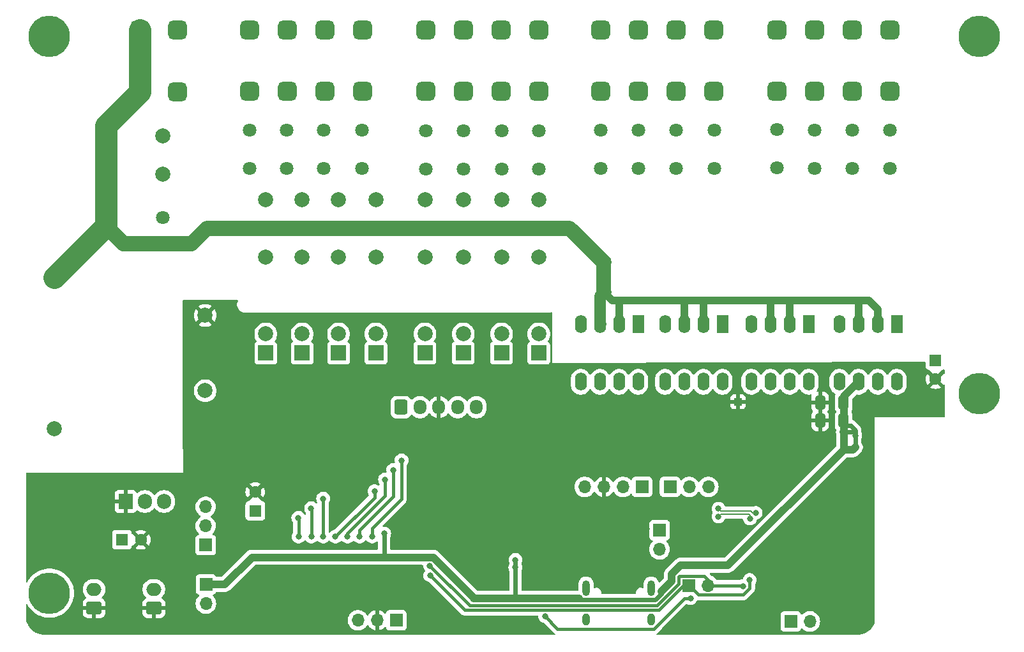
<source format=gbr>
%TF.GenerationSoftware,KiCad,Pcbnew,8.0.4*%
%TF.CreationDate,2024-08-11T03:49:41+02:00*%
%TF.ProjectId,hamodule,68616d6f-6475-46c6-952e-6b696361645f,20240807.23.8*%
%TF.SameCoordinates,Original*%
%TF.FileFunction,Copper,L2,Bot*%
%TF.FilePolarity,Positive*%
%FSLAX46Y46*%
G04 Gerber Fmt 4.6, Leading zero omitted, Abs format (unit mm)*
G04 Created by KiCad (PCBNEW 8.0.4) date 2024-08-11 03:49:41*
%MOMM*%
%LPD*%
G01*
G04 APERTURE LIST*
G04 Aperture macros list*
%AMRoundRect*
0 Rectangle with rounded corners*
0 $1 Rounding radius*
0 $2 $3 $4 $5 $6 $7 $8 $9 X,Y pos of 4 corners*
0 Add a 4 corners polygon primitive as box body*
4,1,4,$2,$3,$4,$5,$6,$7,$8,$9,$2,$3,0*
0 Add four circle primitives for the rounded corners*
1,1,$1+$1,$2,$3*
1,1,$1+$1,$4,$5*
1,1,$1+$1,$6,$7*
1,1,$1+$1,$8,$9*
0 Add four rect primitives between the rounded corners*
20,1,$1+$1,$2,$3,$4,$5,0*
20,1,$1+$1,$4,$5,$6,$7,0*
20,1,$1+$1,$6,$7,$8,$9,0*
20,1,$1+$1,$8,$9,$2,$3,0*%
G04 Aperture macros list end*
%TA.AperFunction,EtchedComponent*%
%ADD10C,0.000000*%
%TD*%
%TA.AperFunction,ComponentPad*%
%ADD11R,1.700000X1.700000*%
%TD*%
%TA.AperFunction,ComponentPad*%
%ADD12O,1.700000X1.700000*%
%TD*%
%TA.AperFunction,ComponentPad*%
%ADD13C,1.800000*%
%TD*%
%TA.AperFunction,ComponentPad*%
%ADD14RoundRect,0.250000X0.750000X-0.600000X0.750000X0.600000X-0.750000X0.600000X-0.750000X-0.600000X0*%
%TD*%
%TA.AperFunction,ComponentPad*%
%ADD15O,2.000000X1.700000*%
%TD*%
%TA.AperFunction,ComponentPad*%
%ADD16R,2.000000X2.000000*%
%TD*%
%TA.AperFunction,ComponentPad*%
%ADD17C,2.000000*%
%TD*%
%TA.AperFunction,ComponentPad*%
%ADD18R,1.905000X2.000000*%
%TD*%
%TA.AperFunction,ComponentPad*%
%ADD19O,1.905000X2.000000*%
%TD*%
%TA.AperFunction,ComponentPad*%
%ADD20RoundRect,0.625000X0.625000X0.625000X-0.625000X0.625000X-0.625000X-0.625000X0.625000X-0.625000X0*%
%TD*%
%TA.AperFunction,ComponentPad*%
%ADD21C,5.500000*%
%TD*%
%TA.AperFunction,ComponentPad*%
%ADD22R,1.600000X2.400000*%
%TD*%
%TA.AperFunction,ComponentPad*%
%ADD23O,1.600000X2.400000*%
%TD*%
%TA.AperFunction,ComponentPad*%
%ADD24R,1.600000X1.600000*%
%TD*%
%TA.AperFunction,ComponentPad*%
%ADD25C,1.600000*%
%TD*%
%TA.AperFunction,ComponentPad*%
%ADD26R,1.000000X1.000000*%
%TD*%
%TA.AperFunction,ComponentPad*%
%ADD27O,1.000000X2.100000*%
%TD*%
%TA.AperFunction,ComponentPad*%
%ADD28O,1.000000X1.600000*%
%TD*%
%TA.AperFunction,ComponentPad*%
%ADD29RoundRect,0.250000X-0.600000X-0.725000X0.600000X-0.725000X0.600000X0.725000X-0.600000X0.725000X0*%
%TD*%
%TA.AperFunction,ComponentPad*%
%ADD30O,1.700000X1.950000*%
%TD*%
%TA.AperFunction,SMDPad,CuDef*%
%ADD31RoundRect,0.250000X0.412500X0.650000X-0.412500X0.650000X-0.412500X-0.650000X0.412500X-0.650000X0*%
%TD*%
%TA.AperFunction,SMDPad,CuDef*%
%ADD32C,2.000000*%
%TD*%
%TA.AperFunction,ViaPad*%
%ADD33C,0.800000*%
%TD*%
%TA.AperFunction,Conductor*%
%ADD34C,1.000000*%
%TD*%
%TA.AperFunction,Conductor*%
%ADD35C,0.600000*%
%TD*%
%TA.AperFunction,Conductor*%
%ADD36C,2.000000*%
%TD*%
%TA.AperFunction,Conductor*%
%ADD37C,3.000000*%
%TD*%
%TA.AperFunction,Conductor*%
%ADD38C,0.400000*%
%TD*%
%TA.AperFunction,Conductor*%
%ADD39C,1.500000*%
%TD*%
%TA.AperFunction,Conductor*%
%ADD40C,0.200000*%
%TD*%
G04 APERTURE END LIST*
D10*
%TA.AperFunction,EtchedComponent*%
%TO.C,NT1*%
G36*
X77624000Y45468400D02*
G01*
X75624000Y45468400D01*
X75624000Y49468400D01*
X77624000Y49468400D01*
X77624000Y45468400D01*
G37*
%TD.AperFunction*%
%TD*%
D11*
%TO.P,J5,1,Pin_1*%
%TO.N,3.3V+*%
X23876500Y6731000D03*
D12*
%TO.P,J5,2,Pin_2*%
%TO.N,Net-(J4-Pin_2)*%
X23876500Y4191000D03*
%TD*%
D13*
%TO.P,RV1,1*%
%TO.N,220VAC(N)*%
X10626400Y57005330D03*
%TO.P,RV1,2*%
%TO.N,220VAC(L)*%
X18126400Y55372000D03*
%TD*%
D14*
%TO.P,J1,1,Pin_1*%
%TO.N,GND*%
X16963300Y3568700D03*
D15*
%TO.P,J1,2,Pin_2*%
%TO.N,5V+*%
X16963300Y6068700D03*
%TD*%
D16*
%TO.P,PS1,1,VAC_IN(N)*%
%TO.N,220VAC(N)*%
X3780000Y47421800D03*
D17*
%TO.P,PS1,5,VAC_IN(L)*%
%TO.N,220VAC(L)*%
X3780000Y27421800D03*
%TO.P,PS1,7,+VOUT*%
%TO.N,5V+_PS*%
X23780000Y32421800D03*
%TO.P,PS1,9,-VOUT*%
%TO.N,GND*%
X23780000Y42421800D03*
%TD*%
D18*
%TO.P,U1,1,GND*%
%TO.N,GND*%
X13242700Y17729200D03*
D19*
%TO.P,U1,2,VO*%
%TO.N,Net-(J4-Pin_2)*%
X15782700Y17729200D03*
%TO.P,U1,3,VI*%
%TO.N,5V+*%
X18322700Y17729200D03*
%TD*%
D20*
%TO.P,J15,1,1*%
%TO.N,Net-(F13-Pad2)*%
X44691800Y72136000D03*
%TO.P,J15,2,2*%
X44691800Y80335999D03*
%TO.P,J15,3,3*%
%TO.N,Net-(F12-Pad2)*%
X39691800Y72136000D03*
%TO.P,J15,4,4*%
X39691800Y80335999D03*
%TO.P,J15,5,5*%
%TO.N,Net-(F11-Pad2)*%
X34691800Y72136000D03*
%TO.P,J15,6,6*%
X34691800Y80335999D03*
%TO.P,J15,7,7*%
%TO.N,Net-(F10-Pad2)*%
X29691800Y72136000D03*
%TO.P,J15,8,8*%
X29691800Y80335999D03*
%TD*%
%TO.P,J2,1,1*%
%TO.N,Net-(F1-Pad1)*%
X20144000Y72112401D03*
%TO.P,J2,2,2*%
X20144000Y80312400D03*
%TO.P,J2,3,3*%
%TO.N,220VAC(N)*%
X15144000Y72112401D03*
%TO.P,J2,4,4*%
X15144000Y80312400D03*
%TD*%
%TO.P,J7,1,1*%
%TO.N,Net-(F2-Pad2)*%
X91264000Y72140201D03*
%TO.P,J7,2,2*%
X91264000Y80340200D03*
%TO.P,J7,3,3*%
%TO.N,Net-(F3-Pad2)*%
X86264000Y72140201D03*
%TO.P,J7,4,4*%
X86264000Y80340200D03*
%TO.P,J7,5,5*%
%TO.N,Net-(F4-Pad2)*%
X81264000Y72140201D03*
%TO.P,J7,6,6*%
X81264000Y80340200D03*
%TO.P,J7,7,7*%
%TO.N,Net-(F5-Pad2)*%
X76264000Y72140201D03*
%TO.P,J7,8,8*%
X76264000Y80340200D03*
%TD*%
D17*
%TO.P,F1,1*%
%TO.N,Net-(F1-Pad1)*%
X18161000Y66243200D03*
%TO.P,F1,2*%
%TO.N,220VAC(L)*%
X18151000Y61163200D03*
%TD*%
D21*
%TO.P,H2,1,1*%
%TO.N,unconnected-(H2-Pad1)*%
X3124000Y79468400D03*
%TD*%
%TO.P,H1,1,1*%
%TO.N,unconnected-(H1-Pad1)*%
X126424000Y79468400D03*
%TD*%
D22*
%TO.P,U4,1*%
%TO.N,Net-(R23-Pad2)*%
X115513178Y41232282D03*
D23*
%TO.P,U4,2*%
%TO.N,220VAC(N)-LowV*%
X112973178Y41232282D03*
%TO.P,U4,3*%
X110433178Y41232282D03*
%TO.P,U4,4*%
%TO.N,Net-(R24-Pad2)*%
X107893178Y41232282D03*
%TO.P,U4,5*%
%TO.N,Net-(C23-Pad1)*%
X107893178Y33612282D03*
%TO.P,U4,6*%
%TO.N,3.3V+*%
X110433178Y33612282D03*
%TO.P,U4,7*%
X112973178Y33612282D03*
%TO.P,U4,8*%
%TO.N,Net-(C22-Pad1)*%
X115513178Y33612282D03*
%TD*%
D22*
%TO.P,U7,1*%
%TO.N,Net-(R19-Pad2)*%
X81205300Y41228800D03*
D23*
%TO.P,U7,2*%
%TO.N,220VAC(N)-LowV*%
X78665300Y41228800D03*
%TO.P,U7,3*%
X76125300Y41228800D03*
%TO.P,U7,4*%
%TO.N,Net-(R20-Pad2)*%
X73585300Y41228800D03*
%TO.P,U7,5*%
%TO.N,Net-(C29-Pad1)*%
X73585300Y33608800D03*
%TO.P,U7,6*%
%TO.N,3.3V+*%
X76125300Y33608800D03*
%TO.P,U7,7*%
X78665300Y33608800D03*
%TO.P,U7,8*%
%TO.N,Net-(C28-Pad2)*%
X81205300Y33608800D03*
%TD*%
D22*
%TO.P,U6,1*%
%TO.N,Net-(R21-Pad2)*%
X92381300Y41228800D03*
D23*
%TO.P,U6,2*%
%TO.N,220VAC(N)-LowV*%
X89841300Y41228800D03*
%TO.P,U6,3*%
X87301300Y41228800D03*
%TO.P,U6,4*%
%TO.N,Net-(R22-Pad2)*%
X84761300Y41228800D03*
%TO.P,U6,5*%
%TO.N,Net-(C27-Pad1)*%
X84761300Y33608800D03*
%TO.P,U6,6*%
%TO.N,3.3V+*%
X87301300Y33608800D03*
%TO.P,U6,7*%
X89841300Y33608800D03*
%TO.P,U6,8*%
%TO.N,Net-(C26-Pad1)*%
X92381300Y33608800D03*
%TD*%
D14*
%TO.P,J4,1,Pin_1*%
%TO.N,GND*%
X9038500Y3568700D03*
D15*
%TO.P,J4,2,Pin_2*%
%TO.N,Net-(J4-Pin_2)*%
X9038500Y6068700D03*
%TD*%
D11*
%TO.P,J10,1,Pin_1*%
%TO.N,RXD0*%
X101429402Y1808701D03*
D12*
%TO.P,J10,2,Pin_2*%
%TO.N,TXD0*%
X103969402Y1808701D03*
%TD*%
D24*
%TO.P,C19,1*%
%TO.N,Net-(JP1-B)*%
X120624000Y36468400D03*
D25*
%TO.P,C19,2*%
%TO.N,GND*%
X120624000Y33968400D03*
%TD*%
D11*
%TO.P,J14,1,Pin_1*%
%TO.N,GPIO15*%
X81724000Y19668400D03*
D12*
%TO.P,J14,2,Pin_2*%
%TO.N,GPIO7*%
X79184000Y19668400D03*
%TO.P,J14,3,Pin_3*%
%TO.N,GND*%
X76644000Y19668400D03*
%TO.P,J14,4,Pin_4*%
%TO.N,3.3V+*%
X74104000Y19668400D03*
%TD*%
D20*
%TO.P,J6,1,1*%
%TO.N,Net-(F6-Pad2)*%
X114621702Y72140201D03*
%TO.P,J6,2,2*%
X114621702Y80340200D03*
%TO.P,J6,3,3*%
%TO.N,Net-(F7-Pad2)*%
X109621702Y72140201D03*
%TO.P,J6,4,4*%
X109621702Y80340200D03*
%TO.P,J6,5,5*%
%TO.N,Net-(F8-Pad2)*%
X104621702Y72140201D03*
%TO.P,J6,6,6*%
X104621702Y80340200D03*
%TO.P,J6,7,7*%
%TO.N,Net-(F9-Pad2)*%
X99621702Y72140201D03*
%TO.P,J6,8,8*%
X99621702Y80340200D03*
%TD*%
%TO.P,J16,1,1*%
%TO.N,Net-(F17-Pad2)*%
X68059800Y72136000D03*
%TO.P,J16,2,2*%
X68059800Y80335999D03*
%TO.P,J16,3,3*%
%TO.N,Net-(F16-Pad2)*%
X63059800Y72136000D03*
%TO.P,J16,4,4*%
X63059800Y80335999D03*
%TO.P,J16,5,5*%
%TO.N,Net-(F15-Pad2)*%
X58059800Y72136000D03*
%TO.P,J16,6,6*%
X58059800Y80335999D03*
%TO.P,J16,7,7*%
%TO.N,Net-(F14-Pad2)*%
X53059800Y72136000D03*
%TO.P,J16,8,8*%
X53059800Y80335999D03*
%TD*%
D13*
%TO.P,F15,1*%
%TO.N,Net-(F15-Pad1)*%
X58026800Y61849000D03*
%TO.P,F15,2*%
%TO.N,Net-(F15-Pad2)*%
X58026800Y66929000D03*
%TD*%
D16*
%TO.P,K5,1*%
%TO.N,Net-(U11-O5)*%
X52911000Y37424500D03*
D17*
%TO.P,K5,2*%
%TO.N,5V+*%
X52911000Y39964500D03*
%TO.P,K5,3*%
%TO.N,220VAC(L)*%
X52911000Y50124500D03*
%TO.P,K5,4*%
%TO.N,Net-(F14-Pad1)*%
X52911000Y57744500D03*
%TD*%
D11*
%TO.P,J12,1,Pin_1*%
%TO.N,GPIO9*%
X85424000Y19668400D03*
D12*
%TO.P,J12,2,Pin_2*%
%TO.N,GPIO3*%
X87964000Y19668400D03*
%TO.P,J12,3,Pin_3*%
%TO.N,GPIO16*%
X90504000Y19668400D03*
%TD*%
D13*
%TO.P,F4,1*%
%TO.N,Net-(F4-Pad1)*%
X81228000Y61952500D03*
%TO.P,F4,2*%
%TO.N,Net-(F4-Pad2)*%
X81228000Y67032500D03*
%TD*%
D24*
%TO.P,C18,1*%
%TO.N,5V+_PS*%
X30424000Y16486020D03*
D25*
%TO.P,C18,2*%
%TO.N,GND*%
X30424000Y18986020D03*
%TD*%
D16*
%TO.P,K6,1*%
%TO.N,Net-(U11-O6)*%
X57991000Y37424500D03*
D17*
%TO.P,K6,2*%
%TO.N,5V+*%
X57991000Y39964500D03*
%TO.P,K6,3*%
%TO.N,220VAC(L)*%
X57991000Y50124500D03*
%TO.P,K6,4*%
%TO.N,Net-(F15-Pad1)*%
X57991000Y57744500D03*
%TD*%
D13*
%TO.P,F2,1*%
%TO.N,Net-(F2-Pad1)*%
X91286400Y61952500D03*
%TO.P,F2,2*%
%TO.N,Net-(F2-Pad2)*%
X91286400Y67032500D03*
%TD*%
D11*
%TO.P,J13,1,Pin_1*%
%TO.N,GPIO12*%
X84039402Y13923701D03*
D12*
%TO.P,J13,2,Pin_2*%
%TO.N,GPIO13*%
X84039402Y11383701D03*
%TD*%
D13*
%TO.P,F7,1*%
%TO.N,Net-(F7-Pad1)*%
X109626400Y61950600D03*
%TO.P,F7,2*%
%TO.N,Net-(F7-Pad2)*%
X109626400Y67030600D03*
%TD*%
D11*
%TO.P,J11,1,Pin_1*%
%TO.N,SDA*%
X87929800Y6578600D03*
D12*
%TO.P,J11,2,Pin_2*%
%TO.N,SCL*%
X90469800Y6578600D03*
%TD*%
D26*
%TO.P,TP1,1,1*%
%TO.N,GND*%
X94424000Y30968400D03*
%TD*%
D13*
%TO.P,F8,1*%
%TO.N,Net-(F8-Pad1)*%
X104621800Y61950600D03*
%TO.P,F8,2*%
%TO.N,Net-(F8-Pad2)*%
X104621800Y67030600D03*
%TD*%
%TO.P,F13,1*%
%TO.N,Net-(F13-Pad1)*%
X44532300Y61935500D03*
%TO.P,F13,2*%
%TO.N,Net-(F13-Pad2)*%
X44532300Y67015500D03*
%TD*%
D22*
%TO.P,U5,1*%
%TO.N,Net-(R25-Pad2)*%
X103829178Y41232282D03*
D23*
%TO.P,U5,2*%
%TO.N,220VAC(N)-LowV*%
X101289178Y41232282D03*
%TO.P,U5,3*%
X98749178Y41232282D03*
%TO.P,U5,4*%
%TO.N,Net-(R26-Pad2)*%
X96209178Y41232282D03*
%TO.P,U5,5*%
%TO.N,Net-(C25-Pad1)*%
X96209178Y33612282D03*
%TO.P,U5,6*%
%TO.N,3.3V+*%
X98749178Y33612282D03*
%TO.P,U5,7*%
X101289178Y33612282D03*
%TO.P,U5,8*%
%TO.N,Net-(C24-Pad2)*%
X103829178Y33612282D03*
%TD*%
D11*
%TO.P,J8,1,Pin_1*%
%TO.N,Net-(D4-DOUT)*%
X49116800Y1966700D03*
D12*
%TO.P,J8,2,Pin_2*%
%TO.N,GND*%
X46576800Y1966700D03*
%TO.P,J8,3,Pin_3*%
%TO.N,5V+*%
X44036800Y1966700D03*
%TD*%
D13*
%TO.P,F14,1*%
%TO.N,Net-(F14-Pad1)*%
X53073800Y61849000D03*
%TO.P,F14,2*%
%TO.N,Net-(F14-Pad2)*%
X53073800Y66929000D03*
%TD*%
D27*
%TO.P,J3,S1,SHIELD*%
%TO.N,Net-(J3-SHIELD)*%
X74285402Y6222801D03*
D28*
X74285402Y2042801D03*
D27*
X82925402Y6222801D03*
D28*
X82925402Y2042801D03*
%TD*%
D29*
%TO.P,J9,1,Pin_1*%
%TO.N,5V+*%
X49762400Y30243000D03*
D30*
%TO.P,J9,2,Pin_2*%
%TO.N,3.3V+*%
X52262400Y30243000D03*
%TO.P,J9,3,Pin_3*%
%TO.N,GND*%
X54762400Y30243000D03*
%TO.P,J9,4,Pin_4*%
%TO.N,SDA*%
X57262400Y30243000D03*
%TO.P,J9,5,Pin_5*%
%TO.N,SCL*%
X59762400Y30243000D03*
%TD*%
D11*
%TO.P,SW1,1,A*%
%TO.N,VBUS*%
X23847200Y11938000D03*
D12*
%TO.P,SW1,2,B*%
%TO.N,5V+*%
X23847200Y14478000D03*
%TO.P,SW1,3,C*%
%TO.N,5V+_PS*%
X23847200Y17018000D03*
%TD*%
D13*
%TO.P,F6,1*%
%TO.N,Net-(F6-Pad1)*%
X114604800Y61950600D03*
%TO.P,F6,2*%
%TO.N,Net-(F6-Pad2)*%
X114604800Y67030600D03*
%TD*%
%TO.P,F3,1*%
%TO.N,Net-(F3-Pad1)*%
X86257200Y61952500D03*
%TO.P,F3,2*%
%TO.N,Net-(F3-Pad2)*%
X86257200Y67032500D03*
%TD*%
%TO.P,F16,1*%
%TO.N,Net-(F16-Pad1)*%
X63106800Y61849000D03*
%TO.P,F16,2*%
%TO.N,Net-(F16-Pad2)*%
X63106800Y66929000D03*
%TD*%
D16*
%TO.P,K1,1*%
%TO.N,Net-(U11-O1)*%
X31818300Y37424500D03*
D17*
%TO.P,K1,2*%
%TO.N,5V+*%
X31818300Y39964500D03*
%TO.P,K1,3*%
%TO.N,220VAC(L)*%
X31818300Y50124500D03*
%TO.P,K1,4*%
%TO.N,Net-(F10-Pad1)*%
X31818300Y57744500D03*
%TD*%
D16*
%TO.P,K2,1*%
%TO.N,Net-(U11-O2)*%
X36644300Y37424500D03*
D17*
%TO.P,K2,2*%
%TO.N,5V+*%
X36644300Y39964500D03*
%TO.P,K2,3*%
%TO.N,220VAC(L)*%
X36644300Y50124500D03*
%TO.P,K2,4*%
%TO.N,Net-(F11-Pad1)*%
X36644300Y57744500D03*
%TD*%
D13*
%TO.P,F11,1*%
%TO.N,Net-(F11-Pad1)*%
X34612300Y61935500D03*
%TO.P,F11,2*%
%TO.N,Net-(F11-Pad2)*%
X34612300Y67015500D03*
%TD*%
D16*
%TO.P,K4,1*%
%TO.N,Net-(U11-O4)*%
X46423300Y37424500D03*
D17*
%TO.P,K4,2*%
%TO.N,5V+*%
X46423300Y39964500D03*
%TO.P,K4,3*%
%TO.N,220VAC(L)*%
X46423300Y50124500D03*
%TO.P,K4,4*%
%TO.N,Net-(F13-Pad1)*%
X46423300Y57744500D03*
%TD*%
D16*
%TO.P,K7,1*%
%TO.N,Net-(U11-O7)*%
X63071000Y37424500D03*
D17*
%TO.P,K7,2*%
%TO.N,5V+*%
X63071000Y39964500D03*
%TO.P,K7,3*%
%TO.N,220VAC(L)*%
X63071000Y50124500D03*
%TO.P,K7,4*%
%TO.N,Net-(F16-Pad1)*%
X63071000Y57744500D03*
%TD*%
D16*
%TO.P,K8,1*%
%TO.N,Net-(U11-O8)*%
X68024000Y37424500D03*
D17*
%TO.P,K8,2*%
%TO.N,5V+*%
X68024000Y39964500D03*
%TO.P,K8,3*%
%TO.N,220VAC(L)*%
X68024000Y50124500D03*
%TO.P,K8,4*%
%TO.N,Net-(F17-Pad1)*%
X68024000Y57744500D03*
%TD*%
D16*
%TO.P,K3,1*%
%TO.N,Net-(U11-O3)*%
X41470300Y37424500D03*
D17*
%TO.P,K3,2*%
%TO.N,5V+*%
X41470300Y39964500D03*
%TO.P,K3,3*%
%TO.N,220VAC(L)*%
X41470300Y50124500D03*
%TO.P,K3,4*%
%TO.N,Net-(F12-Pad1)*%
X41470300Y57744500D03*
%TD*%
D21*
%TO.P,H4,1,1*%
%TO.N,unconnected-(H4-Pad1)*%
X126424000Y32080200D03*
%TD*%
D24*
%TO.P,C12,1*%
%TO.N,Net-(J4-Pin_2)*%
X12734700Y12649200D03*
D25*
%TO.P,C12,2*%
%TO.N,GND*%
X15234700Y12649200D03*
%TD*%
D13*
%TO.P,F9,1*%
%TO.N,Net-(F9-Pad1)*%
X99621800Y61980000D03*
%TO.P,F9,2*%
%TO.N,Net-(F9-Pad2)*%
X99621800Y67060000D03*
%TD*%
%TO.P,F5,1*%
%TO.N,Net-(F5-Pad1)*%
X76249600Y61952500D03*
%TO.P,F5,2*%
%TO.N,Net-(F5-Pad2)*%
X76249600Y67032500D03*
%TD*%
%TO.P,F17,1*%
%TO.N,Net-(F17-Pad1)*%
X68059800Y61849000D03*
%TO.P,F17,2*%
%TO.N,Net-(F17-Pad2)*%
X68059800Y66929000D03*
%TD*%
%TO.P,F10,1*%
%TO.N,Net-(F10-Pad1)*%
X29659300Y61935500D03*
%TO.P,F10,2*%
%TO.N,Net-(F10-Pad2)*%
X29659300Y67015500D03*
%TD*%
D21*
%TO.P,H3,1,1*%
%TO.N,unconnected-(H3-Pad1)*%
X3124000Y5568400D03*
%TD*%
D13*
%TO.P,F12,1*%
%TO.N,Net-(F12-Pad1)*%
X39532300Y61935500D03*
%TO.P,F12,2*%
%TO.N,Net-(F12-Pad2)*%
X39532300Y67015500D03*
%TD*%
D31*
%TO.P,C2,1*%
%TO.N,3.3V+*%
X108449000Y30868400D03*
%TO.P,C2,2*%
%TO.N,GND*%
X105324000Y30868400D03*
%TD*%
D32*
%TO.P,NT1,1,1*%
%TO.N,220VAC(N)*%
X76624000Y49468400D03*
%TO.P,NT1,2,2*%
%TO.N,220VAC(N)-LowV*%
X76624000Y45468400D03*
%TD*%
D31*
%TO.P,C1,1*%
%TO.N,3.3V+*%
X108449000Y28468400D03*
%TO.P,C1,2*%
%TO.N,GND*%
X105324000Y28468400D03*
%TD*%
D33*
%TO.N,GND*%
X32124000Y6790296D03*
%TO.N,3.3V+*%
X86849408Y9271000D03*
X109989402Y26468400D03*
X64897000Y8968400D03*
X108440026Y26925806D03*
X64924000Y9968400D03*
X109989402Y24928701D03*
X53456793Y10320200D03*
X32124000Y10320200D03*
X47524000Y13468400D03*
X88011000Y9271000D03*
%TO.N,IO0*%
X68834000Y2518301D03*
X88138000Y4902200D03*
%TO.N,GND*%
X111124000Y18468400D03*
X18224000Y15568400D03*
X111124000Y16968400D03*
X111124000Y19968400D03*
X49324000Y8668400D03*
X100624000Y12468400D03*
X63746900Y6731000D03*
X100624000Y10968400D03*
X105124000Y9468400D03*
X109624000Y15468400D03*
X109624000Y19968400D03*
X102124000Y9468400D03*
X47524000Y8668400D03*
X41860021Y7545829D03*
X108124000Y18468400D03*
X38611477Y7545361D03*
X111124000Y9468400D03*
X111124000Y15468400D03*
X109624000Y18468400D03*
X67653400Y11268400D03*
X74824000Y14098701D03*
X76606400Y31267400D03*
X18224000Y8668400D03*
X74624000Y12168400D03*
X109624000Y10968400D03*
X45724000Y25768400D03*
X87706200Y29743400D03*
X111112800Y31216600D03*
X111112800Y29692600D03*
X28424000Y33468400D03*
X45112019Y7546568D03*
X73385402Y8468400D03*
X108124000Y10968400D03*
X82324000Y14098701D03*
X111124000Y10968400D03*
X109624000Y12468400D03*
X105124000Y18468400D03*
X53524000Y11768400D03*
X86568505Y11531600D03*
X111124000Y13968400D03*
X100624000Y9468400D03*
X106624000Y9468400D03*
X59182000Y7950200D03*
X100546400Y31216600D03*
X6172200Y10109200D03*
X6146800Y12217400D03*
X82424000Y12268400D03*
X50596800Y4468400D03*
X78625400Y8862301D03*
X100624000Y13968400D03*
X105029000Y23723600D03*
X112124000Y29692600D03*
X101624000Y19968400D03*
X103624000Y10968400D03*
X109624000Y13968400D03*
X87731600Y31242000D03*
X111124000Y12468400D03*
X45724000Y24668400D03*
X102124000Y10968400D03*
X105124000Y10968400D03*
X25695600Y9368400D03*
X67487800Y2032000D03*
X89357200Y29743400D03*
X100546400Y29718000D03*
X6124000Y16068400D03*
X78181200Y31216600D03*
X6096000Y14198600D03*
X74624000Y8468400D03*
X83896200Y8712200D03*
X106624000Y10968400D03*
X89357200Y31267400D03*
X33324000Y6790296D03*
X100124000Y19968400D03*
X109624000Y9468400D03*
X106624000Y19968400D03*
X59182000Y9220200D03*
X40024000Y1268400D03*
X50224000Y26768400D03*
X47271496Y6781896D03*
X99555800Y31216600D03*
X54124000Y26768400D03*
X81864200Y8726701D03*
X109624000Y16968400D03*
X102124000Y13968400D03*
X108124000Y19968400D03*
X88773000Y2159000D03*
X82854800Y8726701D03*
X102124000Y15468400D03*
X102124000Y12468400D03*
X100124000Y18468400D03*
X28324000Y28168400D03*
X103624000Y9468400D03*
X70142600Y11268400D03*
X35359041Y7546504D03*
X108124000Y9468400D03*
X76606400Y29743400D03*
X112124000Y31216600D03*
X78130400Y29692600D03*
X106624000Y18468400D03*
X57150000Y1041400D03*
X99530400Y29692600D03*
%TO.N,SDA*%
X95986468Y7298201D03*
X53632600Y7899400D03*
%TO.N,SCL*%
X95129402Y6498701D03*
X53581800Y9220200D03*
%TO.N,/ESP-D+*%
X96038170Y15477469D03*
X91853360Y15726201D03*
%TO.N,/ESP-D-*%
X91853360Y16776201D03*
X96780634Y16219933D03*
%TO.N,Net-(U11-I8)*%
X49824000Y23190200D03*
X45925096Y13064296D03*
%TO.N,Net-(U11-I7)*%
X48724000Y21920200D03*
X44248696Y13063896D03*
%TO.N,Net-(U11-I6)*%
X47624000Y20650200D03*
X42662496Y13063896D03*
%TO.N,Net-(U11-I5)*%
X41048296Y13063896D03*
X46224000Y19093400D03*
%TO.N,Net-(U11-I2)*%
X36124000Y15570200D03*
X36171496Y13063896D03*
%TO.N,Net-(U11-I3)*%
X37847896Y13063896D03*
X37824000Y16840200D03*
%TO.N,Net-(U11-I4)*%
X39424000Y18110200D03*
X39422696Y13064296D03*
%TD*%
D34*
%TO.N,3.3V+*%
X59426593Y4931042D02*
X59426593Y4848200D01*
X108454402Y24608701D02*
X108454402Y25654000D01*
D35*
X108441832Y26924000D02*
X109989402Y26924000D01*
D34*
X108454402Y27206998D02*
X108483400Y27235996D01*
X47424000Y10320200D02*
X53456793Y10320200D01*
X85669005Y8090597D02*
X86849408Y9271000D01*
X54037436Y10320200D02*
X59039318Y5318318D01*
X59039318Y5318318D02*
X59426593Y4931042D01*
X85669005Y7186096D02*
X84250254Y5767345D01*
X108454402Y26940182D02*
X108454402Y27206998D01*
X108483400Y27235996D02*
X108483400Y27774201D01*
X32124000Y10320200D02*
X47424000Y10320200D01*
D35*
X64924000Y8995400D02*
X64897000Y8968400D01*
X73333000Y4848200D02*
X73508399Y4672801D01*
X53390800Y10345600D02*
X53416200Y10320200D01*
X84250254Y5484503D02*
X84250254Y5767345D01*
X109989402Y26924000D02*
X109989402Y27170598D01*
X47524000Y10420200D02*
X47424000Y10320200D01*
D34*
X29975800Y10320200D02*
X26386600Y6731000D01*
X108454402Y24608701D02*
X93116701Y9271000D01*
D35*
X64924000Y9968400D02*
X64924000Y8995400D01*
D34*
X32124000Y10320200D02*
X29975800Y10320200D01*
X59039318Y5318318D02*
X59509436Y4848200D01*
D35*
X83438552Y4672801D02*
X84250254Y5484503D01*
X109385799Y27774201D02*
X108483400Y27774201D01*
D34*
X108454402Y24608701D02*
X109669402Y24608701D01*
X108440026Y26925806D02*
X108454402Y26940182D01*
X93116701Y9271000D02*
X86849408Y9271000D01*
D35*
X64897000Y4848200D02*
X64897000Y8968400D01*
X109989402Y27170598D02*
X109385799Y27774201D01*
D34*
X109669402Y24608701D02*
X109989402Y24928701D01*
X53456793Y10320200D02*
X54037436Y10320200D01*
X85669005Y7186096D02*
X85669005Y8090597D01*
X64897000Y4848200D02*
X73333000Y4848200D01*
D35*
X109989402Y26924000D02*
X109989402Y24928701D01*
X53416200Y10320200D02*
X53456793Y10320200D01*
X108440026Y26925806D02*
X108441832Y26924000D01*
D34*
X108483400Y31662504D02*
X108483400Y27774201D01*
X110433178Y33612282D02*
X108483400Y31662504D01*
D35*
X47524000Y13468400D02*
X47524000Y10420200D01*
X73508399Y4672801D02*
X83438552Y4672801D01*
D34*
X59509436Y4848200D02*
X64897000Y4848200D01*
X108454402Y25654000D02*
X108454402Y27206998D01*
X26386600Y6731000D02*
X23876500Y6731000D01*
D36*
%TO.N,220VAC(N)*%
X10626400Y54268200D02*
X12922600Y51972000D01*
D37*
X10626400Y67594801D02*
X10626400Y57005330D01*
D36*
X24016240Y54000400D02*
X72092000Y54000400D01*
D37*
X15144000Y72112401D02*
X10626400Y67594801D01*
D36*
X21987840Y51972000D02*
X24016240Y54000400D01*
D37*
X10626400Y57005330D02*
X10626400Y54268200D01*
X10626400Y54268200D02*
X3780000Y47421800D01*
X15144000Y72112401D02*
X15144000Y80312400D01*
D36*
X72092000Y54000400D02*
X76624000Y49468400D01*
X12922600Y51972000D02*
X21987840Y51972000D01*
D38*
%TO.N,IO0*%
X68834000Y2518301D02*
X70514101Y838200D01*
X87357593Y4902200D02*
X88138000Y4902200D01*
X70514101Y838200D02*
X83293593Y838200D01*
X83293593Y838200D02*
X87357593Y4902200D01*
%TO.N,SDA*%
X95090672Y5328600D02*
X95986468Y6224396D01*
X58214199Y3317801D02*
X83922030Y3317801D01*
X53632600Y7899400D02*
X58214199Y3317801D01*
X87929800Y6578600D02*
X89179800Y5328600D01*
X89179800Y5328600D02*
X95090672Y5328600D01*
X83922030Y3317801D02*
X87182829Y6578600D01*
X87182829Y6578600D02*
X87929800Y6578600D01*
X95986468Y6224396D02*
X95986468Y7298201D01*
%TO.N,SCL*%
X89961400Y7828600D02*
X90469800Y7320200D01*
X86588451Y6832750D02*
X86588451Y7737251D01*
X53581800Y9220200D02*
X58853800Y3948200D01*
X90469800Y7320200D02*
X90469800Y6578600D01*
X95049503Y6578600D02*
X95129402Y6498701D01*
X86679800Y7828600D02*
X89961400Y7828600D01*
X86588451Y7737251D02*
X86679800Y7828600D01*
X83703901Y3948200D02*
X86588451Y6832750D01*
X90469800Y6578600D02*
X95049503Y6578600D01*
X58853800Y3948200D02*
X83703901Y3948200D01*
D34*
%TO.N,220VAC(N)-LowV*%
X111798600Y44399200D02*
X112967000Y43230800D01*
X112967000Y43230800D02*
X112967000Y41238460D01*
X110433178Y44367622D02*
X110401600Y44399200D01*
X87301300Y44360100D02*
X87262200Y44399200D01*
X112967000Y41238460D02*
X112973178Y41232282D01*
X87262200Y44399200D02*
X78677000Y44399200D01*
X101232200Y44399200D02*
X110401600Y44399200D01*
X78651600Y44373800D02*
X77718600Y44373800D01*
X101289178Y44342222D02*
X101232200Y44399200D01*
X89954600Y44399200D02*
X98793800Y44399200D01*
D39*
X76202902Y41306402D02*
X76125300Y41228800D01*
D34*
X78677000Y44399200D02*
X78668101Y44390301D01*
X77718600Y44373800D02*
X76624000Y45468400D01*
X98749178Y41232282D02*
X98749178Y44354578D01*
X78665300Y41228800D02*
X78665300Y44387500D01*
X87301300Y41228800D02*
X87301300Y44360100D01*
X78665300Y44387500D02*
X78677000Y44399200D01*
X89841300Y41228800D02*
X89841300Y44285900D01*
X98749178Y44354578D02*
X98793800Y44399200D01*
X89841300Y44285900D02*
X89954600Y44399200D01*
X110401600Y44399200D02*
X111798600Y44399200D01*
D39*
X76125300Y41228800D02*
X76125300Y44969700D01*
D34*
X101289178Y41232282D02*
X101289178Y44342222D01*
X110433178Y41232282D02*
X110433178Y44367622D01*
X87262200Y44399200D02*
X89954600Y44399200D01*
X78677000Y44399200D02*
X78651600Y44373800D01*
X98793800Y44399200D02*
X101232200Y44399200D01*
D39*
X76125300Y44969700D02*
X76624000Y45468400D01*
D40*
%TO.N,/ESP-D+*%
X92153359Y16026200D02*
X95913704Y16026200D01*
X91853360Y15726201D02*
X92153359Y16026200D01*
X95913704Y16026200D02*
X96038170Y15901734D01*
X96038170Y15901734D02*
X96038170Y15477469D01*
%TO.N,/ESP-D-*%
X96100100Y16476202D02*
X96356369Y16219933D01*
X96356369Y16219933D02*
X96780634Y16219933D01*
X91853360Y16776201D02*
X92153359Y16476202D01*
X92153359Y16476202D02*
X96100100Y16476202D01*
D38*
%TO.N,Net-(U11-I8)*%
X45925096Y13064296D02*
X45925096Y14169496D01*
X49824000Y18068400D02*
X49824000Y23190200D01*
X45925096Y14169496D02*
X49824000Y18068400D01*
%TO.N,Net-(U11-I7)*%
X44248696Y13893096D02*
X48724000Y18368400D01*
X44248696Y13063896D02*
X44248696Y13893096D01*
X48724000Y18368400D02*
X48724000Y21920200D01*
%TO.N,Net-(U11-I6)*%
X42662496Y13506896D02*
X47624000Y18468400D01*
X47624000Y18468400D02*
X47624000Y20650200D01*
X42662496Y13063896D02*
X42662496Y13506896D01*
%TO.N,Net-(U11-I5)*%
X46224000Y18239600D02*
X41048296Y13063896D01*
X46224000Y19093400D02*
X46224000Y18239600D01*
%TO.N,Net-(U11-I2)*%
X36171496Y13063896D02*
X36171496Y15522704D01*
X36171496Y15522704D02*
X36124000Y15570200D01*
%TO.N,Net-(U11-I3)*%
X37847896Y13063896D02*
X37847896Y16816304D01*
X37847896Y16816304D02*
X37824000Y16840200D01*
%TO.N,Net-(U11-I4)*%
X39422696Y13064296D02*
X39424000Y13065600D01*
X39422696Y13064296D02*
X39324000Y13162992D01*
X39424000Y13065600D02*
X39424000Y18110200D01*
%TD*%
%TA.AperFunction,Conductor*%
%TO.N,GND*%
G36*
X27999524Y44511521D02*
G01*
X28066522Y44491699D01*
X28112169Y44438802D01*
X28121972Y44369624D01*
X28114596Y44344946D01*
X28115553Y44344597D01*
X28047241Y44156916D01*
X28013500Y43965559D01*
X28013500Y43771242D01*
X28047241Y43579885D01*
X28113700Y43397293D01*
X28113703Y43397286D01*
X28210858Y43229008D01*
X28335757Y43080158D01*
X28484607Y42955259D01*
X28484608Y42955258D01*
X28484610Y42955257D01*
X28652890Y42858101D01*
X28835484Y42791642D01*
X29026844Y42757900D01*
X29026846Y42757900D01*
X69321154Y42757900D01*
X69321156Y42757900D01*
X69512516Y42791642D01*
X69663492Y42846594D01*
X69733219Y42851026D01*
X69794275Y42817056D01*
X69827273Y42755469D01*
X69829902Y42730270D01*
X69840033Y36375863D01*
X69840400Y36145800D01*
X119191143Y36288831D01*
X119258237Y36269341D01*
X119304145Y36216670D01*
X119315500Y36164832D01*
X119315500Y35619746D01*
X119322011Y35559198D01*
X119322011Y35559196D01*
X119373111Y35422196D01*
X119460739Y35305139D01*
X119577796Y35217511D01*
X119714799Y35166411D01*
X119742050Y35163482D01*
X119775345Y35159901D01*
X119775360Y35159901D01*
X119775362Y35159900D01*
X119775364Y35159900D01*
X119778669Y35159723D01*
X119778659Y35159545D01*
X119778665Y35159544D01*
X119778653Y35159441D01*
X119778591Y35158272D01*
X119840084Y35140215D01*
X119885839Y35087411D01*
X119891519Y35054433D01*
X120577553Y34368400D01*
X120571339Y34368400D01*
X120469606Y34341141D01*
X120378394Y34288480D01*
X120303920Y34214006D01*
X120251259Y34122794D01*
X120224000Y34021061D01*
X120224000Y34014848D01*
X119544974Y34693874D01*
X119544973Y34693874D01*
X119493868Y34620888D01*
X119493866Y34620884D01*
X119397734Y34414727D01*
X119397730Y34414718D01*
X119338860Y34195011D01*
X119338858Y34195000D01*
X119319034Y33968403D01*
X119319034Y33968398D01*
X119338858Y33741801D01*
X119338860Y33741790D01*
X119397730Y33522083D01*
X119397735Y33522069D01*
X119493863Y33315922D01*
X119544974Y33242928D01*
X120224000Y33921954D01*
X120224000Y33915739D01*
X120251259Y33814006D01*
X120303920Y33722794D01*
X120378394Y33648320D01*
X120469606Y33595659D01*
X120571339Y33568400D01*
X120577553Y33568400D01*
X119898526Y32889375D01*
X119971513Y32838268D01*
X119971521Y32838264D01*
X120177668Y32742136D01*
X120177682Y32742131D01*
X120397389Y32683261D01*
X120397400Y32683259D01*
X120623998Y32663434D01*
X120624002Y32663434D01*
X120850599Y32683259D01*
X120850610Y32683261D01*
X121070317Y32742131D01*
X121070331Y32742136D01*
X121276478Y32838264D01*
X121349471Y32889376D01*
X120670447Y33568400D01*
X120676661Y33568400D01*
X120778394Y33595659D01*
X120869606Y33648320D01*
X120944080Y33722794D01*
X120996741Y33814006D01*
X121024000Y33915739D01*
X121024000Y33921953D01*
X121703024Y33242929D01*
X121737192Y33245918D01*
X121805692Y33232151D01*
X121855876Y33183536D01*
X121872000Y33122390D01*
X121872000Y29005400D01*
X121852315Y28938361D01*
X121799511Y28892606D01*
X121748000Y28881400D01*
X112547400Y28881400D01*
X112535857Y1583016D01*
X112524933Y1532177D01*
X112453438Y1373322D01*
X112446479Y1360063D01*
X112296218Y1111499D01*
X112287712Y1099176D01*
X112108581Y870533D01*
X112098651Y859325D01*
X111893275Y653949D01*
X111882067Y644019D01*
X111653424Y464888D01*
X111641101Y456382D01*
X111392536Y306120D01*
X111379277Y299161D01*
X111114406Y179952D01*
X111100410Y174645D01*
X110956179Y129700D01*
X110823115Y88236D01*
X110808577Y84653D01*
X110522876Y32296D01*
X110508010Y30491D01*
X110419687Y25149D01*
X110412229Y24923D01*
X83751500Y18905D01*
X83684456Y38574D01*
X83638689Y91368D01*
X83628730Y160524D01*
X83657741Y224087D01*
X83682581Y246007D01*
X83745236Y287872D01*
X83745239Y287875D01*
X84371526Y914162D01*
X86164718Y2707356D01*
X100070902Y2707356D01*
X100070902Y910047D01*
X100077413Y849499D01*
X100077413Y849497D01*
X100098449Y793100D01*
X100128513Y712497D01*
X100216141Y595440D01*
X100333198Y507812D01*
X100388308Y487257D01*
X100463227Y459313D01*
X100470201Y456712D01*
X100497452Y453783D01*
X100530747Y450202D01*
X100530764Y450201D01*
X102328040Y450201D01*
X102328056Y450202D01*
X102355094Y453110D01*
X102388603Y456712D01*
X102395577Y459313D01*
X102410523Y464888D01*
X102525606Y507812D01*
X102642663Y595440D01*
X102730291Y712497D01*
X102775540Y833814D01*
X102817411Y889745D01*
X102882876Y914162D01*
X102951148Y899310D01*
X102982947Y874465D01*
X103046162Y805795D01*
X103223826Y667512D01*
X103223827Y667512D01*
X103223829Y667510D01*
X103279758Y637243D01*
X103421828Y560359D01*
X103634767Y487257D01*
X103856833Y450201D01*
X104081971Y450201D01*
X104304037Y487257D01*
X104516976Y560359D01*
X104714978Y667512D01*
X104892642Y805795D01*
X105005686Y928592D01*
X105045117Y971425D01*
X105045118Y971427D01*
X105045124Y971433D01*
X105168262Y1159910D01*
X105258698Y1366085D01*
X105313966Y1584333D01*
X105315568Y1603661D01*
X105332558Y1808696D01*
X105332558Y1808707D01*
X105313967Y2033061D01*
X105313965Y2033073D01*
X105285179Y2146745D01*
X105258698Y2251317D01*
X105168262Y2457492D01*
X105045124Y2645969D01*
X105045121Y2645972D01*
X105045117Y2645978D01*
X104892645Y2811604D01*
X104892640Y2811609D01*
X104745796Y2925903D01*
X104714978Y2949890D01*
X104714977Y2949891D01*
X104714974Y2949893D01*
X104516982Y3057040D01*
X104516979Y3057042D01*
X104516976Y3057043D01*
X104516973Y3057044D01*
X104516971Y3057045D01*
X104304039Y3130145D01*
X104081971Y3167201D01*
X103856833Y3167201D01*
X103634764Y3130145D01*
X103421832Y3057045D01*
X103421821Y3057040D01*
X103223829Y2949893D01*
X103223824Y2949889D01*
X103046163Y2811609D01*
X102982950Y2742941D01*
X102923063Y2706951D01*
X102853225Y2709052D01*
X102795609Y2748577D01*
X102775540Y2783591D01*
X102730291Y2904905D01*
X102719944Y2918727D01*
X102642663Y3021962D01*
X102525606Y3109590D01*
X102388605Y3160690D01*
X102328056Y3167201D01*
X102328040Y3167201D01*
X100530764Y3167201D01*
X100530747Y3167201D01*
X100470199Y3160690D01*
X100470197Y3160690D01*
X100333197Y3109590D01*
X100216141Y3021962D01*
X100128513Y2904906D01*
X100077413Y2767906D01*
X100077413Y2767904D01*
X100070902Y2707356D01*
X86164718Y2707356D01*
X87542935Y4085574D01*
X87604256Y4119057D01*
X87673947Y4114073D01*
X87681049Y4111171D01*
X87681246Y4111084D01*
X87681248Y4111082D01*
X87855712Y4033406D01*
X88042513Y3993700D01*
X88233487Y3993700D01*
X88420288Y4033406D01*
X88594752Y4111082D01*
X88749253Y4223334D01*
X88877040Y4365256D01*
X88972527Y4530644D01*
X88974130Y4535580D01*
X89013561Y4593256D01*
X89077917Y4620459D01*
X89104223Y4620671D01*
X89110018Y4620100D01*
X95160455Y4620100D01*
X95194974Y4626967D01*
X95229494Y4633833D01*
X95297334Y4647327D01*
X95365197Y4675437D01*
X95426273Y4700735D01*
X95542315Y4778272D01*
X96536796Y5772754D01*
X96614333Y5888795D01*
X96652372Y5980631D01*
X96667741Y6017734D01*
X96694968Y6154615D01*
X96694968Y6679740D01*
X96714653Y6746779D01*
X96721693Y6756000D01*
X96721690Y6756002D01*
X96725504Y6761253D01*
X96725508Y6761257D01*
X96820995Y6926645D01*
X96880010Y7108273D01*
X96899972Y7298201D01*
X96880010Y7488129D01*
X96822046Y7666522D01*
X96820997Y7669751D01*
X96820996Y7669754D01*
X96820995Y7669757D01*
X96725508Y7835145D01*
X96597721Y7977067D01*
X96443220Y8089319D01*
X96268756Y8166995D01*
X96268754Y8166996D01*
X96081955Y8206701D01*
X95890981Y8206701D01*
X95704182Y8166996D01*
X95529714Y8089318D01*
X95375213Y7977066D01*
X95247427Y7835144D01*
X95151941Y7669758D01*
X95151939Y7669754D01*
X95091180Y7482758D01*
X95051742Y7425083D01*
X94999031Y7399787D01*
X94847115Y7367496D01*
X94726635Y7313855D01*
X94691477Y7298201D01*
X94690621Y7297820D01*
X94640186Y7287100D01*
X91696756Y7287100D01*
X91629717Y7306785D01*
X91592947Y7343279D01*
X91551184Y7407201D01*
X91545522Y7415868D01*
X91442440Y7527844D01*
X91393043Y7581503D01*
X91393038Y7581508D01*
X91215377Y7719788D01*
X91215372Y7719792D01*
X91017380Y7826939D01*
X91017377Y7826941D01*
X91017374Y7826942D01*
X91017371Y7826943D01*
X91017369Y7826944D01*
X90964795Y7844993D01*
X90917378Y7874593D01*
X90741152Y8050819D01*
X90707667Y8112142D01*
X90712651Y8181834D01*
X90754523Y8237767D01*
X90819987Y8262184D01*
X90828833Y8262500D01*
X93216031Y8262500D01*
X93216032Y8262501D01*
X93410870Y8301256D01*
X93594405Y8377279D01*
X93759582Y8487647D01*
X93900054Y8628119D01*
X93958613Y8686678D01*
X93958626Y8686693D01*
X108835818Y23563882D01*
X108897141Y23597367D01*
X108923499Y23600201D01*
X109768732Y23600201D01*
X109768733Y23600202D01*
X109963571Y23638957D01*
X110147106Y23714980D01*
X110312283Y23825348D01*
X110452755Y23965820D01*
X110772755Y24285820D01*
X110883123Y24450997D01*
X110959146Y24634532D01*
X110997901Y24829372D01*
X110997901Y25028029D01*
X110959146Y25222869D01*
X110883123Y25406404D01*
X110818799Y25502672D01*
X110797922Y25569348D01*
X110797902Y25571561D01*
X110797902Y26018539D01*
X110814516Y26080541D01*
X110823929Y26096844D01*
X110882944Y26278472D01*
X110902906Y26468400D01*
X110882944Y26658328D01*
X110823929Y26839956D01*
X110814514Y26856264D01*
X110797902Y26918262D01*
X110797902Y27084834D01*
X110797903Y27084855D01*
X110797903Y27250231D01*
X110768294Y27399079D01*
X110768293Y27399083D01*
X110766832Y27406427D01*
X110766832Y27406429D01*
X110743503Y27462750D01*
X110729874Y27495654D01*
X110705889Y27553560D01*
X110705882Y27553573D01*
X110617405Y27685987D01*
X110617402Y27685991D01*
X109901191Y28402202D01*
X109901187Y28402205D01*
X109768773Y28490682D01*
X109768764Y28490687D01*
X109696546Y28520600D01*
X109642143Y28564441D01*
X109620078Y28630735D01*
X109619999Y28635161D01*
X109619999Y29168938D01*
X109619998Y29168954D01*
X109617311Y29195260D01*
X109609387Y29272826D01*
X109568435Y29396414D01*
X109553616Y29441136D01*
X109553616Y29441137D01*
X109510361Y29511265D01*
X109491900Y29576361D01*
X109491900Y29760442D01*
X109510361Y29825538D01*
X109553615Y29895662D01*
X109609387Y30063974D01*
X109620000Y30167855D01*
X109619999Y31321510D01*
X109639684Y31388548D01*
X109656313Y31409185D01*
X110130751Y31883623D01*
X110192072Y31917106D01*
X110237823Y31918413D01*
X110330197Y31903782D01*
X110330199Y31903782D01*
X110536158Y31903782D01*
X110536159Y31903782D01*
X110739586Y31936002D01*
X110935468Y31999648D01*
X111118981Y32093153D01*
X111285608Y32214214D01*
X111431246Y32359852D01*
X111552307Y32526479D01*
X111592693Y32605742D01*
X111640668Y32656537D01*
X111708489Y32673332D01*
X111774624Y32650795D01*
X111813663Y32605741D01*
X111854051Y32526476D01*
X111975104Y32359859D01*
X111975108Y32359854D01*
X112120749Y32214213D01*
X112120754Y32214209D01*
X112160835Y32185089D01*
X112287375Y32093153D01*
X112390027Y32040849D01*
X112470883Y31999650D01*
X112470885Y31999650D01*
X112470888Y31999648D01*
X112567059Y31968400D01*
X112666769Y31936002D01*
X112715423Y31928296D01*
X112870197Y31903782D01*
X112870198Y31903782D01*
X113076158Y31903782D01*
X113076159Y31903782D01*
X113279586Y31936002D01*
X113475468Y31999648D01*
X113658981Y32093153D01*
X113825608Y32214214D01*
X113971246Y32359852D01*
X114092307Y32526479D01*
X114132693Y32605742D01*
X114180668Y32656537D01*
X114248489Y32673332D01*
X114314624Y32650795D01*
X114353663Y32605741D01*
X114394051Y32526476D01*
X114515104Y32359859D01*
X114515108Y32359854D01*
X114660749Y32214213D01*
X114660754Y32214209D01*
X114700835Y32185089D01*
X114827375Y32093153D01*
X114930027Y32040849D01*
X115010883Y31999650D01*
X115010885Y31999650D01*
X115010888Y31999648D01*
X115107059Y31968400D01*
X115206769Y31936002D01*
X115255423Y31928296D01*
X115410197Y31903782D01*
X115410198Y31903782D01*
X115616158Y31903782D01*
X115616159Y31903782D01*
X115819586Y31936002D01*
X116015468Y31999648D01*
X116198981Y32093153D01*
X116365608Y32214214D01*
X116511246Y32359852D01*
X116632307Y32526479D01*
X116725812Y32709992D01*
X116789458Y32905874D01*
X116821678Y33109301D01*
X116821678Y34115263D01*
X116809047Y34195011D01*
X116789458Y34318691D01*
X116726943Y34511090D01*
X116725812Y34514572D01*
X116725810Y34514575D01*
X116725810Y34514577D01*
X116671641Y34620888D01*
X116632307Y34698085D01*
X116547791Y34814412D01*
X116511251Y34864706D01*
X116511247Y34864711D01*
X116365606Y35010352D01*
X116365601Y35010356D01*
X116198984Y35131409D01*
X116198983Y35131410D01*
X116198981Y35131411D01*
X116103069Y35180281D01*
X116015472Y35224915D01*
X115819586Y35288563D01*
X115638143Y35317300D01*
X115616159Y35320782D01*
X115410197Y35320782D01*
X115388213Y35317300D01*
X115206769Y35288563D01*
X115010883Y35224915D01*
X114827371Y35131409D01*
X114660754Y35010356D01*
X114660749Y35010352D01*
X114515108Y34864711D01*
X114515104Y34864706D01*
X114394049Y34698087D01*
X114353662Y34618823D01*
X114305688Y34568028D01*
X114237867Y34551233D01*
X114171732Y34573771D01*
X114132694Y34618823D01*
X114092306Y34698087D01*
X113971251Y34864706D01*
X113971247Y34864711D01*
X113825606Y35010352D01*
X113825601Y35010356D01*
X113658984Y35131409D01*
X113658983Y35131410D01*
X113658981Y35131411D01*
X113563069Y35180281D01*
X113475472Y35224915D01*
X113279586Y35288563D01*
X113098143Y35317300D01*
X113076159Y35320782D01*
X112870197Y35320782D01*
X112848213Y35317300D01*
X112666769Y35288563D01*
X112470883Y35224915D01*
X112287371Y35131409D01*
X112120754Y35010356D01*
X112120749Y35010352D01*
X111975108Y34864711D01*
X111975104Y34864706D01*
X111854049Y34698087D01*
X111813662Y34618823D01*
X111765688Y34568028D01*
X111697867Y34551233D01*
X111631732Y34573771D01*
X111592694Y34618823D01*
X111552306Y34698087D01*
X111431251Y34864706D01*
X111431247Y34864711D01*
X111285606Y35010352D01*
X111285601Y35010356D01*
X111118984Y35131409D01*
X111118983Y35131410D01*
X111118981Y35131411D01*
X111023069Y35180281D01*
X110935472Y35224915D01*
X110739586Y35288563D01*
X110558143Y35317300D01*
X110536159Y35320782D01*
X110330197Y35320782D01*
X110308213Y35317300D01*
X110126769Y35288563D01*
X109930883Y35224915D01*
X109747371Y35131409D01*
X109580754Y35010356D01*
X109580749Y35010352D01*
X109435108Y34864711D01*
X109435104Y34864706D01*
X109314049Y34698087D01*
X109273662Y34618823D01*
X109225688Y34568028D01*
X109157867Y34551233D01*
X109091732Y34573771D01*
X109052694Y34618823D01*
X109012306Y34698087D01*
X108891251Y34864706D01*
X108891247Y34864711D01*
X108745606Y35010352D01*
X108745601Y35010356D01*
X108578984Y35131409D01*
X108578983Y35131410D01*
X108578981Y35131411D01*
X108483069Y35180281D01*
X108395472Y35224915D01*
X108199586Y35288563D01*
X108018143Y35317300D01*
X107996159Y35320782D01*
X107790197Y35320782D01*
X107768213Y35317300D01*
X107586769Y35288563D01*
X107390883Y35224915D01*
X107207371Y35131409D01*
X107040754Y35010356D01*
X107040749Y35010352D01*
X106895108Y34864711D01*
X106895104Y34864706D01*
X106774051Y34698089D01*
X106680545Y34514577D01*
X106616897Y34318691D01*
X106584678Y34115263D01*
X106584678Y33109302D01*
X106616897Y32905874D01*
X106680545Y32709988D01*
X106774051Y32526476D01*
X106895104Y32359859D01*
X106895108Y32359854D01*
X107040749Y32214213D01*
X107040754Y32214209D01*
X107207373Y32093154D01*
X107310025Y32040849D01*
X107360820Y31992875D01*
X107377615Y31925054D01*
X107359269Y31865271D01*
X107344385Y31841140D01*
X107344383Y31841136D01*
X107288613Y31672830D01*
X107288613Y31672829D01*
X107278000Y31568953D01*
X107278000Y30167863D01*
X107278001Y30167847D01*
X107288613Y30063973D01*
X107318160Y29974804D01*
X107344385Y29895662D01*
X107434197Y29750054D01*
X107441262Y29738601D01*
X107440038Y29737847D01*
X107463166Y29680503D01*
X107450119Y29611862D01*
X107439450Y29595263D01*
X107344386Y29441141D01*
X107344384Y29441136D01*
X107288613Y29272828D01*
X107278000Y29168953D01*
X107278000Y27767863D01*
X107278001Y27767847D01*
X107288613Y27663973D01*
X107344384Y27495665D01*
X107344389Y27495654D01*
X107427440Y27361009D01*
X107445902Y27295912D01*
X107445902Y27109620D01*
X107443519Y27085428D01*
X107431526Y27025138D01*
X107431526Y26826475D01*
X107443519Y26766185D01*
X107445902Y26741993D01*
X107445902Y25077798D01*
X107426217Y25010759D01*
X107409583Y24990117D01*
X92735286Y10315819D01*
X92673963Y10282334D01*
X92647605Y10279500D01*
X86750074Y10279500D01*
X86555246Y10240746D01*
X86555238Y10240744D01*
X86507262Y10220871D01*
X86507261Y10220871D01*
X86371709Y10164725D01*
X86371702Y10164721D01*
X86206527Y10054354D01*
X86206523Y10054351D01*
X85310506Y9158332D01*
X85026124Y8873950D01*
X84979074Y8826900D01*
X84885650Y8733477D01*
X84775287Y8568308D01*
X84775282Y8568299D01*
X84699261Y8384767D01*
X84699259Y8384759D01*
X84660505Y8189931D01*
X84660505Y7655193D01*
X84640820Y7588154D01*
X84624186Y7567512D01*
X84093295Y7036622D01*
X84031972Y7003137D01*
X83962280Y7008121D01*
X83906347Y7049993D01*
X83891055Y7076847D01*
X83831537Y7220536D01*
X83819124Y7250503D01*
X83819119Y7250512D01*
X83708755Y7415682D01*
X83708752Y7415686D01*
X83568286Y7556152D01*
X83568282Y7556155D01*
X83403112Y7666519D01*
X83403103Y7666524D01*
X83219571Y7742545D01*
X83219563Y7742547D01*
X83024735Y7781301D01*
X83024731Y7781301D01*
X82826073Y7781301D01*
X82826068Y7781301D01*
X82631240Y7742547D01*
X82631232Y7742545D01*
X82447700Y7666524D01*
X82447691Y7666519D01*
X82282521Y7556155D01*
X82282517Y7556152D01*
X82142051Y7415686D01*
X82142048Y7415682D01*
X82031684Y7250512D01*
X82031679Y7250503D01*
X81955658Y7066971D01*
X81955656Y7066963D01*
X81916902Y6872135D01*
X81916902Y6328754D01*
X81897217Y6261715D01*
X81844413Y6215960D01*
X81775255Y6206016D01*
X81730905Y6221365D01*
X81717540Y6229081D01*
X81717537Y6229082D01*
X81571168Y6268301D01*
X81419636Y6268301D01*
X81273265Y6229082D01*
X81142037Y6153316D01*
X81142034Y6153314D01*
X81034889Y6046169D01*
X81034887Y6046166D01*
X80959121Y5914938D01*
X80919902Y5768567D01*
X80919902Y5608908D01*
X80917354Y5608908D01*
X80908552Y5552455D01*
X80862174Y5500198D01*
X80796377Y5481301D01*
X76414427Y5481301D01*
X76347388Y5500986D01*
X76301633Y5553790D01*
X76293374Y5608908D01*
X76290902Y5608908D01*
X76290902Y5768565D01*
X76290902Y5768567D01*
X76251683Y5914936D01*
X76175917Y6046166D01*
X76068767Y6153316D01*
X75979430Y6204895D01*
X75937538Y6229082D01*
X75864352Y6248692D01*
X75791168Y6268301D01*
X75639636Y6268301D01*
X75493267Y6229082D01*
X75493266Y6229082D01*
X75493264Y6229081D01*
X75493263Y6229081D01*
X75479899Y6221365D01*
X75411999Y6204895D01*
X75345972Y6227748D01*
X75302783Y6282671D01*
X75293902Y6328754D01*
X75293902Y6872131D01*
X75293901Y6872135D01*
X75283057Y6926652D01*
X75255146Y7066970D01*
X75191537Y7220536D01*
X75179124Y7250503D01*
X75179119Y7250512D01*
X75068755Y7415682D01*
X75068752Y7415686D01*
X74928286Y7556152D01*
X74928282Y7556155D01*
X74763112Y7666519D01*
X74763103Y7666524D01*
X74579571Y7742545D01*
X74579563Y7742547D01*
X74384735Y7781301D01*
X74384731Y7781301D01*
X74186073Y7781301D01*
X74186068Y7781301D01*
X73991240Y7742547D01*
X73991232Y7742545D01*
X73807700Y7666524D01*
X73807691Y7666519D01*
X73642521Y7556155D01*
X73642517Y7556152D01*
X73502051Y7415686D01*
X73502048Y7415682D01*
X73391684Y7250512D01*
X73391679Y7250503D01*
X73315658Y7066971D01*
X73315656Y7066963D01*
X73276902Y6872135D01*
X73276902Y5980700D01*
X73257217Y5913661D01*
X73204413Y5867906D01*
X73152902Y5856700D01*
X65829500Y5856700D01*
X65762461Y5876385D01*
X65716706Y5929189D01*
X65705500Y5980700D01*
X65705500Y8518539D01*
X65722114Y8580541D01*
X65731527Y8596844D01*
X65790542Y8778472D01*
X65810504Y8968400D01*
X65790542Y9158328D01*
X65738569Y9318284D01*
X65732500Y9356602D01*
X65732500Y9518539D01*
X65749114Y9580541D01*
X65758527Y9596844D01*
X65817542Y9778472D01*
X65837504Y9968400D01*
X65817542Y10158328D01*
X65758527Y10339956D01*
X65663040Y10505344D01*
X65535253Y10647266D01*
X65380752Y10759518D01*
X65206288Y10837194D01*
X65206286Y10837195D01*
X65019487Y10876900D01*
X64828513Y10876900D01*
X64641714Y10837195D01*
X64467246Y10759517D01*
X64312745Y10647265D01*
X64184959Y10505343D01*
X64089473Y10339957D01*
X64089470Y10339950D01*
X64032535Y10164721D01*
X64030458Y10158328D01*
X64010496Y9968400D01*
X64030458Y9778472D01*
X64030459Y9778469D01*
X64089472Y9596846D01*
X64098886Y9580541D01*
X64115500Y9518539D01*
X64115500Y9465028D01*
X64098888Y9403029D01*
X64062472Y9339954D01*
X64062470Y9339950D01*
X64017213Y9200662D01*
X64003458Y9158328D01*
X63983496Y8968400D01*
X64003458Y8778472D01*
X64003459Y8778469D01*
X64062472Y8596846D01*
X64071886Y8580541D01*
X64088500Y8518539D01*
X64088500Y5980700D01*
X64068815Y5913661D01*
X64016011Y5867906D01*
X63964500Y5856700D01*
X59978532Y5856700D01*
X59911493Y5876385D01*
X59890851Y5893019D01*
X59814499Y5969371D01*
X59679088Y6104783D01*
X59679073Y6104797D01*
X54680320Y11103551D01*
X54680316Y11103554D01*
X54515146Y11213918D01*
X54515139Y11213922D01*
X54497300Y11221311D01*
X54479460Y11228700D01*
X54331605Y11289944D01*
X54331597Y11289946D01*
X54136769Y11328700D01*
X54136765Y11328700D01*
X53556122Y11328700D01*
X48456500Y11328700D01*
X48389461Y11348385D01*
X48358854Y11383707D01*
X82676246Y11383707D01*
X82676246Y11383696D01*
X82694836Y11159342D01*
X82694838Y11159330D01*
X82750105Y10941087D01*
X82840542Y10734909D01*
X82963678Y10546436D01*
X82963686Y10546425D01*
X83116158Y10380799D01*
X83116162Y10380795D01*
X83293826Y10242512D01*
X83293827Y10242512D01*
X83293829Y10242510D01*
X83333815Y10220871D01*
X83491828Y10135359D01*
X83704767Y10062257D01*
X83926833Y10025201D01*
X84151971Y10025201D01*
X84374037Y10062257D01*
X84586976Y10135359D01*
X84784978Y10242512D01*
X84962642Y10380795D01*
X85115124Y10546433D01*
X85238262Y10734910D01*
X85328698Y10941085D01*
X85383966Y11159333D01*
X85388489Y11213918D01*
X85402558Y11383696D01*
X85402558Y11383707D01*
X85383967Y11608061D01*
X85383965Y11608073D01*
X85334385Y11803860D01*
X85328698Y11826317D01*
X85238262Y12032492D01*
X85115124Y12220969D01*
X85115121Y12220972D01*
X85115117Y12220978D01*
X84969912Y12378710D01*
X84938989Y12441364D01*
X84946849Y12510790D01*
X84990996Y12564946D01*
X85017807Y12578874D01*
X85097986Y12608781D01*
X85135606Y12622812D01*
X85252663Y12710440D01*
X85340291Y12827497D01*
X85391391Y12964500D01*
X85394993Y12998009D01*
X85397901Y13025047D01*
X85397902Y13025064D01*
X85397902Y14822339D01*
X85397901Y14822356D01*
X85394132Y14857407D01*
X85391391Y14882902D01*
X85385390Y14898990D01*
X85367637Y14946589D01*
X85340291Y15019905D01*
X85252663Y15136962D01*
X85135606Y15224590D01*
X85107345Y15235131D01*
X84998605Y15275690D01*
X84938056Y15282201D01*
X84938040Y15282201D01*
X83140764Y15282201D01*
X83140747Y15282201D01*
X83080199Y15275690D01*
X83080197Y15275690D01*
X82943197Y15224590D01*
X82826141Y15136962D01*
X82738513Y15019906D01*
X82687413Y14882906D01*
X82687413Y14882904D01*
X82680902Y14822356D01*
X82680902Y13025047D01*
X82687413Y12964499D01*
X82687413Y12964497D01*
X82738513Y12827497D01*
X82826141Y12710440D01*
X82943198Y12622812D01*
X82995139Y12603439D01*
X83060997Y12578874D01*
X83116930Y12537002D01*
X83141346Y12471538D01*
X83126494Y12403265D01*
X83108892Y12378710D01*
X82963681Y12220971D01*
X82963678Y12220967D01*
X82840542Y12032494D01*
X82750105Y11826316D01*
X82694838Y11608073D01*
X82694836Y11608061D01*
X82676246Y11383707D01*
X48358854Y11383707D01*
X48343706Y11401189D01*
X48332500Y11452700D01*
X48332500Y13018539D01*
X48349114Y13080541D01*
X48358527Y13096844D01*
X48417542Y13278472D01*
X48437504Y13468400D01*
X48417542Y13658328D01*
X48358527Y13839956D01*
X48263040Y14005344D01*
X48135253Y14147266D01*
X47980752Y14259518D01*
X47806288Y14337194D01*
X47806286Y14337195D01*
X47619487Y14376900D01*
X47433832Y14376900D01*
X47366793Y14396585D01*
X47321038Y14449389D01*
X47311094Y14518547D01*
X47340119Y14582103D01*
X47346151Y14588581D01*
X49533771Y16776201D01*
X90939856Y16776201D01*
X90959818Y16586273D01*
X90959819Y16586270D01*
X91018830Y16404652D01*
X91018833Y16404645D01*
X91071628Y16313201D01*
X91088101Y16245300D01*
X91071628Y16189201D01*
X91018833Y16097758D01*
X91018830Y16097751D01*
X90959819Y15916133D01*
X90959818Y15916129D01*
X90939856Y15726201D01*
X90959818Y15536273D01*
X90959819Y15536270D01*
X91018830Y15354652D01*
X91018833Y15354645D01*
X91114320Y15189257D01*
X91242107Y15047335D01*
X91396608Y14935083D01*
X91571072Y14857407D01*
X91757873Y14817701D01*
X91948847Y14817701D01*
X92135648Y14857407D01*
X92310112Y14935083D01*
X92464613Y15047335D01*
X92592400Y15189257D01*
X92687887Y15354645D01*
X92687887Y15354646D01*
X92688496Y15355700D01*
X92739063Y15403916D01*
X92795883Y15417700D01*
X95019298Y15417700D01*
X95086337Y15398015D01*
X95132092Y15345211D01*
X95142617Y15306666D01*
X95144628Y15287541D01*
X95144629Y15287538D01*
X95203640Y15105920D01*
X95203643Y15105913D01*
X95299130Y14940525D01*
X95426917Y14798603D01*
X95581418Y14686351D01*
X95755882Y14608675D01*
X95942683Y14568969D01*
X96133657Y14568969D01*
X96320458Y14608675D01*
X96494922Y14686351D01*
X96649423Y14798603D01*
X96777210Y14940525D01*
X96872697Y15105913D01*
X96922052Y15257814D01*
X96961489Y15315487D01*
X97014200Y15340784D01*
X97062922Y15351139D01*
X97237386Y15428815D01*
X97391887Y15541067D01*
X97519674Y15682989D01*
X97615161Y15848377D01*
X97674176Y16030005D01*
X97694138Y16219933D01*
X97674176Y16409861D01*
X97615161Y16591489D01*
X97519674Y16756877D01*
X97391887Y16898799D01*
X97237386Y17011051D01*
X97062922Y17088727D01*
X97062920Y17088728D01*
X96876121Y17128433D01*
X96685147Y17128433D01*
X96498347Y17088728D01*
X96498342Y17088726D01*
X96413288Y17050858D01*
X96344038Y17041574D01*
X96330762Y17044363D01*
X96257592Y17063968D01*
X96218901Y17074335D01*
X96180211Y17084702D01*
X96180210Y17084702D01*
X92795883Y17084702D01*
X92728844Y17104387D01*
X92688496Y17146702D01*
X92669733Y17179200D01*
X92592400Y17313145D01*
X92464613Y17455067D01*
X92310112Y17567319D01*
X92135648Y17644995D01*
X92135646Y17644996D01*
X91948847Y17684701D01*
X91757873Y17684701D01*
X91571074Y17644996D01*
X91507653Y17616759D01*
X91398136Y17567999D01*
X91396606Y17567318D01*
X91242105Y17455066D01*
X91114319Y17313144D01*
X91018833Y17147758D01*
X91018830Y17147751D01*
X90959819Y16966133D01*
X90959818Y16966129D01*
X90939856Y16776201D01*
X49533771Y16776201D01*
X50374325Y17616755D01*
X50374328Y17616758D01*
X50451865Y17732799D01*
X50505273Y17861739D01*
X50506322Y17867009D01*
X50520721Y17939399D01*
X50521137Y17941492D01*
X50532500Y17998619D01*
X50532500Y19668406D01*
X72740844Y19668406D01*
X72740844Y19668395D01*
X72759434Y19444041D01*
X72759436Y19444029D01*
X72814703Y19225786D01*
X72905140Y19019608D01*
X73028276Y18831135D01*
X73028284Y18831124D01*
X73154967Y18693512D01*
X73180760Y18665494D01*
X73358424Y18527211D01*
X73358425Y18527211D01*
X73358427Y18527209D01*
X73418314Y18494800D01*
X73556426Y18420058D01*
X73769365Y18346956D01*
X73991431Y18309900D01*
X74216569Y18309900D01*
X74438635Y18346956D01*
X74651574Y18420058D01*
X74849576Y18527211D01*
X75027240Y18665494D01*
X75148594Y18797318D01*
X75179715Y18831124D01*
X75179715Y18831125D01*
X75179722Y18831132D01*
X75273749Y18975053D01*
X75326894Y19020406D01*
X75396125Y19029830D01*
X75459461Y19000328D01*
X75479130Y18978352D01*
X75605890Y18797322D01*
X75772917Y18630295D01*
X75966421Y18494800D01*
X76180507Y18394971D01*
X76180516Y18394967D01*
X76394000Y18337766D01*
X76394000Y19235388D01*
X76451007Y19202475D01*
X76578174Y19168400D01*
X76709826Y19168400D01*
X76836993Y19202475D01*
X76894000Y19235388D01*
X76894000Y18337767D01*
X77107483Y18394967D01*
X77107492Y18394971D01*
X77321578Y18494800D01*
X77515082Y18630295D01*
X77682105Y18797318D01*
X77808868Y18978352D01*
X77863445Y19021977D01*
X77932944Y19029169D01*
X77995298Y18997647D01*
X78014251Y18975050D01*
X78108276Y18831135D01*
X78108284Y18831124D01*
X78234967Y18693512D01*
X78260760Y18665494D01*
X78438424Y18527211D01*
X78438425Y18527211D01*
X78438427Y18527209D01*
X78498314Y18494800D01*
X78636426Y18420058D01*
X78849365Y18346956D01*
X79071431Y18309900D01*
X79296569Y18309900D01*
X79518635Y18346956D01*
X79731574Y18420058D01*
X79929576Y18527211D01*
X80107240Y18665494D01*
X80170452Y18734161D01*
X80230337Y18770150D01*
X80300175Y18768051D01*
X80357791Y18728527D01*
X80377861Y18693512D01*
X80409119Y18609709D01*
X80423111Y18572196D01*
X80510739Y18455139D01*
X80627796Y18367511D01*
X80764799Y18316411D01*
X80792050Y18313482D01*
X80825345Y18309901D01*
X80825362Y18309900D01*
X82622638Y18309900D01*
X82622654Y18309901D01*
X82649692Y18312809D01*
X82683201Y18316411D01*
X82820204Y18367511D01*
X82937261Y18455139D01*
X83024889Y18572196D01*
X83075989Y18709199D01*
X83081344Y18759009D01*
X83082499Y18769746D01*
X83082500Y18769763D01*
X83082500Y20567038D01*
X83082499Y20567055D01*
X84065500Y20567055D01*
X84065500Y18769746D01*
X84072011Y18709198D01*
X84072011Y18709196D01*
X84109119Y18609709D01*
X84123111Y18572196D01*
X84210739Y18455139D01*
X84327796Y18367511D01*
X84464799Y18316411D01*
X84492050Y18313482D01*
X84525345Y18309901D01*
X84525362Y18309900D01*
X86322638Y18309900D01*
X86322654Y18309901D01*
X86349692Y18312809D01*
X86383201Y18316411D01*
X86520204Y18367511D01*
X86637261Y18455139D01*
X86724889Y18572196D01*
X86770138Y18693513D01*
X86812009Y18749444D01*
X86877474Y18773861D01*
X86945746Y18759009D01*
X86977545Y18734164D01*
X87040760Y18665494D01*
X87218424Y18527211D01*
X87218425Y18527211D01*
X87218427Y18527209D01*
X87278314Y18494800D01*
X87416426Y18420058D01*
X87629365Y18346956D01*
X87851431Y18309900D01*
X88076569Y18309900D01*
X88298635Y18346956D01*
X88511574Y18420058D01*
X88709576Y18527211D01*
X88887240Y18665494D01*
X89008594Y18797318D01*
X89039715Y18831124D01*
X89039715Y18831125D01*
X89039722Y18831132D01*
X89130193Y18969610D01*
X89183338Y19014963D01*
X89252569Y19024387D01*
X89315905Y18994885D01*
X89337804Y18969613D01*
X89428278Y18831132D01*
X89428283Y18831127D01*
X89428284Y18831124D01*
X89554967Y18693512D01*
X89580760Y18665494D01*
X89758424Y18527211D01*
X89758425Y18527211D01*
X89758427Y18527209D01*
X89818314Y18494800D01*
X89956426Y18420058D01*
X90169365Y18346956D01*
X90391431Y18309900D01*
X90616569Y18309900D01*
X90838635Y18346956D01*
X91051574Y18420058D01*
X91249576Y18527211D01*
X91427240Y18665494D01*
X91548594Y18797318D01*
X91579715Y18831124D01*
X91579717Y18831127D01*
X91579722Y18831132D01*
X91702860Y19019609D01*
X91793296Y19225784D01*
X91848564Y19444032D01*
X91848565Y19444041D01*
X91867156Y19668395D01*
X91867156Y19668406D01*
X91848565Y19892760D01*
X91848563Y19892772D01*
X91794320Y20106973D01*
X91793296Y20111016D01*
X91702860Y20317191D01*
X91686706Y20341916D01*
X91641291Y20411430D01*
X91579722Y20505668D01*
X91579719Y20505671D01*
X91579715Y20505677D01*
X91427243Y20671303D01*
X91427238Y20671308D01*
X91249577Y20809588D01*
X91249572Y20809592D01*
X91051580Y20916739D01*
X91051577Y20916741D01*
X91051574Y20916742D01*
X91051571Y20916743D01*
X91051569Y20916744D01*
X90838637Y20989844D01*
X90616569Y21026900D01*
X90391431Y21026900D01*
X90169362Y20989844D01*
X89956430Y20916744D01*
X89956419Y20916739D01*
X89758427Y20809592D01*
X89758422Y20809588D01*
X89580761Y20671308D01*
X89580756Y20671303D01*
X89428284Y20505677D01*
X89428276Y20505666D01*
X89337808Y20367194D01*
X89284662Y20321838D01*
X89215431Y20312414D01*
X89152095Y20341916D01*
X89130192Y20367194D01*
X89039723Y20505666D01*
X89039715Y20505677D01*
X88887243Y20671303D01*
X88887238Y20671308D01*
X88709577Y20809588D01*
X88709572Y20809592D01*
X88511580Y20916739D01*
X88511577Y20916741D01*
X88511574Y20916742D01*
X88511571Y20916743D01*
X88511569Y20916744D01*
X88298637Y20989844D01*
X88076569Y21026900D01*
X87851431Y21026900D01*
X87629362Y20989844D01*
X87416430Y20916744D01*
X87416419Y20916739D01*
X87218427Y20809592D01*
X87218422Y20809588D01*
X87040761Y20671308D01*
X86977548Y20602640D01*
X86917661Y20566650D01*
X86847823Y20568751D01*
X86790207Y20608276D01*
X86770138Y20643290D01*
X86724889Y20764604D01*
X86691214Y20809588D01*
X86637261Y20881661D01*
X86520204Y20969289D01*
X86383203Y21020389D01*
X86322654Y21026900D01*
X86322638Y21026900D01*
X84525362Y21026900D01*
X84525345Y21026900D01*
X84464797Y21020389D01*
X84464795Y21020389D01*
X84327795Y20969289D01*
X84210739Y20881661D01*
X84123111Y20764605D01*
X84072011Y20627605D01*
X84072011Y20627603D01*
X84065500Y20567055D01*
X83082499Y20567055D01*
X83079157Y20598130D01*
X83075989Y20627601D01*
X83070137Y20643290D01*
X83046559Y20706506D01*
X83024889Y20764604D01*
X82937261Y20881661D01*
X82820204Y20969289D01*
X82683203Y21020389D01*
X82622654Y21026900D01*
X82622638Y21026900D01*
X80825362Y21026900D01*
X80825345Y21026900D01*
X80764797Y21020389D01*
X80764795Y21020389D01*
X80627795Y20969289D01*
X80510739Y20881661D01*
X80423111Y20764605D01*
X80377861Y20643289D01*
X80335989Y20587356D01*
X80270524Y20562940D01*
X80202252Y20577793D01*
X80170454Y20602638D01*
X80107240Y20671306D01*
X79929576Y20809589D01*
X79929575Y20809590D01*
X79929572Y20809592D01*
X79731580Y20916739D01*
X79731577Y20916741D01*
X79731574Y20916742D01*
X79731571Y20916743D01*
X79731569Y20916744D01*
X79518637Y20989844D01*
X79296569Y21026900D01*
X79071431Y21026900D01*
X78849362Y20989844D01*
X78636430Y20916744D01*
X78636419Y20916739D01*
X78438427Y20809592D01*
X78438422Y20809588D01*
X78260761Y20671308D01*
X78260756Y20671303D01*
X78108284Y20505677D01*
X78108276Y20505666D01*
X78014251Y20361750D01*
X77961105Y20316393D01*
X77891873Y20306970D01*
X77828538Y20336472D01*
X77808868Y20358449D01*
X77682113Y20539474D01*
X77682108Y20539480D01*
X77515082Y20706506D01*
X77321578Y20842001D01*
X77107492Y20941830D01*
X77107486Y20941833D01*
X76894000Y20999036D01*
X76894000Y20101412D01*
X76836993Y20134325D01*
X76709826Y20168400D01*
X76578174Y20168400D01*
X76451007Y20134325D01*
X76394000Y20101412D01*
X76394000Y20999036D01*
X76393999Y20999036D01*
X76180513Y20941833D01*
X76180507Y20941830D01*
X75966422Y20842001D01*
X75966420Y20842000D01*
X75772926Y20706514D01*
X75772920Y20706509D01*
X75605891Y20539480D01*
X75605890Y20539478D01*
X75479131Y20358448D01*
X75424554Y20314823D01*
X75355055Y20307631D01*
X75292701Y20339153D01*
X75273752Y20361744D01*
X75179722Y20505668D01*
X75179715Y20505675D01*
X75179715Y20505677D01*
X75027243Y20671303D01*
X75027238Y20671308D01*
X74849577Y20809588D01*
X74849572Y20809592D01*
X74651580Y20916739D01*
X74651577Y20916741D01*
X74651574Y20916742D01*
X74651571Y20916743D01*
X74651569Y20916744D01*
X74438637Y20989844D01*
X74216569Y21026900D01*
X73991431Y21026900D01*
X73769362Y20989844D01*
X73556430Y20916744D01*
X73556419Y20916739D01*
X73358427Y20809592D01*
X73358422Y20809588D01*
X73180761Y20671308D01*
X73180756Y20671303D01*
X73028284Y20505677D01*
X73028276Y20505666D01*
X72905140Y20317193D01*
X72814703Y20111015D01*
X72759436Y19892772D01*
X72759434Y19892760D01*
X72740844Y19668406D01*
X50532500Y19668406D01*
X50532500Y22571739D01*
X50552185Y22638778D01*
X50559225Y22647999D01*
X50559222Y22648001D01*
X50563036Y22653252D01*
X50563040Y22653256D01*
X50658527Y22818644D01*
X50717542Y23000272D01*
X50737504Y23190200D01*
X50717542Y23380128D01*
X50658527Y23561756D01*
X50563040Y23727144D01*
X50435253Y23869066D01*
X50280752Y23981318D01*
X50106288Y24058994D01*
X50106286Y24058995D01*
X49919487Y24098700D01*
X49728513Y24098700D01*
X49541714Y24058995D01*
X49367246Y23981317D01*
X49212745Y23869065D01*
X49084959Y23727143D01*
X48989473Y23561757D01*
X48989470Y23561750D01*
X48930459Y23380132D01*
X48930458Y23380128D01*
X48910496Y23190200D01*
X48930458Y23000272D01*
X48933465Y22991019D01*
X48935461Y22921178D01*
X48899381Y22861345D01*
X48836680Y22830516D01*
X48815534Y22828700D01*
X48628513Y22828700D01*
X48441714Y22788995D01*
X48267246Y22711317D01*
X48112745Y22599065D01*
X47984959Y22457143D01*
X47889473Y22291757D01*
X47889470Y22291750D01*
X47830459Y22110132D01*
X47830458Y22110128D01*
X47810496Y21920200D01*
X47830458Y21730272D01*
X47833465Y21721019D01*
X47835461Y21651178D01*
X47799381Y21591345D01*
X47736680Y21560516D01*
X47715534Y21558700D01*
X47528513Y21558700D01*
X47341714Y21518995D01*
X47167246Y21441317D01*
X47012745Y21329065D01*
X46884959Y21187143D01*
X46789473Y21021757D01*
X46789470Y21021750D01*
X46731066Y20842000D01*
X46730458Y20840128D01*
X46710496Y20650200D01*
X46730458Y20460272D01*
X46730459Y20460269D01*
X46789470Y20278651D01*
X46789473Y20278644D01*
X46884959Y20113257D01*
X46888778Y20108001D01*
X46887363Y20106973D01*
X46913880Y20051720D01*
X46915500Y20031739D01*
X46915500Y19957328D01*
X46895815Y19890289D01*
X46843011Y19844534D01*
X46773853Y19834590D01*
X46718615Y19857009D01*
X46680753Y19884517D01*
X46680752Y19884518D01*
X46506288Y19962194D01*
X46506286Y19962195D01*
X46319487Y20001900D01*
X46128513Y20001900D01*
X45941714Y19962195D01*
X45767246Y19884517D01*
X45612745Y19772265D01*
X45484959Y19630343D01*
X45389473Y19464957D01*
X45389470Y19464950D01*
X45348733Y19339573D01*
X45330458Y19283328D01*
X45310496Y19093400D01*
X45330458Y18903472D01*
X45330459Y18903469D01*
X45389470Y18721851D01*
X45389475Y18721839D01*
X45457123Y18604669D01*
X45473596Y18536769D01*
X45450743Y18470742D01*
X45437417Y18454989D01*
X40981341Y13998913D01*
X40920018Y13965428D01*
X40919441Y13965304D01*
X40766010Y13932691D01*
X40591542Y13855013D01*
X40437041Y13742761D01*
X40348650Y13644592D01*
X40289163Y13607943D01*
X40219306Y13609274D01*
X40161258Y13648160D01*
X40133448Y13712257D01*
X40132500Y13727564D01*
X40132500Y17491739D01*
X40152185Y17558778D01*
X40159225Y17567999D01*
X40159222Y17568001D01*
X40163036Y17573252D01*
X40163040Y17573256D01*
X40258527Y17738644D01*
X40317542Y17920272D01*
X40337504Y18110200D01*
X40317542Y18300128D01*
X40258527Y18481756D01*
X40163040Y18647144D01*
X40035253Y18789066D01*
X39880752Y18901318D01*
X39706288Y18978994D01*
X39706286Y18978995D01*
X39519487Y19018700D01*
X39328513Y19018700D01*
X39141714Y18978995D01*
X38967246Y18901317D01*
X38812745Y18789065D01*
X38684959Y18647143D01*
X38589473Y18481757D01*
X38589470Y18481750D01*
X38533633Y18309901D01*
X38530458Y18300128D01*
X38510496Y18110200D01*
X38530458Y17920272D01*
X38530459Y17920269D01*
X38589470Y17738651D01*
X38589475Y17738639D01*
X38629019Y17670147D01*
X38645492Y17602247D01*
X38622639Y17536220D01*
X38567718Y17493030D01*
X38498164Y17486389D01*
X38438658Y17516000D01*
X38435256Y17519064D01*
X38360666Y17573257D01*
X38280752Y17631318D01*
X38106288Y17708994D01*
X38106286Y17708995D01*
X37919487Y17748700D01*
X37728513Y17748700D01*
X37541714Y17708995D01*
X37541712Y17708994D01*
X37397970Y17644996D01*
X37367246Y17631317D01*
X37212745Y17519065D01*
X37084959Y17377143D01*
X36989473Y17211757D01*
X36989470Y17211750D01*
X36935083Y17044363D01*
X36930458Y17030128D01*
X36910496Y16840200D01*
X36930458Y16650272D01*
X36930459Y16650269D01*
X36989470Y16468651D01*
X36989473Y16468644D01*
X37046882Y16369208D01*
X37084960Y16303256D01*
X37107547Y16278171D01*
X37137776Y16215181D01*
X37139396Y16195200D01*
X37139396Y16091256D01*
X37119711Y16024217D01*
X37066907Y15978462D01*
X36997749Y15968518D01*
X36934193Y15997543D01*
X36908009Y16029256D01*
X36868463Y16097751D01*
X36863040Y16107144D01*
X36735253Y16249066D01*
X36580752Y16361318D01*
X36406288Y16438994D01*
X36406286Y16438995D01*
X36219487Y16478700D01*
X36028513Y16478700D01*
X35841714Y16438995D01*
X35754480Y16400156D01*
X35684970Y16369208D01*
X35667246Y16361317D01*
X35512745Y16249065D01*
X35384959Y16107143D01*
X35289473Y15941757D01*
X35289470Y15941750D01*
X35230459Y15760132D01*
X35230458Y15760128D01*
X35210496Y15570200D01*
X35230458Y15380272D01*
X35230459Y15380269D01*
X35289470Y15198651D01*
X35289473Y15198644D01*
X35384959Y15033257D01*
X35431145Y14981963D01*
X35461376Y14918971D01*
X35462996Y14898990D01*
X35462996Y13682358D01*
X35443311Y13615319D01*
X35436271Y13606099D01*
X35436275Y13606096D01*
X35432453Y13600837D01*
X35336969Y13435453D01*
X35336966Y13435446D01*
X35277955Y13253828D01*
X35277954Y13253824D01*
X35257992Y13063896D01*
X35277954Y12873968D01*
X35277955Y12873965D01*
X35336966Y12692347D01*
X35336969Y12692340D01*
X35432456Y12526952D01*
X35560243Y12385030D01*
X35714744Y12272778D01*
X35889208Y12195102D01*
X36076009Y12155396D01*
X36266983Y12155396D01*
X36453784Y12195102D01*
X36628248Y12272778D01*
X36782749Y12385030D01*
X36910536Y12526952D01*
X36910536Y12526953D01*
X36914884Y12531781D01*
X36916186Y12530609D01*
X36964707Y12568024D01*
X37034320Y12574003D01*
X37096115Y12541398D01*
X37104474Y12531751D01*
X37104508Y12531781D01*
X37108855Y12526953D01*
X37108856Y12526952D01*
X37236643Y12385030D01*
X37391144Y12272778D01*
X37565608Y12195102D01*
X37752409Y12155396D01*
X37943383Y12155396D01*
X38130184Y12195102D01*
X38304648Y12272778D01*
X38459149Y12385030D01*
X38543327Y12478521D01*
X38602812Y12515168D01*
X38672669Y12513838D01*
X38727624Y12478520D01*
X38811443Y12385430D01*
X38965944Y12273178D01*
X39140408Y12195502D01*
X39327209Y12155796D01*
X39518183Y12155796D01*
X39704984Y12195502D01*
X39879448Y12273178D01*
X40033949Y12385430D01*
X40143167Y12506730D01*
X40202651Y12543377D01*
X40272508Y12542047D01*
X40327465Y12506728D01*
X40420328Y12403594D01*
X40437043Y12385030D01*
X40591544Y12272778D01*
X40766008Y12195102D01*
X40952809Y12155396D01*
X41143783Y12155396D01*
X41330584Y12195102D01*
X41505048Y12272778D01*
X41659549Y12385030D01*
X41763247Y12500199D01*
X41822732Y12536847D01*
X41892589Y12535517D01*
X41947544Y12500199D01*
X42051243Y12385030D01*
X42205744Y12272778D01*
X42380208Y12195102D01*
X42567009Y12155396D01*
X42757983Y12155396D01*
X42944784Y12195102D01*
X43119248Y12272778D01*
X43273749Y12385030D01*
X43363446Y12484650D01*
X43422932Y12521298D01*
X43492789Y12519968D01*
X43547745Y12484650D01*
X43637443Y12385030D01*
X43791944Y12272778D01*
X43966408Y12195102D01*
X44153209Y12155396D01*
X44344183Y12155396D01*
X44530984Y12195102D01*
X44705448Y12272778D01*
X44859949Y12385030D01*
X44987736Y12526952D01*
X44987736Y12526953D01*
X44992084Y12531781D01*
X44993334Y12530655D01*
X45042046Y12568221D01*
X45111659Y12574205D01*
X45173456Y12541603D01*
X45181659Y12532137D01*
X45181708Y12532181D01*
X45186055Y12527353D01*
X45186056Y12527352D01*
X45313843Y12385430D01*
X45468344Y12273178D01*
X45642808Y12195502D01*
X45829609Y12155796D01*
X46020583Y12155796D01*
X46207384Y12195502D01*
X46381848Y12273178D01*
X46518617Y12372548D01*
X46584420Y12396026D01*
X46652474Y12380201D01*
X46701169Y12330096D01*
X46715500Y12272228D01*
X46715500Y11452700D01*
X46695815Y11385661D01*
X46643011Y11339906D01*
X46591500Y11328700D01*
X29876466Y11328700D01*
X29681638Y11289946D01*
X29681630Y11289944D01*
X29498098Y11213923D01*
X29498089Y11213918D01*
X29332919Y11103554D01*
X29332915Y11103551D01*
X26005185Y7775819D01*
X25943862Y7742334D01*
X25917504Y7739500D01*
X25296195Y7739500D01*
X25229156Y7759185D01*
X25183401Y7811989D01*
X25180019Y7820151D01*
X25177389Y7827204D01*
X25089761Y7944261D01*
X24972704Y8031889D01*
X24835703Y8082989D01*
X24775154Y8089500D01*
X24775138Y8089500D01*
X22977862Y8089500D01*
X22977845Y8089500D01*
X22917297Y8082989D01*
X22917295Y8082989D01*
X22780295Y8031889D01*
X22663239Y7944261D01*
X22575611Y7827205D01*
X22524511Y7690205D01*
X22524511Y7690203D01*
X22518000Y7629655D01*
X22518000Y5832346D01*
X22524511Y5771798D01*
X22524511Y5771796D01*
X22572986Y5641833D01*
X22575611Y5634796D01*
X22663239Y5517739D01*
X22780296Y5430111D01*
X22832237Y5410738D01*
X22898095Y5386173D01*
X22954028Y5344301D01*
X22978444Y5278837D01*
X22963592Y5210564D01*
X22945990Y5186009D01*
X22800779Y5028270D01*
X22800776Y5028266D01*
X22677640Y4839793D01*
X22587203Y4633615D01*
X22531936Y4415372D01*
X22531934Y4415360D01*
X22513344Y4191006D01*
X22513344Y4190995D01*
X22531934Y3966641D01*
X22531936Y3966629D01*
X22587203Y3748386D01*
X22677640Y3542208D01*
X22800776Y3353735D01*
X22800784Y3353724D01*
X22928452Y3215042D01*
X22953260Y3188094D01*
X23130924Y3049811D01*
X23130925Y3049811D01*
X23130927Y3049809D01*
X23214086Y3004806D01*
X23328926Y2942658D01*
X23541865Y2869556D01*
X23763931Y2832500D01*
X23989069Y2832500D01*
X24211135Y2869556D01*
X24424074Y2942658D01*
X24622076Y3049811D01*
X24799740Y3188094D01*
X24919962Y3318689D01*
X24952215Y3353724D01*
X24952216Y3353726D01*
X24952222Y3353732D01*
X25075360Y3542209D01*
X25165796Y3748384D01*
X25221064Y3966632D01*
X25234475Y4128477D01*
X25239656Y4190995D01*
X25239656Y4191006D01*
X25221065Y4415360D01*
X25221063Y4415372D01*
X25190623Y4535577D01*
X25165796Y4633616D01*
X25075360Y4839791D01*
X25057655Y4866890D01*
X24952223Y5028266D01*
X24952215Y5028277D01*
X24807010Y5186009D01*
X24776087Y5248663D01*
X24783947Y5318089D01*
X24828094Y5372245D01*
X24854905Y5386173D01*
X24935084Y5416080D01*
X24972704Y5430111D01*
X25089761Y5517739D01*
X25177389Y5634796D01*
X25180014Y5641835D01*
X25221884Y5697767D01*
X25287348Y5722184D01*
X25296195Y5722500D01*
X26485930Y5722500D01*
X26485931Y5722501D01*
X26680769Y5761256D01*
X26864304Y5837279D01*
X27029481Y5947647D01*
X27169953Y6088119D01*
X30357215Y9275381D01*
X30418538Y9308866D01*
X30444896Y9311700D01*
X32024671Y9311700D01*
X47324671Y9311700D01*
X52547029Y9311700D01*
X52614068Y9292015D01*
X52659823Y9239211D01*
X52670349Y9200665D01*
X52688258Y9030272D01*
X52688259Y9030269D01*
X52747270Y8848651D01*
X52747273Y8848644D01*
X52842760Y8683256D01*
X52884497Y8636902D01*
X52904611Y8614563D01*
X52934841Y8551571D01*
X52926215Y8482236D01*
X52904615Y8448623D01*
X52893561Y8436346D01*
X52893557Y8436341D01*
X52798073Y8270957D01*
X52798070Y8270950D01*
X52739114Y8089500D01*
X52739058Y8089328D01*
X52719096Y7899400D01*
X52739058Y7709472D01*
X52739059Y7709469D01*
X52798070Y7527851D01*
X52798073Y7527844D01*
X52893560Y7362456D01*
X53021347Y7220534D01*
X53175848Y7108282D01*
X53350312Y7030606D01*
X53503746Y6997993D01*
X53565227Y6964801D01*
X53565645Y6964384D01*
X57762549Y2767480D01*
X57762552Y2767478D01*
X57762556Y2767474D01*
X57799272Y2742941D01*
X57878593Y2689938D01*
X57878598Y2689936D01*
X57932003Y2667816D01*
X57932005Y2667815D01*
X57932006Y2667815D01*
X58007537Y2636528D01*
X58125203Y2613123D01*
X58144413Y2609302D01*
X58144417Y2609301D01*
X58144418Y2609301D01*
X67799281Y2609301D01*
X67866320Y2589616D01*
X67912075Y2536812D01*
X67922602Y2498263D01*
X67940458Y2328373D01*
X67940459Y2328370D01*
X67999470Y2146752D01*
X67999473Y2146745D01*
X68094960Y1981357D01*
X68222747Y1839435D01*
X68377248Y1727183D01*
X68551712Y1649507D01*
X68705146Y1616894D01*
X68766627Y1583702D01*
X68767045Y1583285D01*
X70062455Y287875D01*
X70062459Y287872D01*
X70129738Y242917D01*
X70174543Y189305D01*
X70183250Y119980D01*
X70153095Y56952D01*
X70093652Y20233D01*
X70060875Y15815D01*
X50466081Y11392D01*
X50466055Y11392D01*
X2518401Y10502D01*
X2510819Y10734D01*
X2217118Y28722D01*
X2202261Y30537D01*
X1916511Y83109D01*
X1901983Y86700D01*
X1624638Y173317D01*
X1610647Y178633D01*
X1345773Y298026D01*
X1332524Y304988D01*
X1083944Y455435D01*
X1071632Y463943D01*
X843006Y643227D01*
X831807Y653156D01*
X626433Y858692D01*
X616513Y869898D01*
X465129Y1063258D01*
X437399Y1098677D01*
X428903Y1110994D01*
X415403Y1133339D01*
X311135Y1305927D01*
X278660Y1359680D01*
X271708Y1372934D01*
X177090Y1583285D01*
X152520Y1637908D01*
X147216Y1651900D01*
X141361Y1670700D01*
X60815Y1929317D01*
X57237Y1943843D01*
X53049Y1966706D01*
X42673644Y1966706D01*
X42673644Y1966695D01*
X42692234Y1742341D01*
X42692236Y1742329D01*
X42747503Y1524086D01*
X42837940Y1317908D01*
X42961076Y1129435D01*
X42961084Y1129424D01*
X43106535Y971425D01*
X43113560Y963794D01*
X43291224Y825511D01*
X43291225Y825511D01*
X43291227Y825509D01*
X43351114Y793100D01*
X43489226Y718358D01*
X43702165Y645256D01*
X43924231Y608200D01*
X44149369Y608200D01*
X44371435Y645256D01*
X44584374Y718358D01*
X44782376Y825511D01*
X44960040Y963794D01*
X45065095Y1077913D01*
X45112515Y1129424D01*
X45112515Y1129425D01*
X45112522Y1129432D01*
X45206549Y1273353D01*
X45259694Y1318706D01*
X45328925Y1328130D01*
X45392261Y1298628D01*
X45411930Y1276652D01*
X45538690Y1095622D01*
X45705717Y928595D01*
X45899221Y793100D01*
X46113307Y693271D01*
X46113316Y693267D01*
X46326800Y636066D01*
X46326800Y1533688D01*
X46383807Y1500775D01*
X46510974Y1466700D01*
X46642626Y1466700D01*
X46769793Y1500775D01*
X46826800Y1533688D01*
X46826800Y636067D01*
X47040283Y693267D01*
X47040292Y693271D01*
X47254378Y793100D01*
X47447878Y928592D01*
X47563714Y1044428D01*
X47625037Y1077913D01*
X47694729Y1072929D01*
X47750663Y1031058D01*
X47767577Y1000081D01*
X47815910Y870497D01*
X47824747Y858692D01*
X47903539Y753439D01*
X48020596Y665811D01*
X48157599Y614711D01*
X48184850Y611782D01*
X48218145Y608201D01*
X48218162Y608200D01*
X50015438Y608200D01*
X50015454Y608201D01*
X50042492Y611109D01*
X50076001Y614711D01*
X50213004Y665811D01*
X50330061Y753439D01*
X50417689Y870496D01*
X50468789Y1007499D01*
X50474784Y1063258D01*
X50475299Y1068046D01*
X50475300Y1068063D01*
X50475300Y2865338D01*
X50475299Y2865355D01*
X50471046Y2904906D01*
X50468789Y2925901D01*
X50466022Y2933319D01*
X50439359Y3004806D01*
X50417689Y3062904D01*
X50330061Y3179961D01*
X50213004Y3267589D01*
X50076003Y3318689D01*
X50015454Y3325200D01*
X50015438Y3325200D01*
X48218162Y3325200D01*
X48218145Y3325200D01*
X48157597Y3318689D01*
X48157595Y3318689D01*
X48020595Y3267589D01*
X47903539Y3179961D01*
X47815911Y3062905D01*
X47767577Y2933319D01*
X47725705Y2877386D01*
X47660241Y2852970D01*
X47591968Y2867822D01*
X47563715Y2888973D01*
X47447882Y3004806D01*
X47254378Y3140301D01*
X47040292Y3240130D01*
X47040286Y3240133D01*
X46826800Y3297336D01*
X46826800Y2399712D01*
X46769793Y2432625D01*
X46642626Y2466700D01*
X46510974Y2466700D01*
X46383807Y2432625D01*
X46326800Y2399712D01*
X46326800Y3297336D01*
X46326799Y3297336D01*
X46113313Y3240133D01*
X46113307Y3240130D01*
X45899222Y3140301D01*
X45899220Y3140300D01*
X45705726Y3004814D01*
X45705720Y3004809D01*
X45538691Y2837780D01*
X45538690Y2837778D01*
X45411931Y2656748D01*
X45357354Y2613123D01*
X45287855Y2605931D01*
X45225501Y2637453D01*
X45206552Y2660044D01*
X45112522Y2803968D01*
X45112515Y2803975D01*
X45112515Y2803977D01*
X44960043Y2969603D01*
X44960038Y2969608D01*
X44782377Y3107888D01*
X44782372Y3107892D01*
X44584380Y3215039D01*
X44584377Y3215041D01*
X44584374Y3215042D01*
X44584371Y3215043D01*
X44584369Y3215044D01*
X44371437Y3288144D01*
X44149369Y3325200D01*
X43924231Y3325200D01*
X43702162Y3288144D01*
X43489230Y3215044D01*
X43489219Y3215039D01*
X43291227Y3107892D01*
X43291222Y3107888D01*
X43113561Y2969608D01*
X43113556Y2969603D01*
X42961084Y2803977D01*
X42961078Y2803968D01*
X42837940Y2615493D01*
X42747503Y2409315D01*
X42692236Y2191072D01*
X42692234Y2191060D01*
X42673644Y1966706D01*
X53049Y1966706D01*
X4888Y2229648D01*
X3086Y2244499D01*
X1320Y2273707D01*
X226Y2291813D01*
X0Y2299295D01*
X0Y4005739D01*
X19685Y4072778D01*
X72489Y4118533D01*
X141647Y4128477D01*
X205203Y4099452D01*
X233552Y4063826D01*
X327830Y3886000D01*
X327835Y3885993D01*
X526120Y3593544D01*
X754053Y3325200D01*
X754869Y3324240D01*
X1011393Y3081247D01*
X1011400Y3081242D01*
X1011402Y3081240D01*
X1035523Y3062904D01*
X1292686Y2867414D01*
X1292694Y2867409D01*
X1292706Y2867401D01*
X1490195Y2748577D01*
X1595449Y2685248D01*
X1751344Y2613123D01*
X1916128Y2536885D01*
X1916130Y2536885D01*
X1916133Y2536883D01*
X2250979Y2424061D01*
X2596059Y2348103D01*
X2947329Y2309900D01*
X2947335Y2309900D01*
X3300665Y2309900D01*
X3300671Y2309900D01*
X3651941Y2348103D01*
X3997021Y2424061D01*
X4331867Y2536883D01*
X4652551Y2685248D01*
X4869880Y2816010D01*
X4955293Y2867401D01*
X4955297Y2867404D01*
X4955314Y2867414D01*
X5236607Y3081247D01*
X5493131Y3324240D01*
X5721879Y3593543D01*
X5920170Y3886000D01*
X6085678Y4198182D01*
X6216463Y4526428D01*
X6219004Y4535577D01*
X6248096Y4640358D01*
X6310992Y4866890D01*
X6368156Y5215577D01*
X6384539Y5517740D01*
X6387286Y5568398D01*
X6387286Y5568403D01*
X6368156Y5921221D01*
X6361506Y5961785D01*
X6326451Y6175616D01*
X7530000Y6175616D01*
X7530000Y5961785D01*
X7563451Y5750583D01*
X7629526Y5547220D01*
X7629527Y5547217D01*
X7711584Y5386173D01*
X7726606Y5356691D01*
X7852294Y5183696D01*
X7852296Y5183694D01*
X7990570Y5045420D01*
X8024055Y4984097D01*
X8019071Y4914405D01*
X7977199Y4858472D01*
X7967986Y4852201D01*
X7820159Y4761020D01*
X7820155Y4761017D01*
X7696184Y4637046D01*
X7604143Y4487825D01*
X7604141Y4487820D01*
X7548994Y4321398D01*
X7548993Y4321391D01*
X7538500Y4218687D01*
X7538500Y3818700D01*
X8605488Y3818700D01*
X8572575Y3761693D01*
X8538500Y3634526D01*
X8538500Y3502874D01*
X8572575Y3375707D01*
X8605488Y3318700D01*
X7538501Y3318700D01*
X7538501Y2918714D01*
X7548994Y2816003D01*
X7604141Y2649581D01*
X7604143Y2649576D01*
X7696184Y2500355D01*
X7820154Y2376385D01*
X7969375Y2284344D01*
X7969380Y2284342D01*
X8135802Y2229195D01*
X8135809Y2229194D01*
X8238519Y2218701D01*
X8788499Y2218701D01*
X8788500Y2218702D01*
X8788500Y3135688D01*
X8845507Y3102775D01*
X8972674Y3068700D01*
X9104326Y3068700D01*
X9231493Y3102775D01*
X9288500Y3135688D01*
X9288500Y2218701D01*
X9838472Y2218701D01*
X9838486Y2218702D01*
X9941197Y2229195D01*
X10107619Y2284342D01*
X10107624Y2284344D01*
X10256845Y2376385D01*
X10380815Y2500355D01*
X10472856Y2649576D01*
X10472858Y2649581D01*
X10528005Y2816003D01*
X10528006Y2816010D01*
X10538499Y2918714D01*
X10538500Y2918727D01*
X10538500Y3318700D01*
X9471512Y3318700D01*
X9504425Y3375707D01*
X9538500Y3502874D01*
X9538500Y3634526D01*
X9504425Y3761693D01*
X9471512Y3818700D01*
X10538499Y3818700D01*
X10538499Y4218672D01*
X10538498Y4218687D01*
X10528005Y4321398D01*
X10472858Y4487820D01*
X10472856Y4487825D01*
X10380815Y4637046D01*
X10256844Y4761017D01*
X10256840Y4761020D01*
X10109013Y4852201D01*
X10062288Y4904149D01*
X10051067Y4973111D01*
X10078910Y5037193D01*
X10086407Y5045398D01*
X10224706Y5183696D01*
X10350394Y5356691D01*
X10447472Y5547217D01*
X10513549Y5750584D01*
X10547000Y5961784D01*
X10547000Y6175616D01*
X15454800Y6175616D01*
X15454800Y5961785D01*
X15488251Y5750583D01*
X15554326Y5547220D01*
X15554327Y5547217D01*
X15636384Y5386173D01*
X15651406Y5356691D01*
X15777094Y5183696D01*
X15777096Y5183694D01*
X15915370Y5045420D01*
X15948855Y4984097D01*
X15943871Y4914405D01*
X15901999Y4858472D01*
X15892786Y4852201D01*
X15744959Y4761020D01*
X15744955Y4761017D01*
X15620984Y4637046D01*
X15528943Y4487825D01*
X15528941Y4487820D01*
X15473794Y4321398D01*
X15473793Y4321391D01*
X15463300Y4218687D01*
X15463300Y3818700D01*
X16530288Y3818700D01*
X16497375Y3761693D01*
X16463300Y3634526D01*
X16463300Y3502874D01*
X16497375Y3375707D01*
X16530288Y3318700D01*
X15463301Y3318700D01*
X15463301Y2918714D01*
X15473794Y2816003D01*
X15528941Y2649581D01*
X15528943Y2649576D01*
X15620984Y2500355D01*
X15744954Y2376385D01*
X15894175Y2284344D01*
X15894180Y2284342D01*
X16060602Y2229195D01*
X16060609Y2229194D01*
X16163319Y2218701D01*
X16713299Y2218701D01*
X16713300Y2218702D01*
X16713300Y3135688D01*
X16770307Y3102775D01*
X16897474Y3068700D01*
X17029126Y3068700D01*
X17156293Y3102775D01*
X17213300Y3135688D01*
X17213300Y2218701D01*
X17763272Y2218701D01*
X17763286Y2218702D01*
X17865997Y2229195D01*
X18032419Y2284342D01*
X18032424Y2284344D01*
X18181645Y2376385D01*
X18305615Y2500355D01*
X18397656Y2649576D01*
X18397658Y2649581D01*
X18452805Y2816003D01*
X18452806Y2816010D01*
X18463299Y2918714D01*
X18463300Y2918727D01*
X18463300Y3318700D01*
X17396312Y3318700D01*
X17429225Y3375707D01*
X17463300Y3502874D01*
X17463300Y3634526D01*
X17429225Y3761693D01*
X17396312Y3818700D01*
X18463299Y3818700D01*
X18463299Y4218672D01*
X18463298Y4218687D01*
X18452805Y4321398D01*
X18397658Y4487820D01*
X18397656Y4487825D01*
X18305615Y4637046D01*
X18181644Y4761017D01*
X18181640Y4761020D01*
X18033813Y4852201D01*
X17987088Y4904149D01*
X17975867Y4973111D01*
X18003710Y5037193D01*
X18011207Y5045398D01*
X18149506Y5183696D01*
X18275194Y5356691D01*
X18372272Y5547217D01*
X18438349Y5750584D01*
X18471800Y5961784D01*
X18471800Y6175616D01*
X18438349Y6386816D01*
X18372272Y6590183D01*
X18372272Y6590184D01*
X18285105Y6761257D01*
X18275194Y6780709D01*
X18149506Y6953704D01*
X17998304Y7104906D01*
X17825309Y7230594D01*
X17634783Y7327673D01*
X17634780Y7327674D01*
X17431417Y7393749D01*
X17291763Y7415868D01*
X17220216Y7427200D01*
X16706384Y7427200D01*
X16635984Y7416050D01*
X16495182Y7393749D01*
X16291819Y7327674D01*
X16291816Y7327673D01*
X16101290Y7230594D01*
X15928293Y7104904D01*
X15777096Y6953707D01*
X15651406Y6780710D01*
X15554327Y6590184D01*
X15554326Y6590181D01*
X15488251Y6386818D01*
X15454800Y6175616D01*
X10547000Y6175616D01*
X10513549Y6386816D01*
X10447472Y6590183D01*
X10447472Y6590184D01*
X10360305Y6761257D01*
X10350394Y6780709D01*
X10224706Y6953704D01*
X10073504Y7104906D01*
X9900509Y7230594D01*
X9709983Y7327673D01*
X9709980Y7327674D01*
X9506617Y7393749D01*
X9366963Y7415868D01*
X9295416Y7427200D01*
X8781584Y7427200D01*
X8711184Y7416050D01*
X8570382Y7393749D01*
X8367019Y7327674D01*
X8367016Y7327673D01*
X8176490Y7230594D01*
X8003493Y7104904D01*
X7852296Y6953707D01*
X7726606Y6780710D01*
X7629527Y6590184D01*
X7629526Y6590181D01*
X7563451Y6386818D01*
X7530000Y6175616D01*
X6326451Y6175616D01*
X6310992Y6269910D01*
X6260970Y6450072D01*
X6216465Y6610367D01*
X6216464Y6610369D01*
X6085682Y6938609D01*
X6085673Y6938627D01*
X6072018Y6964384D01*
X5920170Y7250800D01*
X5721879Y7543257D01*
X5614434Y7669751D01*
X5493138Y7812552D01*
X5493133Y7812558D01*
X5477946Y7826944D01*
X5236607Y8055553D01*
X5236600Y8055559D01*
X5236597Y8055561D01*
X5090006Y8166996D01*
X4955314Y8269386D01*
X4955308Y8269390D01*
X4955293Y8269400D01*
X4652555Y8451550D01*
X4652549Y8451553D01*
X4331871Y8599916D01*
X3997023Y8712739D01*
X3651939Y8788698D01*
X3300672Y8826900D01*
X3300671Y8826900D01*
X2947329Y8826900D01*
X2947327Y8826900D01*
X2596060Y8788698D01*
X2250976Y8712739D01*
X1916128Y8599916D01*
X1595450Y8451553D01*
X1595444Y8451550D01*
X1292706Y8269400D01*
X1292690Y8269389D01*
X1011402Y8055561D01*
X1011393Y8055553D01*
X754866Y7812558D01*
X754861Y7812552D01*
X526120Y7543257D01*
X327830Y7250801D01*
X233555Y7072979D01*
X184762Y7022970D01*
X116677Y7007278D01*
X50917Y7030888D01*
X8360Y7086302D01*
X0Y7131062D01*
X0Y13497855D01*
X11426200Y13497855D01*
X11426200Y11800546D01*
X11432711Y11739998D01*
X11432711Y11739996D01*
X11481917Y11608073D01*
X11483811Y11602996D01*
X11571439Y11485939D01*
X11688496Y11398311D01*
X11825499Y11347211D01*
X11852750Y11344282D01*
X11886045Y11340701D01*
X11886062Y11340700D01*
X13583338Y11340700D01*
X13583354Y11340701D01*
X13610392Y11343609D01*
X13643901Y11347211D01*
X13780904Y11398311D01*
X13897961Y11485939D01*
X13985589Y11602996D01*
X14036689Y11739999D01*
X14040291Y11773508D01*
X14043199Y11800546D01*
X14043377Y11803869D01*
X14043555Y11803860D01*
X14043556Y11803865D01*
X14043659Y11803854D01*
X14044828Y11803792D01*
X14062885Y11865285D01*
X14115689Y11911040D01*
X14148667Y11916721D01*
X14834700Y12602754D01*
X14834700Y12596539D01*
X14861959Y12494806D01*
X14914620Y12403594D01*
X14989094Y12329120D01*
X15080306Y12276459D01*
X15182039Y12249200D01*
X15188253Y12249200D01*
X14509226Y11570175D01*
X14582213Y11519068D01*
X14582221Y11519064D01*
X14788368Y11422936D01*
X14788382Y11422931D01*
X15008089Y11364061D01*
X15008100Y11364059D01*
X15234698Y11344234D01*
X15234702Y11344234D01*
X15461299Y11364059D01*
X15461310Y11364061D01*
X15681017Y11422931D01*
X15681031Y11422936D01*
X15887178Y11519064D01*
X15960171Y11570176D01*
X15281147Y12249200D01*
X15287361Y12249200D01*
X15389094Y12276459D01*
X15480306Y12329120D01*
X15554780Y12403594D01*
X15607441Y12494806D01*
X15634700Y12596539D01*
X15634700Y12602753D01*
X16313724Y11923729D01*
X16364836Y11996722D01*
X16460964Y12202869D01*
X16460969Y12202883D01*
X16519839Y12422590D01*
X16519841Y12422601D01*
X16539666Y12649198D01*
X16539666Y12649203D01*
X16519841Y12875800D01*
X16519839Y12875811D01*
X16460969Y13095518D01*
X16460964Y13095532D01*
X16364836Y13301679D01*
X16364832Y13301687D01*
X16313725Y13374674D01*
X15634700Y12695649D01*
X15634700Y12701861D01*
X15607441Y12803594D01*
X15554780Y12894806D01*
X15480306Y12969280D01*
X15389094Y13021941D01*
X15287361Y13049200D01*
X15281148Y13049200D01*
X15960172Y13728226D01*
X15887178Y13779337D01*
X15681031Y13875465D01*
X15681017Y13875470D01*
X15461310Y13934340D01*
X15461299Y13934342D01*
X15234702Y13954166D01*
X15234698Y13954166D01*
X15008100Y13934342D01*
X15008089Y13934340D01*
X14788382Y13875470D01*
X14788373Y13875466D01*
X14582216Y13779334D01*
X14582212Y13779332D01*
X14509226Y13728227D01*
X14509226Y13728226D01*
X15188253Y13049200D01*
X15182039Y13049200D01*
X15080306Y13021941D01*
X14989094Y12969280D01*
X14914620Y12894806D01*
X14861959Y12803594D01*
X14834700Y12701861D01*
X14834700Y12695648D01*
X14147610Y13382737D01*
X14109505Y13390396D01*
X14059323Y13439012D01*
X14044665Y13494600D01*
X14043659Y13494547D01*
X14043556Y13494535D01*
X14043555Y13494541D01*
X14043377Y13494531D01*
X14043199Y13497855D01*
X14039857Y13528930D01*
X14036689Y13558401D01*
X14022657Y13596021D01*
X14003210Y13648160D01*
X13985589Y13695404D01*
X13897961Y13812461D01*
X13780904Y13900089D01*
X13643903Y13951189D01*
X13583354Y13957700D01*
X13583338Y13957700D01*
X11886062Y13957700D01*
X11886045Y13957700D01*
X11825497Y13951189D01*
X11825495Y13951189D01*
X11688495Y13900089D01*
X11571439Y13812461D01*
X11483811Y13695405D01*
X11432711Y13558405D01*
X11432711Y13558403D01*
X11426200Y13497855D01*
X0Y13497855D01*
X0Y18777045D01*
X11790200Y18777045D01*
X11790200Y17979200D01*
X12751952Y17979200D01*
X12730182Y17941492D01*
X12692700Y17801609D01*
X12692700Y17656791D01*
X12730182Y17516908D01*
X12751952Y17479200D01*
X11790200Y17479200D01*
X11790200Y16681356D01*
X11796601Y16621828D01*
X11796603Y16621821D01*
X11846845Y16487114D01*
X11846849Y16487107D01*
X11933009Y16372013D01*
X11933012Y16372010D01*
X12048106Y16285850D01*
X12048113Y16285846D01*
X12182820Y16235604D01*
X12182827Y16235602D01*
X12242355Y16229201D01*
X12242372Y16229200D01*
X12992700Y16229200D01*
X12992700Y17238453D01*
X13030408Y17216682D01*
X13170291Y17179200D01*
X13315109Y17179200D01*
X13454992Y17216682D01*
X13492700Y17238453D01*
X13492700Y16229200D01*
X14243028Y16229200D01*
X14243044Y16229201D01*
X14302572Y16235602D01*
X14302579Y16235604D01*
X14437286Y16285846D01*
X14437293Y16285850D01*
X14552387Y16372010D01*
X14552390Y16372013D01*
X14638550Y16487107D01*
X14638555Y16487115D01*
X14646068Y16507260D01*
X14687937Y16563195D01*
X14753401Y16587615D01*
X14821674Y16572765D01*
X14835136Y16564249D01*
X14978618Y16460004D01*
X15016969Y16432140D01*
X15134976Y16372013D01*
X15221866Y16327740D01*
X15221868Y16327740D01*
X15221871Y16327738D01*
X15339104Y16289647D01*
X15440581Y16256674D01*
X15667712Y16220700D01*
X15667717Y16220700D01*
X15897688Y16220700D01*
X16124818Y16256674D01*
X16343529Y16327738D01*
X16548431Y16432140D01*
X16734478Y16567311D01*
X16897089Y16729922D01*
X16952383Y16806028D01*
X17007712Y16848692D01*
X17077325Y16854671D01*
X17139120Y16822065D01*
X17153014Y16806031D01*
X17208311Y16729922D01*
X17370922Y16567311D01*
X17556969Y16432140D01*
X17653778Y16382814D01*
X17761866Y16327740D01*
X17761868Y16327740D01*
X17761871Y16327738D01*
X17879104Y16289647D01*
X17980581Y16256674D01*
X18207712Y16220700D01*
X18207717Y16220700D01*
X18437688Y16220700D01*
X18664818Y16256674D01*
X18883529Y16327738D01*
X19088431Y16432140D01*
X19274478Y16567311D01*
X19437089Y16729922D01*
X19572260Y16915969D01*
X19624250Y17018006D01*
X22484044Y17018006D01*
X22484044Y17017995D01*
X22502634Y16793641D01*
X22502636Y16793629D01*
X22557903Y16575386D01*
X22648340Y16369208D01*
X22771476Y16180735D01*
X22771484Y16180724D01*
X22923956Y16015098D01*
X22923960Y16015094D01*
X23101624Y15876811D01*
X23101629Y15876809D01*
X23101631Y15876807D01*
X23138130Y15857054D01*
X23187720Y15807835D01*
X23202828Y15739618D01*
X23178657Y15674063D01*
X23138130Y15638946D01*
X23101631Y15619194D01*
X23101622Y15619188D01*
X22923961Y15480908D01*
X22923956Y15480903D01*
X22771484Y15315277D01*
X22771476Y15315266D01*
X22648340Y15126793D01*
X22557903Y14920615D01*
X22502636Y14702372D01*
X22502634Y14702360D01*
X22484044Y14478006D01*
X22484044Y14477995D01*
X22502634Y14253641D01*
X22502636Y14253629D01*
X22557903Y14035386D01*
X22648340Y13829208D01*
X22771476Y13640735D01*
X22771484Y13640724D01*
X22916689Y13482992D01*
X22947612Y13420338D01*
X22939752Y13350912D01*
X22895605Y13296756D01*
X22868796Y13282828D01*
X22750994Y13238889D01*
X22633939Y13151261D01*
X22546311Y13034205D01*
X22495211Y12897205D01*
X22495211Y12897203D01*
X22488700Y12836655D01*
X22488700Y11039346D01*
X22495211Y10978798D01*
X22495211Y10978796D01*
X22546311Y10841796D01*
X22633939Y10724739D01*
X22750996Y10637111D01*
X22887999Y10586011D01*
X22915250Y10583082D01*
X22948545Y10579501D01*
X22948562Y10579500D01*
X24745838Y10579500D01*
X24745854Y10579501D01*
X24772892Y10582409D01*
X24806401Y10586011D01*
X24943404Y10637111D01*
X25060461Y10724739D01*
X25148089Y10841796D01*
X25199189Y10978799D01*
X25202791Y11012308D01*
X25205699Y11039346D01*
X25205700Y11039363D01*
X25205700Y12836638D01*
X25205699Y12836655D01*
X25201490Y12875800D01*
X25199189Y12897201D01*
X25148089Y13034204D01*
X25060461Y13151261D01*
X24943404Y13238889D01*
X24825604Y13282828D01*
X24769671Y13324700D01*
X24745255Y13390165D01*
X24760108Y13458438D01*
X24777704Y13482986D01*
X24922922Y13640732D01*
X25046060Y13829209D01*
X25136496Y14035384D01*
X25191764Y14253632D01*
X25192252Y14259518D01*
X25210356Y14477995D01*
X25210356Y14478006D01*
X25191765Y14702360D01*
X25191763Y14702372D01*
X25141972Y14898990D01*
X25136496Y14920616D01*
X25046060Y15126791D01*
X25033108Y15146615D01*
X24960460Y15257812D01*
X24922922Y15315268D01*
X24922919Y15315271D01*
X24922915Y15315277D01*
X24770443Y15480903D01*
X24770438Y15480908D01*
X24592777Y15619188D01*
X24592778Y15619188D01*
X24592776Y15619189D01*
X24556270Y15638945D01*
X24506679Y15688164D01*
X24491571Y15756381D01*
X24515741Y15821936D01*
X24556270Y15857055D01*
X24556284Y15857064D01*
X24592776Y15876811D01*
X24770440Y16015094D01*
X24922922Y16180732D01*
X25046060Y16369209D01*
X25136496Y16575384D01*
X25191764Y16793632D01*
X25195623Y16840200D01*
X25210356Y17017995D01*
X25210356Y17018006D01*
X25191765Y17242360D01*
X25191763Y17242372D01*
X25168389Y17334675D01*
X29115500Y17334675D01*
X29115500Y15637366D01*
X29122011Y15576818D01*
X29122011Y15576816D01*
X29157784Y15480908D01*
X29173111Y15439816D01*
X29260739Y15322759D01*
X29377796Y15235131D01*
X29514799Y15184031D01*
X29542050Y15181102D01*
X29575345Y15177521D01*
X29575362Y15177520D01*
X31272638Y15177520D01*
X31272654Y15177521D01*
X31299692Y15180429D01*
X31333201Y15184031D01*
X31470204Y15235131D01*
X31587261Y15322759D01*
X31674889Y15439816D01*
X31725989Y15576819D01*
X31730544Y15619189D01*
X31732499Y15637366D01*
X31732500Y15637383D01*
X31732500Y17334658D01*
X31732499Y17334675D01*
X31729157Y17365750D01*
X31725989Y17395221D01*
X31674889Y17532224D01*
X31587261Y17649281D01*
X31470204Y17736909D01*
X31465534Y17738651D01*
X31333203Y17788009D01*
X31272654Y17794520D01*
X31269331Y17794697D01*
X31269340Y17794876D01*
X31269335Y17794876D01*
X31269346Y17794980D01*
X31269408Y17796149D01*
X31207915Y17814205D01*
X31162160Y17867009D01*
X31156479Y17899988D01*
X30470447Y18586020D01*
X30476661Y18586020D01*
X30578394Y18613279D01*
X30669606Y18665940D01*
X30744080Y18740414D01*
X30796741Y18831626D01*
X30824000Y18933359D01*
X30824000Y18939573D01*
X31503024Y18260549D01*
X31554136Y18333542D01*
X31650264Y18539689D01*
X31650269Y18539703D01*
X31709139Y18759410D01*
X31709141Y18759421D01*
X31728966Y18986018D01*
X31728966Y18986023D01*
X31709141Y19212620D01*
X31709139Y19212631D01*
X31650269Y19432338D01*
X31650264Y19432352D01*
X31554136Y19638499D01*
X31554132Y19638507D01*
X31503025Y19711494D01*
X30824000Y19032469D01*
X30824000Y19038681D01*
X30796741Y19140414D01*
X30744080Y19231626D01*
X30669606Y19306100D01*
X30578394Y19358761D01*
X30476661Y19386020D01*
X30470448Y19386020D01*
X31149472Y20065046D01*
X31076478Y20116157D01*
X30870331Y20212285D01*
X30870317Y20212290D01*
X30650610Y20271160D01*
X30650599Y20271162D01*
X30424002Y20290986D01*
X30423998Y20290986D01*
X30197400Y20271162D01*
X30197389Y20271160D01*
X29977682Y20212290D01*
X29977673Y20212286D01*
X29771516Y20116154D01*
X29771512Y20116152D01*
X29698526Y20065047D01*
X29698526Y20065046D01*
X30377553Y19386020D01*
X30371339Y19386020D01*
X30269606Y19358761D01*
X30178394Y19306100D01*
X30103920Y19231626D01*
X30051259Y19140414D01*
X30024000Y19038681D01*
X30024000Y19032468D01*
X29344974Y19711494D01*
X29344973Y19711494D01*
X29293868Y19638508D01*
X29293866Y19638504D01*
X29197734Y19432347D01*
X29197730Y19432338D01*
X29138860Y19212631D01*
X29138858Y19212620D01*
X29119034Y18986023D01*
X29119034Y18986018D01*
X29138858Y18759421D01*
X29138860Y18759410D01*
X29197730Y18539703D01*
X29197735Y18539689D01*
X29293863Y18333542D01*
X29344974Y18260548D01*
X30024000Y18939574D01*
X30024000Y18933359D01*
X30051259Y18831626D01*
X30103920Y18740414D01*
X30178394Y18665940D01*
X30269606Y18613279D01*
X30371339Y18586020D01*
X30377553Y18586020D01*
X29690464Y17898933D01*
X29682805Y17860825D01*
X29634189Y17810643D01*
X29578600Y17795985D01*
X29578653Y17794980D01*
X29578665Y17794876D01*
X29578659Y17794876D01*
X29578669Y17794697D01*
X29575345Y17794520D01*
X29514797Y17788009D01*
X29514795Y17788009D01*
X29377795Y17736909D01*
X29260739Y17649281D01*
X29173111Y17532225D01*
X29122011Y17395225D01*
X29122011Y17395223D01*
X29115500Y17334675D01*
X25168389Y17334675D01*
X25157634Y17377144D01*
X25136496Y17460616D01*
X25046060Y17666791D01*
X25043867Y17670147D01*
X24966864Y17788009D01*
X24922922Y17855268D01*
X24922919Y17855271D01*
X24922915Y17855277D01*
X24770443Y18020903D01*
X24770438Y18020908D01*
X24592777Y18159188D01*
X24592772Y18159192D01*
X24394780Y18266339D01*
X24394777Y18266341D01*
X24394774Y18266342D01*
X24394771Y18266343D01*
X24394769Y18266344D01*
X24181837Y18339444D01*
X23959769Y18376500D01*
X23734631Y18376500D01*
X23512562Y18339444D01*
X23299630Y18266344D01*
X23299619Y18266339D01*
X23101627Y18159192D01*
X23101622Y18159188D01*
X22923961Y18020908D01*
X22923956Y18020903D01*
X22771484Y17855277D01*
X22771476Y17855266D01*
X22648340Y17666793D01*
X22557903Y17460615D01*
X22502636Y17242372D01*
X22502634Y17242360D01*
X22484044Y17018006D01*
X19624250Y17018006D01*
X19676662Y17120871D01*
X19747726Y17339582D01*
X19766017Y17455067D01*
X19783700Y17566712D01*
X19783700Y17891689D01*
X19747726Y18118819D01*
X19699792Y18266342D01*
X19676662Y18337529D01*
X19676660Y18337532D01*
X19676660Y18337534D01*
X19580015Y18527211D01*
X19572260Y18542431D01*
X19437089Y18728478D01*
X19274478Y18891089D01*
X19088431Y19026260D01*
X19064053Y19038681D01*
X18883533Y19130661D01*
X18664818Y19201727D01*
X18437688Y19237700D01*
X18437683Y19237700D01*
X18207717Y19237700D01*
X18207712Y19237700D01*
X17980581Y19201727D01*
X17761866Y19130661D01*
X17556968Y19026260D01*
X17370919Y18891087D01*
X17208312Y18728480D01*
X17153018Y18652374D01*
X17097687Y18609709D01*
X17028074Y18603730D01*
X16966279Y18636336D01*
X16952382Y18652374D01*
X16911098Y18709196D01*
X16897089Y18728478D01*
X16734478Y18891089D01*
X16548431Y19026260D01*
X16524053Y19038681D01*
X16343533Y19130661D01*
X16124818Y19201727D01*
X15897688Y19237700D01*
X15897683Y19237700D01*
X15667717Y19237700D01*
X15667712Y19237700D01*
X15440581Y19201727D01*
X15221866Y19130661D01*
X15016964Y19026258D01*
X14835136Y18894152D01*
X14769330Y18870672D01*
X14701276Y18886498D01*
X14652581Y18936604D01*
X14646068Y18951139D01*
X14638553Y18971289D01*
X14638550Y18971294D01*
X14552390Y19086388D01*
X14552387Y19086391D01*
X14437293Y19172551D01*
X14437286Y19172555D01*
X14302579Y19222797D01*
X14302572Y19222799D01*
X14243044Y19229200D01*
X13492700Y19229200D01*
X13492700Y18219948D01*
X13454992Y18241718D01*
X13315109Y18279200D01*
X13170291Y18279200D01*
X13030408Y18241718D01*
X12992700Y18219948D01*
X12992700Y19229200D01*
X12242355Y19229200D01*
X12182827Y19222799D01*
X12182820Y19222797D01*
X12048113Y19172555D01*
X12048106Y19172551D01*
X11933012Y19086391D01*
X11933009Y19086388D01*
X11846849Y18971294D01*
X11846845Y18971287D01*
X11796603Y18836580D01*
X11796601Y18836573D01*
X11790200Y18777045D01*
X0Y18777045D01*
X0Y21415374D01*
X19685Y21482413D01*
X72489Y21528168D01*
X123824Y21539374D01*
X20824000Y21568400D01*
X20818221Y27768414D01*
X104161501Y27768414D01*
X104171994Y27665703D01*
X104227141Y27499281D01*
X104227143Y27499276D01*
X104319184Y27350055D01*
X104443154Y27226085D01*
X104592375Y27134044D01*
X104592380Y27134042D01*
X104758802Y27078895D01*
X104758809Y27078894D01*
X104861519Y27068401D01*
X105073999Y27068401D01*
X105574000Y27068401D01*
X105786472Y27068401D01*
X105786486Y27068402D01*
X105889197Y27078895D01*
X106055619Y27134042D01*
X106055624Y27134044D01*
X106204845Y27226085D01*
X106328815Y27350055D01*
X106420856Y27499276D01*
X106420858Y27499281D01*
X106476005Y27665703D01*
X106476006Y27665710D01*
X106486499Y27768414D01*
X106486500Y27768427D01*
X106486500Y28218400D01*
X105574000Y28218400D01*
X105574000Y27068401D01*
X105073999Y27068401D01*
X105074000Y27068402D01*
X105074000Y28218400D01*
X104161501Y28218400D01*
X104161501Y27768414D01*
X20818221Y27768414D01*
X20813883Y32421800D01*
X22266835Y32421800D01*
X22285465Y32185086D01*
X22340895Y31954205D01*
X22340895Y31954203D01*
X22431757Y31734841D01*
X22431759Y31734838D01*
X22555820Y31532390D01*
X22555821Y31532387D01*
X22608076Y31471204D01*
X22710031Y31351831D01*
X22825746Y31253001D01*
X22890586Y31197622D01*
X22890589Y31197621D01*
X23093037Y31073560D01*
X23093040Y31073558D01*
X23312403Y30982696D01*
X23312404Y30982696D01*
X23312406Y30982695D01*
X23543289Y30927265D01*
X23780000Y30908635D01*
X24016711Y30927265D01*
X24247594Y30982695D01*
X24247596Y30982696D01*
X24247597Y30982696D01*
X24334164Y31018553D01*
X48403900Y31018553D01*
X48403900Y29467463D01*
X48403901Y29467447D01*
X48414513Y29363573D01*
X48470284Y29195265D01*
X48470286Y29195260D01*
X48486518Y29168944D01*
X48563370Y29044348D01*
X48688748Y28918970D01*
X48839662Y28825885D01*
X49007974Y28770113D01*
X49111855Y28759500D01*
X50412944Y28759501D01*
X50516826Y28770113D01*
X50685138Y28825885D01*
X50836052Y28918970D01*
X50961430Y29044348D01*
X51052079Y29191313D01*
X51104024Y29238034D01*
X51172987Y29249257D01*
X51237069Y29221413D01*
X51245296Y29213894D01*
X51377396Y29081794D01*
X51550391Y28956106D01*
X51643838Y28908493D01*
X51740916Y28859028D01*
X51740919Y28859027D01*
X51842600Y28825990D01*
X51944284Y28792951D01*
X52155484Y28759500D01*
X52155485Y28759500D01*
X52369315Y28759500D01*
X52369316Y28759500D01*
X52580516Y28792951D01*
X52783883Y28859028D01*
X52974409Y28956106D01*
X53147404Y29081794D01*
X53298606Y29232996D01*
X53417335Y29396414D01*
X53472665Y29439079D01*
X53542278Y29445058D01*
X53604073Y29412452D01*
X53617971Y29396413D01*
X53732672Y29238541D01*
X53732676Y29238536D01*
X53882935Y29088277D01*
X53882940Y29088273D01*
X54054842Y28963380D01*
X54244182Y28866905D01*
X54446271Y28801243D01*
X54512400Y28790769D01*
X54512400Y29838855D01*
X54579057Y29800370D01*
X54699865Y29768000D01*
X54824935Y29768000D01*
X54945743Y29800370D01*
X55012400Y29838855D01*
X55012400Y28790770D01*
X55078526Y28801243D01*
X55078529Y28801243D01*
X55280617Y28866905D01*
X55469957Y28963380D01*
X55641859Y29088273D01*
X55641864Y29088277D01*
X55792123Y29238536D01*
X55792127Y29238541D01*
X55906828Y29396413D01*
X55962157Y29439079D01*
X56031771Y29445058D01*
X56093566Y29412453D01*
X56107464Y29396414D01*
X56226194Y29232996D01*
X56377396Y29081794D01*
X56550391Y28956106D01*
X56643838Y28908493D01*
X56740916Y28859028D01*
X56740919Y28859027D01*
X56842600Y28825990D01*
X56944284Y28792951D01*
X57155484Y28759500D01*
X57155485Y28759500D01*
X57369315Y28759500D01*
X57369316Y28759500D01*
X57580516Y28792951D01*
X57783883Y28859028D01*
X57974409Y28956106D01*
X58147404Y29081794D01*
X58298606Y29232996D01*
X58393476Y29363573D01*
X58412082Y29389182D01*
X58467412Y29431848D01*
X58537025Y29437827D01*
X58598820Y29405221D01*
X58612718Y29389182D01*
X58697254Y29272829D01*
X58726194Y29232996D01*
X58877396Y29081794D01*
X59050391Y28956106D01*
X59143838Y28908493D01*
X59240916Y28859028D01*
X59240919Y28859027D01*
X59342600Y28825990D01*
X59444284Y28792951D01*
X59655484Y28759500D01*
X59655485Y28759500D01*
X59869315Y28759500D01*
X59869316Y28759500D01*
X60080516Y28792951D01*
X60283883Y28859028D01*
X60474409Y28956106D01*
X60647404Y29081794D01*
X60733997Y29168387D01*
X104161500Y29168387D01*
X104161500Y28718400D01*
X105074000Y28718400D01*
X105574000Y28718400D01*
X106486499Y28718400D01*
X106486499Y29168372D01*
X106486498Y29168387D01*
X106476005Y29271098D01*
X106420858Y29437520D01*
X106420856Y29437525D01*
X106328816Y29586744D01*
X106325068Y29591484D01*
X106298924Y29656277D01*
X106311960Y29724920D01*
X106325068Y29745316D01*
X106328816Y29750057D01*
X106420856Y29899276D01*
X106420858Y29899281D01*
X106476005Y30065703D01*
X106476006Y30065710D01*
X106486499Y30168414D01*
X106486500Y30168427D01*
X106486500Y30618400D01*
X105574000Y30618400D01*
X105574000Y28718400D01*
X105074000Y28718400D01*
X105074000Y30618400D01*
X104161501Y30618400D01*
X104161501Y30168414D01*
X104171994Y30065703D01*
X104227141Y29899281D01*
X104227143Y29899276D01*
X104319185Y29750054D01*
X104322935Y29745311D01*
X104349076Y29680515D01*
X104336035Y29611873D01*
X104322935Y29591489D01*
X104319185Y29586747D01*
X104227143Y29437525D01*
X104227141Y29437520D01*
X104171994Y29271098D01*
X104171993Y29271091D01*
X104161500Y29168387D01*
X60733997Y29168387D01*
X60798606Y29232996D01*
X60924294Y29405991D01*
X61021372Y29596517D01*
X61087449Y29799884D01*
X61120900Y30011084D01*
X61120900Y30420556D01*
X93424000Y30420556D01*
X93430401Y30361028D01*
X93430403Y30361021D01*
X93480645Y30226314D01*
X93480649Y30226307D01*
X93566809Y30111213D01*
X93566812Y30111210D01*
X93681906Y30025050D01*
X93681913Y30025046D01*
X93816620Y29974804D01*
X93816627Y29974802D01*
X93876155Y29968401D01*
X93876172Y29968400D01*
X94174000Y29968400D01*
X94674000Y29968400D01*
X94971828Y29968400D01*
X94971844Y29968401D01*
X95031372Y29974802D01*
X95031379Y29974804D01*
X95166086Y30025046D01*
X95166093Y30025050D01*
X95281187Y30111210D01*
X95281190Y30111213D01*
X95367350Y30226307D01*
X95367354Y30226314D01*
X95417596Y30361021D01*
X95417598Y30361028D01*
X95423999Y30420556D01*
X95424000Y30420573D01*
X95424000Y30718400D01*
X94674000Y30718400D01*
X94674000Y29968400D01*
X94174000Y29968400D01*
X94174000Y30718400D01*
X93424000Y30718400D01*
X93424000Y30420556D01*
X61120900Y30420556D01*
X61120900Y30474916D01*
X61087449Y30686116D01*
X61021372Y30889483D01*
X61021372Y30889484D01*
X60955824Y31018128D01*
X94174000Y31018128D01*
X94174000Y30918672D01*
X94212060Y30826786D01*
X94282386Y30756460D01*
X94374272Y30718400D01*
X94473728Y30718400D01*
X94565614Y30756460D01*
X94635940Y30826786D01*
X94674000Y30918672D01*
X94674000Y31018128D01*
X94635940Y31110014D01*
X94565614Y31180340D01*
X94473728Y31218400D01*
X94674000Y31218400D01*
X95424000Y31218400D01*
X95424000Y31516228D01*
X95423999Y31516245D01*
X95417598Y31575773D01*
X95417596Y31575780D01*
X95367354Y31710487D01*
X95367350Y31710494D01*
X95281190Y31825588D01*
X95281187Y31825591D01*
X95166093Y31911751D01*
X95166086Y31911755D01*
X95031379Y31961997D01*
X95031372Y31961999D01*
X94971844Y31968400D01*
X94674000Y31968400D01*
X94674000Y31218400D01*
X94473728Y31218400D01*
X94374272Y31218400D01*
X94282386Y31180340D01*
X94212060Y31110014D01*
X94174000Y31018128D01*
X60955824Y31018128D01*
X60924294Y31080009D01*
X60798606Y31253004D01*
X60647404Y31404206D01*
X60493195Y31516245D01*
X93424000Y31516245D01*
X93424000Y31218400D01*
X94174000Y31218400D01*
X94174000Y31968400D01*
X93876155Y31968400D01*
X93816627Y31961999D01*
X93816620Y31961997D01*
X93681913Y31911755D01*
X93681906Y31911751D01*
X93566812Y31825591D01*
X93566809Y31825588D01*
X93480649Y31710494D01*
X93480645Y31710487D01*
X93430403Y31575780D01*
X93430401Y31575773D01*
X93424000Y31516245D01*
X60493195Y31516245D01*
X60474409Y31529894D01*
X60401526Y31567030D01*
X60283883Y31626973D01*
X60283880Y31626974D01*
X60080517Y31693049D01*
X59936323Y31715887D01*
X59869316Y31726500D01*
X59655484Y31726500D01*
X59588477Y31715887D01*
X59444282Y31693049D01*
X59240919Y31626974D01*
X59240916Y31626973D01*
X59050390Y31529894D01*
X58877393Y31404204D01*
X58726196Y31253007D01*
X58726196Y31253006D01*
X58726194Y31253004D01*
X58719366Y31243606D01*
X58612718Y31096818D01*
X58557388Y31054153D01*
X58487774Y31048174D01*
X58425979Y31080780D01*
X58412082Y31096818D01*
X58351399Y31180340D01*
X58298606Y31253004D01*
X58147404Y31404206D01*
X57974409Y31529894D01*
X57901526Y31567030D01*
X57783883Y31626973D01*
X57783880Y31626974D01*
X57580517Y31693049D01*
X57436323Y31715887D01*
X57369316Y31726500D01*
X57155484Y31726500D01*
X57088477Y31715887D01*
X56944282Y31693049D01*
X56740919Y31626974D01*
X56740916Y31626973D01*
X56550390Y31529894D01*
X56377393Y31404204D01*
X56226196Y31253007D01*
X56226196Y31253006D01*
X56226194Y31253004D01*
X56219366Y31243606D01*
X56107464Y31089587D01*
X56052134Y31046922D01*
X55982520Y31040943D01*
X55920725Y31073549D01*
X55906828Y31089588D01*
X55792127Y31247460D01*
X55792123Y31247465D01*
X55641864Y31397724D01*
X55641859Y31397728D01*
X55469957Y31522621D01*
X55280615Y31619097D01*
X55078524Y31684759D01*
X55012400Y31695232D01*
X55012400Y30647146D01*
X54945743Y30685630D01*
X54824935Y30718000D01*
X54699865Y30718000D01*
X54579057Y30685630D01*
X54512400Y30647146D01*
X54512400Y31695232D01*
X54512399Y31695232D01*
X54446275Y31684759D01*
X54244184Y31619097D01*
X54054842Y31522621D01*
X53882940Y31397728D01*
X53882935Y31397724D01*
X53732676Y31247465D01*
X53617971Y31089587D01*
X53562641Y31046922D01*
X53493027Y31040943D01*
X53431232Y31073549D01*
X53417335Y31089588D01*
X53298608Y31253001D01*
X53298603Y31253007D01*
X53147406Y31404204D01*
X53147404Y31404206D01*
X52974409Y31529894D01*
X52901526Y31567030D01*
X52783883Y31626973D01*
X52783880Y31626974D01*
X52580517Y31693049D01*
X52436323Y31715887D01*
X52369316Y31726500D01*
X52155484Y31726500D01*
X52088477Y31715887D01*
X51944282Y31693049D01*
X51740919Y31626974D01*
X51740916Y31626973D01*
X51550390Y31529894D01*
X51377397Y31404207D01*
X51245296Y31272106D01*
X51183973Y31238622D01*
X51114281Y31243606D01*
X51058348Y31285478D01*
X51052084Y31294680D01*
X50961430Y31441652D01*
X50836052Y31567030D01*
X50685138Y31660115D01*
X50585748Y31693049D01*
X50516827Y31715887D01*
X50412945Y31726500D01*
X49111862Y31726500D01*
X49111846Y31726499D01*
X49007972Y31715887D01*
X48839664Y31660116D01*
X48839659Y31660114D01*
X48688746Y31567029D01*
X48563371Y31441654D01*
X48470286Y31290741D01*
X48470284Y31290736D01*
X48414513Y31122428D01*
X48403900Y31018553D01*
X24334164Y31018553D01*
X24466959Y31073558D01*
X24466960Y31073559D01*
X24466963Y31073560D01*
X24669416Y31197624D01*
X24849969Y31351831D01*
X25004176Y31532384D01*
X25128240Y31734837D01*
X25140081Y31763422D01*
X25219104Y31954203D01*
X25219104Y31954204D01*
X25219105Y31954206D01*
X25274535Y32185089D01*
X25293165Y32421800D01*
X25274535Y32658511D01*
X25219105Y32889394D01*
X25219104Y32889397D01*
X25219104Y32889398D01*
X25128242Y33108760D01*
X25128240Y33108763D01*
X25004179Y33311211D01*
X25004178Y33311214D01*
X24969340Y33352003D01*
X24849969Y33491769D01*
X24728330Y33595659D01*
X24669413Y33645979D01*
X24669410Y33645980D01*
X24466962Y33770041D01*
X24466959Y33770043D01*
X24247596Y33860905D01*
X24016714Y33916335D01*
X23780000Y33934965D01*
X23543285Y33916335D01*
X23312404Y33860905D01*
X23312402Y33860905D01*
X23093040Y33770043D01*
X23093037Y33770041D01*
X22890589Y33645980D01*
X22890586Y33645979D01*
X22710031Y33491769D01*
X22555821Y33311214D01*
X22555820Y33311211D01*
X22431759Y33108763D01*
X22431757Y33108760D01*
X22340895Y32889398D01*
X22340895Y32889396D01*
X22285465Y32658515D01*
X22266835Y32421800D01*
X20813883Y32421800D01*
X20812308Y34111781D01*
X72276800Y34111781D01*
X72276800Y33105820D01*
X72309019Y32902392D01*
X72372667Y32706506D01*
X72425785Y32602259D01*
X72464398Y32526476D01*
X72466173Y32522994D01*
X72587226Y32356377D01*
X72587230Y32356372D01*
X72732871Y32210731D01*
X72732876Y32210727D01*
X72870531Y32110716D01*
X72899497Y32089671D01*
X72995315Y32040849D01*
X73083005Y31996168D01*
X73083007Y31996168D01*
X73083010Y31996166D01*
X73168465Y31968400D01*
X73278891Y31932520D01*
X73367959Y31918413D01*
X73482319Y31900300D01*
X73482320Y31900300D01*
X73688280Y31900300D01*
X73688281Y31900300D01*
X73891708Y31932520D01*
X74087590Y31996166D01*
X74271103Y32089671D01*
X74437730Y32210732D01*
X74583368Y32356370D01*
X74704429Y32522997D01*
X74744815Y32602260D01*
X74792790Y32653055D01*
X74860611Y32669850D01*
X74926746Y32647313D01*
X74965784Y32602260D01*
X75004398Y32526476D01*
X75006173Y32522994D01*
X75127226Y32356377D01*
X75127230Y32356372D01*
X75272871Y32210731D01*
X75272876Y32210727D01*
X75410531Y32110716D01*
X75439497Y32089671D01*
X75535315Y32040849D01*
X75623005Y31996168D01*
X75623007Y31996168D01*
X75623010Y31996166D01*
X75708465Y31968400D01*
X75818891Y31932520D01*
X75907959Y31918413D01*
X76022319Y31900300D01*
X76022320Y31900300D01*
X76228280Y31900300D01*
X76228281Y31900300D01*
X76431708Y31932520D01*
X76627590Y31996166D01*
X76811103Y32089671D01*
X76977730Y32210732D01*
X77123368Y32356370D01*
X77244429Y32522997D01*
X77284815Y32602260D01*
X77332790Y32653055D01*
X77400611Y32669850D01*
X77466746Y32647313D01*
X77505784Y32602260D01*
X77544398Y32526476D01*
X77546173Y32522994D01*
X77667226Y32356377D01*
X77667230Y32356372D01*
X77812871Y32210731D01*
X77812876Y32210727D01*
X77950531Y32110716D01*
X77979497Y32089671D01*
X78075315Y32040849D01*
X78163005Y31996168D01*
X78163007Y31996168D01*
X78163010Y31996166D01*
X78248465Y31968400D01*
X78358891Y31932520D01*
X78447959Y31918413D01*
X78562319Y31900300D01*
X78562320Y31900300D01*
X78768280Y31900300D01*
X78768281Y31900300D01*
X78971708Y31932520D01*
X79167590Y31996166D01*
X79351103Y32089671D01*
X79517730Y32210732D01*
X79663368Y32356370D01*
X79784429Y32522997D01*
X79824815Y32602260D01*
X79872790Y32653055D01*
X79940611Y32669850D01*
X80006746Y32647313D01*
X80045784Y32602260D01*
X80084398Y32526476D01*
X80086173Y32522994D01*
X80207226Y32356377D01*
X80207230Y32356372D01*
X80352871Y32210731D01*
X80352876Y32210727D01*
X80490531Y32110716D01*
X80519497Y32089671D01*
X80615315Y32040849D01*
X80703005Y31996168D01*
X80703007Y31996168D01*
X80703010Y31996166D01*
X80788465Y31968400D01*
X80898891Y31932520D01*
X80987959Y31918413D01*
X81102319Y31900300D01*
X81102320Y31900300D01*
X81308280Y31900300D01*
X81308281Y31900300D01*
X81511708Y31932520D01*
X81707590Y31996166D01*
X81891103Y32089671D01*
X82057730Y32210732D01*
X82203368Y32356370D01*
X82324429Y32522997D01*
X82417934Y32706510D01*
X82481580Y32902392D01*
X82513800Y33105819D01*
X82513800Y34111781D01*
X83452800Y34111781D01*
X83452800Y33105820D01*
X83485019Y32902392D01*
X83548667Y32706506D01*
X83601785Y32602259D01*
X83640398Y32526476D01*
X83642173Y32522994D01*
X83763226Y32356377D01*
X83763230Y32356372D01*
X83908871Y32210731D01*
X83908876Y32210727D01*
X84046531Y32110716D01*
X84075497Y32089671D01*
X84171315Y32040849D01*
X84259005Y31996168D01*
X84259007Y31996168D01*
X84259010Y31996166D01*
X84344465Y31968400D01*
X84454891Y31932520D01*
X84543959Y31918413D01*
X84658319Y31900300D01*
X84658320Y31900300D01*
X84864280Y31900300D01*
X84864281Y31900300D01*
X85067708Y31932520D01*
X85263590Y31996166D01*
X85447103Y32089671D01*
X85613730Y32210732D01*
X85759368Y32356370D01*
X85880429Y32522997D01*
X85920815Y32602260D01*
X85968790Y32653055D01*
X86036611Y32669850D01*
X86102746Y32647313D01*
X86141784Y32602260D01*
X86180398Y32526476D01*
X86182173Y32522994D01*
X86303226Y32356377D01*
X86303230Y32356372D01*
X86448871Y32210731D01*
X86448876Y32210727D01*
X86586531Y32110716D01*
X86615497Y32089671D01*
X86711315Y32040849D01*
X86799005Y31996168D01*
X86799007Y31996168D01*
X86799010Y31996166D01*
X86884465Y31968400D01*
X86994891Y31932520D01*
X87083959Y31918413D01*
X87198319Y31900300D01*
X87198320Y31900300D01*
X87404280Y31900300D01*
X87404281Y31900300D01*
X87607708Y31932520D01*
X87803590Y31996166D01*
X87987103Y32089671D01*
X88153730Y32210732D01*
X88299368Y32356370D01*
X88420429Y32522997D01*
X88460815Y32602260D01*
X88508790Y32653055D01*
X88576611Y32669850D01*
X88642746Y32647313D01*
X88681784Y32602260D01*
X88720398Y32526476D01*
X88722173Y32522994D01*
X88843226Y32356377D01*
X88843230Y32356372D01*
X88988871Y32210731D01*
X88988876Y32210727D01*
X89126531Y32110716D01*
X89155497Y32089671D01*
X89251315Y32040849D01*
X89339005Y31996168D01*
X89339007Y31996168D01*
X89339010Y31996166D01*
X89424465Y31968400D01*
X89534891Y31932520D01*
X89623959Y31918413D01*
X89738319Y31900300D01*
X89738320Y31900300D01*
X89944280Y31900300D01*
X89944281Y31900300D01*
X90147708Y31932520D01*
X90343590Y31996166D01*
X90527103Y32089671D01*
X90693730Y32210732D01*
X90839368Y32356370D01*
X90960429Y32522997D01*
X91000815Y32602260D01*
X91048790Y32653055D01*
X91116611Y32669850D01*
X91182746Y32647313D01*
X91221784Y32602260D01*
X91260398Y32526476D01*
X91262173Y32522994D01*
X91383226Y32356377D01*
X91383230Y32356372D01*
X91528871Y32210731D01*
X91528876Y32210727D01*
X91666531Y32110716D01*
X91695497Y32089671D01*
X91791315Y32040849D01*
X91879005Y31996168D01*
X91879007Y31996168D01*
X91879010Y31996166D01*
X91964465Y31968400D01*
X92074891Y31932520D01*
X92163959Y31918413D01*
X92278319Y31900300D01*
X92278320Y31900300D01*
X92484280Y31900300D01*
X92484281Y31900300D01*
X92687708Y31932520D01*
X92883590Y31996166D01*
X93067103Y32089671D01*
X93233730Y32210732D01*
X93379368Y32356370D01*
X93500429Y32522997D01*
X93593934Y32706510D01*
X93657580Y32902392D01*
X93689800Y33105819D01*
X93689800Y34111781D01*
X93689249Y34115263D01*
X94900678Y34115263D01*
X94900678Y33109302D01*
X94932897Y32905874D01*
X94996545Y32709988D01*
X95090051Y32526476D01*
X95211104Y32359859D01*
X95211108Y32359854D01*
X95356749Y32214213D01*
X95356754Y32214209D01*
X95396835Y32185089D01*
X95523375Y32093153D01*
X95626027Y32040849D01*
X95706883Y31999650D01*
X95706885Y31999650D01*
X95706888Y31999648D01*
X95803059Y31968400D01*
X95902769Y31936002D01*
X95951423Y31928296D01*
X96106197Y31903782D01*
X96106198Y31903782D01*
X96312158Y31903782D01*
X96312159Y31903782D01*
X96515586Y31936002D01*
X96711468Y31999648D01*
X96894981Y32093153D01*
X97061608Y32214214D01*
X97207246Y32359852D01*
X97328307Y32526479D01*
X97368693Y32605742D01*
X97416668Y32656537D01*
X97484489Y32673332D01*
X97550624Y32650795D01*
X97589663Y32605741D01*
X97630051Y32526476D01*
X97751104Y32359859D01*
X97751108Y32359854D01*
X97896749Y32214213D01*
X97896754Y32214209D01*
X97936835Y32185089D01*
X98063375Y32093153D01*
X98166027Y32040849D01*
X98246883Y31999650D01*
X98246885Y31999650D01*
X98246888Y31999648D01*
X98343059Y31968400D01*
X98442769Y31936002D01*
X98491423Y31928296D01*
X98646197Y31903782D01*
X98646198Y31903782D01*
X98852158Y31903782D01*
X98852159Y31903782D01*
X99055586Y31936002D01*
X99251468Y31999648D01*
X99434981Y32093153D01*
X99601608Y32214214D01*
X99747246Y32359852D01*
X99868307Y32526479D01*
X99908693Y32605742D01*
X99956668Y32656537D01*
X100024489Y32673332D01*
X100090624Y32650795D01*
X100129663Y32605741D01*
X100170051Y32526476D01*
X100291104Y32359859D01*
X100291108Y32359854D01*
X100436749Y32214213D01*
X100436754Y32214209D01*
X100476835Y32185089D01*
X100603375Y32093153D01*
X100706027Y32040849D01*
X100786883Y31999650D01*
X100786885Y31999650D01*
X100786888Y31999648D01*
X100883059Y31968400D01*
X100982769Y31936002D01*
X101031423Y31928296D01*
X101186197Y31903782D01*
X101186198Y31903782D01*
X101392158Y31903782D01*
X101392159Y31903782D01*
X101595586Y31936002D01*
X101791468Y31999648D01*
X101974981Y32093153D01*
X102141608Y32214214D01*
X102287246Y32359852D01*
X102408307Y32526479D01*
X102448693Y32605742D01*
X102496668Y32656537D01*
X102564489Y32673332D01*
X102630624Y32650795D01*
X102669663Y32605741D01*
X102710051Y32526476D01*
X102831104Y32359859D01*
X102831108Y32359854D01*
X102976749Y32214213D01*
X102976754Y32214209D01*
X103016835Y32185089D01*
X103143375Y32093153D01*
X103246027Y32040849D01*
X103326883Y31999650D01*
X103326885Y31999650D01*
X103326888Y31999648D01*
X103423059Y31968400D01*
X103522769Y31936002D01*
X103571423Y31928296D01*
X103726197Y31903782D01*
X103726198Y31903782D01*
X103932158Y31903782D01*
X103932159Y31903782D01*
X104065484Y31924899D01*
X104134777Y31915945D01*
X104188229Y31870948D01*
X104208869Y31804197D01*
X104202588Y31763422D01*
X104171994Y31671098D01*
X104171993Y31671091D01*
X104161500Y31568387D01*
X104161500Y31118400D01*
X105074000Y31118400D01*
X105574000Y31118400D01*
X106486499Y31118400D01*
X106486499Y31568372D01*
X106486498Y31568387D01*
X106476005Y31671098D01*
X106420858Y31837520D01*
X106420856Y31837525D01*
X106328815Y31986746D01*
X106204845Y32110716D01*
X106055624Y32202757D01*
X106055619Y32202759D01*
X105889197Y32257906D01*
X105889190Y32257907D01*
X105786486Y32268400D01*
X105574000Y32268400D01*
X105574000Y31118400D01*
X105074000Y31118400D01*
X105074000Y32268400D01*
X105004165Y32268400D01*
X104937126Y32288085D01*
X104891371Y32340889D01*
X104881427Y32410047D01*
X104903845Y32465284D01*
X104948307Y32526479D01*
X105041812Y32709992D01*
X105105458Y32905874D01*
X105137678Y33109301D01*
X105137678Y34115263D01*
X105125047Y34195011D01*
X105105458Y34318691D01*
X105042943Y34511090D01*
X105041812Y34514572D01*
X105041810Y34514575D01*
X105041810Y34514577D01*
X104987641Y34620888D01*
X104948307Y34698085D01*
X104863791Y34814412D01*
X104827251Y34864706D01*
X104827247Y34864711D01*
X104681606Y35010352D01*
X104681601Y35010356D01*
X104514984Y35131409D01*
X104514983Y35131410D01*
X104514981Y35131411D01*
X104419069Y35180281D01*
X104331472Y35224915D01*
X104135586Y35288563D01*
X103954143Y35317300D01*
X103932159Y35320782D01*
X103726197Y35320782D01*
X103704213Y35317300D01*
X103522769Y35288563D01*
X103326883Y35224915D01*
X103143371Y35131409D01*
X102976754Y35010356D01*
X102976749Y35010352D01*
X102831108Y34864711D01*
X102831104Y34864706D01*
X102710049Y34698087D01*
X102669662Y34618823D01*
X102621688Y34568028D01*
X102553867Y34551233D01*
X102487732Y34573771D01*
X102448694Y34618823D01*
X102408306Y34698087D01*
X102287251Y34864706D01*
X102287247Y34864711D01*
X102141606Y35010352D01*
X102141601Y35010356D01*
X101974984Y35131409D01*
X101974983Y35131410D01*
X101974981Y35131411D01*
X101879069Y35180281D01*
X101791472Y35224915D01*
X101595586Y35288563D01*
X101414143Y35317300D01*
X101392159Y35320782D01*
X101186197Y35320782D01*
X101164213Y35317300D01*
X100982769Y35288563D01*
X100786883Y35224915D01*
X100603371Y35131409D01*
X100436754Y35010356D01*
X100436749Y35010352D01*
X100291108Y34864711D01*
X100291104Y34864706D01*
X100170049Y34698087D01*
X100129662Y34618823D01*
X100081688Y34568028D01*
X100013867Y34551233D01*
X99947732Y34573771D01*
X99908694Y34618823D01*
X99868306Y34698087D01*
X99747251Y34864706D01*
X99747247Y34864711D01*
X99601606Y35010352D01*
X99601601Y35010356D01*
X99434984Y35131409D01*
X99434983Y35131410D01*
X99434981Y35131411D01*
X99339069Y35180281D01*
X99251472Y35224915D01*
X99055586Y35288563D01*
X98874143Y35317300D01*
X98852159Y35320782D01*
X98646197Y35320782D01*
X98624213Y35317300D01*
X98442769Y35288563D01*
X98246883Y35224915D01*
X98063371Y35131409D01*
X97896754Y35010356D01*
X97896749Y35010352D01*
X97751108Y34864711D01*
X97751104Y34864706D01*
X97630049Y34698087D01*
X97589662Y34618823D01*
X97541688Y34568028D01*
X97473867Y34551233D01*
X97407732Y34573771D01*
X97368694Y34618823D01*
X97328306Y34698087D01*
X97207251Y34864706D01*
X97207247Y34864711D01*
X97061606Y35010352D01*
X97061601Y35010356D01*
X96894984Y35131409D01*
X96894983Y35131410D01*
X96894981Y35131411D01*
X96799069Y35180281D01*
X96711472Y35224915D01*
X96515586Y35288563D01*
X96334143Y35317300D01*
X96312159Y35320782D01*
X96106197Y35320782D01*
X96084213Y35317300D01*
X95902769Y35288563D01*
X95706883Y35224915D01*
X95523371Y35131409D01*
X95356754Y35010356D01*
X95356749Y35010352D01*
X95211108Y34864711D01*
X95211104Y34864706D01*
X95090051Y34698089D01*
X94996545Y34514577D01*
X94932897Y34318691D01*
X94900678Y34115263D01*
X93689249Y34115263D01*
X93657580Y34315209D01*
X93593932Y34511095D01*
X93537991Y34620884D01*
X93500429Y34694603D01*
X93462090Y34747373D01*
X93379373Y34861224D01*
X93379369Y34861229D01*
X93233728Y35006870D01*
X93233723Y35006874D01*
X93067106Y35127927D01*
X93067105Y35127928D01*
X93067103Y35127929D01*
X92991578Y35166411D01*
X92883594Y35221433D01*
X92687708Y35285081D01*
X92512094Y35312895D01*
X92484281Y35317300D01*
X92278319Y35317300D01*
X92253850Y35313425D01*
X92074891Y35285081D01*
X91879005Y35221433D01*
X91695493Y35127927D01*
X91528876Y35006874D01*
X91528871Y35006870D01*
X91383230Y34861229D01*
X91383226Y34861224D01*
X91262171Y34694605D01*
X91221784Y34615341D01*
X91173810Y34564546D01*
X91105989Y34547751D01*
X91039854Y34570289D01*
X91000816Y34615341D01*
X90960428Y34694605D01*
X90839373Y34861224D01*
X90839369Y34861229D01*
X90693728Y35006870D01*
X90693723Y35006874D01*
X90527106Y35127927D01*
X90527105Y35127928D01*
X90527103Y35127929D01*
X90451578Y35166411D01*
X90343594Y35221433D01*
X90147708Y35285081D01*
X89972094Y35312895D01*
X89944281Y35317300D01*
X89738319Y35317300D01*
X89713850Y35313425D01*
X89534891Y35285081D01*
X89339005Y35221433D01*
X89155493Y35127927D01*
X88988876Y35006874D01*
X88988871Y35006870D01*
X88843230Y34861229D01*
X88843226Y34861224D01*
X88722171Y34694605D01*
X88681784Y34615341D01*
X88633810Y34564546D01*
X88565989Y34547751D01*
X88499854Y34570289D01*
X88460816Y34615341D01*
X88420428Y34694605D01*
X88299373Y34861224D01*
X88299369Y34861229D01*
X88153728Y35006870D01*
X88153723Y35006874D01*
X87987106Y35127927D01*
X87987105Y35127928D01*
X87987103Y35127929D01*
X87911578Y35166411D01*
X87803594Y35221433D01*
X87607708Y35285081D01*
X87432094Y35312895D01*
X87404281Y35317300D01*
X87198319Y35317300D01*
X87173850Y35313425D01*
X86994891Y35285081D01*
X86799005Y35221433D01*
X86615493Y35127927D01*
X86448876Y35006874D01*
X86448871Y35006870D01*
X86303230Y34861229D01*
X86303226Y34861224D01*
X86182171Y34694605D01*
X86141784Y34615341D01*
X86093810Y34564546D01*
X86025989Y34547751D01*
X85959854Y34570289D01*
X85920816Y34615341D01*
X85880428Y34694605D01*
X85759373Y34861224D01*
X85759369Y34861229D01*
X85613728Y35006870D01*
X85613723Y35006874D01*
X85447106Y35127927D01*
X85447105Y35127928D01*
X85447103Y35127929D01*
X85371578Y35166411D01*
X85263594Y35221433D01*
X85067708Y35285081D01*
X84892094Y35312895D01*
X84864281Y35317300D01*
X84658319Y35317300D01*
X84633850Y35313425D01*
X84454891Y35285081D01*
X84259005Y35221433D01*
X84075493Y35127927D01*
X83908876Y35006874D01*
X83908871Y35006870D01*
X83763230Y34861229D01*
X83763226Y34861224D01*
X83642173Y34694607D01*
X83548667Y34511095D01*
X83485019Y34315209D01*
X83452800Y34111781D01*
X82513800Y34111781D01*
X82481580Y34315209D01*
X82417932Y34511095D01*
X82361991Y34620884D01*
X82324429Y34694603D01*
X82286090Y34747373D01*
X82203373Y34861224D01*
X82203369Y34861229D01*
X82057728Y35006870D01*
X82057723Y35006874D01*
X81891106Y35127927D01*
X81891105Y35127928D01*
X81891103Y35127929D01*
X81815578Y35166411D01*
X81707594Y35221433D01*
X81511708Y35285081D01*
X81336094Y35312895D01*
X81308281Y35317300D01*
X81102319Y35317300D01*
X81077850Y35313425D01*
X80898891Y35285081D01*
X80703005Y35221433D01*
X80519493Y35127927D01*
X80352876Y35006874D01*
X80352871Y35006870D01*
X80207230Y34861229D01*
X80207226Y34861224D01*
X80086171Y34694605D01*
X80045784Y34615341D01*
X79997810Y34564546D01*
X79929989Y34547751D01*
X79863854Y34570289D01*
X79824816Y34615341D01*
X79784428Y34694605D01*
X79663373Y34861224D01*
X79663369Y34861229D01*
X79517728Y35006870D01*
X79517723Y35006874D01*
X79351106Y35127927D01*
X79351105Y35127928D01*
X79351103Y35127929D01*
X79275578Y35166411D01*
X79167594Y35221433D01*
X78971708Y35285081D01*
X78796094Y35312895D01*
X78768281Y35317300D01*
X78562319Y35317300D01*
X78537850Y35313425D01*
X78358891Y35285081D01*
X78163005Y35221433D01*
X77979493Y35127927D01*
X77812876Y35006874D01*
X77812871Y35006870D01*
X77667230Y34861229D01*
X77667226Y34861224D01*
X77546171Y34694605D01*
X77505784Y34615341D01*
X77457810Y34564546D01*
X77389989Y34547751D01*
X77323854Y34570289D01*
X77284816Y34615341D01*
X77244428Y34694605D01*
X77123373Y34861224D01*
X77123369Y34861229D01*
X76977728Y35006870D01*
X76977723Y35006874D01*
X76811106Y35127927D01*
X76811105Y35127928D01*
X76811103Y35127929D01*
X76735578Y35166411D01*
X76627594Y35221433D01*
X76431708Y35285081D01*
X76256094Y35312895D01*
X76228281Y35317300D01*
X76022319Y35317300D01*
X75997850Y35313425D01*
X75818891Y35285081D01*
X75623005Y35221433D01*
X75439493Y35127927D01*
X75272876Y35006874D01*
X75272871Y35006870D01*
X75127230Y34861229D01*
X75127226Y34861224D01*
X75006171Y34694605D01*
X74965784Y34615341D01*
X74917810Y34564546D01*
X74849989Y34547751D01*
X74783854Y34570289D01*
X74744816Y34615341D01*
X74704428Y34694605D01*
X74583373Y34861224D01*
X74583369Y34861229D01*
X74437728Y35006870D01*
X74437723Y35006874D01*
X74271106Y35127927D01*
X74271105Y35127928D01*
X74271103Y35127929D01*
X74195578Y35166411D01*
X74087594Y35221433D01*
X73891708Y35285081D01*
X73716094Y35312895D01*
X73688281Y35317300D01*
X73482319Y35317300D01*
X73457850Y35313425D01*
X73278891Y35285081D01*
X73083005Y35221433D01*
X72899493Y35127927D01*
X72732876Y35006874D01*
X72732871Y35006870D01*
X72587230Y34861229D01*
X72587226Y34861224D01*
X72466173Y34694607D01*
X72372667Y34511095D01*
X72309019Y34315209D01*
X72276800Y34111781D01*
X20812308Y34111781D01*
X20806852Y39964500D01*
X30305135Y39964500D01*
X30323765Y39727786D01*
X30379195Y39496905D01*
X30379195Y39496903D01*
X30470057Y39277541D01*
X30470059Y39277538D01*
X30594120Y39075090D01*
X30594126Y39075081D01*
X30604223Y39063259D01*
X30632794Y38999498D01*
X30622357Y38930412D01*
X30578948Y38881035D01*
X30579196Y38880704D01*
X30577623Y38879528D01*
X30576226Y38877937D01*
X30572826Y38875936D01*
X30455039Y38787761D01*
X30367411Y38670705D01*
X30316311Y38533705D01*
X30316311Y38533703D01*
X30309800Y38473155D01*
X30309800Y36375846D01*
X30316311Y36315298D01*
X30316311Y36315296D01*
X30353098Y36216670D01*
X30367411Y36178296D01*
X30455039Y36061239D01*
X30572096Y35973611D01*
X30709099Y35922511D01*
X30736350Y35919582D01*
X30769645Y35916001D01*
X30769662Y35916000D01*
X32866938Y35916000D01*
X32866954Y35916001D01*
X32893992Y35918909D01*
X32927501Y35922511D01*
X33064504Y35973611D01*
X33181561Y36061239D01*
X33269189Y36178296D01*
X33320289Y36315299D01*
X33323891Y36348808D01*
X33326799Y36375846D01*
X33326800Y36375863D01*
X33326800Y38473138D01*
X33326799Y38473155D01*
X33323457Y38504230D01*
X33320289Y38533701D01*
X33269189Y38670704D01*
X33181561Y38787761D01*
X33064504Y38875389D01*
X33064503Y38875390D01*
X33057404Y38880704D01*
X33058699Y38882436D01*
X33017833Y38923302D01*
X33002982Y38991575D01*
X33027399Y39057039D01*
X33032376Y39063259D01*
X33042476Y39075084D01*
X33166540Y39277537D01*
X33194716Y39345559D01*
X33257404Y39496903D01*
X33257404Y39496904D01*
X33257405Y39496906D01*
X33312835Y39727789D01*
X33331465Y39964500D01*
X35131135Y39964500D01*
X35149765Y39727786D01*
X35205195Y39496905D01*
X35205195Y39496903D01*
X35296057Y39277541D01*
X35296059Y39277538D01*
X35420120Y39075090D01*
X35420126Y39075081D01*
X35430223Y39063259D01*
X35458794Y38999498D01*
X35448357Y38930412D01*
X35404948Y38881035D01*
X35405196Y38880704D01*
X35403623Y38879528D01*
X35402226Y38877937D01*
X35398826Y38875936D01*
X35281039Y38787761D01*
X35193411Y38670705D01*
X35142311Y38533705D01*
X35142311Y38533703D01*
X35135800Y38473155D01*
X35135800Y36375846D01*
X35142311Y36315298D01*
X35142311Y36315296D01*
X35179098Y36216670D01*
X35193411Y36178296D01*
X35281039Y36061239D01*
X35398096Y35973611D01*
X35535099Y35922511D01*
X35562350Y35919582D01*
X35595645Y35916001D01*
X35595662Y35916000D01*
X37692938Y35916000D01*
X37692954Y35916001D01*
X37719992Y35918909D01*
X37753501Y35922511D01*
X37890504Y35973611D01*
X38007561Y36061239D01*
X38095189Y36178296D01*
X38146289Y36315299D01*
X38149891Y36348808D01*
X38152799Y36375846D01*
X38152800Y36375863D01*
X38152800Y38473138D01*
X38152799Y38473155D01*
X38149457Y38504230D01*
X38146289Y38533701D01*
X38095189Y38670704D01*
X38007561Y38787761D01*
X37890504Y38875389D01*
X37890503Y38875390D01*
X37883404Y38880704D01*
X37884699Y38882436D01*
X37843833Y38923302D01*
X37828982Y38991575D01*
X37853399Y39057039D01*
X37858376Y39063259D01*
X37868476Y39075084D01*
X37992540Y39277537D01*
X38020716Y39345559D01*
X38083404Y39496903D01*
X38083404Y39496904D01*
X38083405Y39496906D01*
X38138835Y39727789D01*
X38157465Y39964500D01*
X39957135Y39964500D01*
X39975765Y39727786D01*
X40031195Y39496905D01*
X40031195Y39496903D01*
X40122057Y39277541D01*
X40122059Y39277538D01*
X40246120Y39075090D01*
X40246126Y39075081D01*
X40256223Y39063259D01*
X40284794Y38999498D01*
X40274357Y38930412D01*
X40230948Y38881035D01*
X40231196Y38880704D01*
X40229623Y38879528D01*
X40228226Y38877937D01*
X40224826Y38875936D01*
X40107039Y38787761D01*
X40019411Y38670705D01*
X39968311Y38533705D01*
X39968311Y38533703D01*
X39961800Y38473155D01*
X39961800Y36375846D01*
X39968311Y36315298D01*
X39968311Y36315296D01*
X40005098Y36216670D01*
X40019411Y36178296D01*
X40107039Y36061239D01*
X40224096Y35973611D01*
X40361099Y35922511D01*
X40388350Y35919582D01*
X40421645Y35916001D01*
X40421662Y35916000D01*
X42518938Y35916000D01*
X42518954Y35916001D01*
X42545992Y35918909D01*
X42579501Y35922511D01*
X42716504Y35973611D01*
X42833561Y36061239D01*
X42921189Y36178296D01*
X42972289Y36315299D01*
X42975891Y36348808D01*
X42978799Y36375846D01*
X42978800Y36375863D01*
X42978800Y38473138D01*
X42978799Y38473155D01*
X42975457Y38504230D01*
X42972289Y38533701D01*
X42921189Y38670704D01*
X42833561Y38787761D01*
X42716504Y38875389D01*
X42716503Y38875390D01*
X42709404Y38880704D01*
X42710699Y38882436D01*
X42669833Y38923302D01*
X42654982Y38991575D01*
X42679399Y39057039D01*
X42684376Y39063259D01*
X42694476Y39075084D01*
X42818540Y39277537D01*
X42846716Y39345559D01*
X42909404Y39496903D01*
X42909404Y39496904D01*
X42909405Y39496906D01*
X42964835Y39727789D01*
X42983465Y39964500D01*
X44910135Y39964500D01*
X44928765Y39727786D01*
X44984195Y39496905D01*
X44984195Y39496903D01*
X45075057Y39277541D01*
X45075059Y39277538D01*
X45199120Y39075090D01*
X45199126Y39075081D01*
X45209223Y39063259D01*
X45237794Y38999498D01*
X45227357Y38930412D01*
X45183948Y38881035D01*
X45184196Y38880704D01*
X45182623Y38879528D01*
X45181226Y38877937D01*
X45177826Y38875936D01*
X45060039Y38787761D01*
X44972411Y38670705D01*
X44921311Y38533705D01*
X44921311Y38533703D01*
X44914800Y38473155D01*
X44914800Y36375846D01*
X44921311Y36315298D01*
X44921311Y36315296D01*
X44958098Y36216670D01*
X44972411Y36178296D01*
X45060039Y36061239D01*
X45177096Y35973611D01*
X45314099Y35922511D01*
X45341350Y35919582D01*
X45374645Y35916001D01*
X45374662Y35916000D01*
X47471938Y35916000D01*
X47471954Y35916001D01*
X47498992Y35918909D01*
X47532501Y35922511D01*
X47669504Y35973611D01*
X47786561Y36061239D01*
X47874189Y36178296D01*
X47925289Y36315299D01*
X47928891Y36348808D01*
X47931799Y36375846D01*
X47931800Y36375863D01*
X47931800Y38473138D01*
X47931799Y38473155D01*
X47928457Y38504230D01*
X47925289Y38533701D01*
X47874189Y38670704D01*
X47786561Y38787761D01*
X47669504Y38875389D01*
X47669503Y38875390D01*
X47662404Y38880704D01*
X47663699Y38882436D01*
X47622833Y38923302D01*
X47607982Y38991575D01*
X47632399Y39057039D01*
X47637376Y39063259D01*
X47647476Y39075084D01*
X47771540Y39277537D01*
X47799716Y39345559D01*
X47862404Y39496903D01*
X47862404Y39496904D01*
X47862405Y39496906D01*
X47917835Y39727789D01*
X47936465Y39964500D01*
X51397835Y39964500D01*
X51416465Y39727786D01*
X51471895Y39496905D01*
X51471895Y39496903D01*
X51562757Y39277541D01*
X51562759Y39277538D01*
X51686820Y39075090D01*
X51686826Y39075081D01*
X51696923Y39063259D01*
X51725494Y38999498D01*
X51715057Y38930412D01*
X51671648Y38881035D01*
X51671896Y38880704D01*
X51670323Y38879528D01*
X51668926Y38877937D01*
X51665526Y38875936D01*
X51547739Y38787761D01*
X51460111Y38670705D01*
X51409011Y38533705D01*
X51409011Y38533703D01*
X51402500Y38473155D01*
X51402500Y36375846D01*
X51409011Y36315298D01*
X51409011Y36315296D01*
X51445798Y36216670D01*
X51460111Y36178296D01*
X51547739Y36061239D01*
X51664796Y35973611D01*
X51801799Y35922511D01*
X51829050Y35919582D01*
X51862345Y35916001D01*
X51862362Y35916000D01*
X53959638Y35916000D01*
X53959654Y35916001D01*
X53986692Y35918909D01*
X54020201Y35922511D01*
X54157204Y35973611D01*
X54274261Y36061239D01*
X54361889Y36178296D01*
X54412989Y36315299D01*
X54416591Y36348808D01*
X54419499Y36375846D01*
X54419500Y36375863D01*
X54419500Y38473138D01*
X54419499Y38473155D01*
X54416157Y38504230D01*
X54412989Y38533701D01*
X54361889Y38670704D01*
X54274261Y38787761D01*
X54157204Y38875389D01*
X54157203Y38875390D01*
X54150104Y38880704D01*
X54151399Y38882436D01*
X54110533Y38923302D01*
X54095682Y38991575D01*
X54120099Y39057039D01*
X54125076Y39063259D01*
X54135176Y39075084D01*
X54259240Y39277537D01*
X54287416Y39345559D01*
X54350104Y39496903D01*
X54350104Y39496904D01*
X54350105Y39496906D01*
X54405535Y39727789D01*
X54424165Y39964500D01*
X56477835Y39964500D01*
X56496465Y39727786D01*
X56551895Y39496905D01*
X56551895Y39496903D01*
X56642757Y39277541D01*
X56642759Y39277538D01*
X56766820Y39075090D01*
X56766826Y39075081D01*
X56776923Y39063259D01*
X56805494Y38999498D01*
X56795057Y38930412D01*
X56751648Y38881035D01*
X56751896Y38880704D01*
X56750323Y38879528D01*
X56748926Y38877937D01*
X56745526Y38875936D01*
X56627739Y38787761D01*
X56540111Y38670705D01*
X56489011Y38533705D01*
X56489011Y38533703D01*
X56482500Y38473155D01*
X56482500Y36375846D01*
X56489011Y36315298D01*
X56489011Y36315296D01*
X56525798Y36216670D01*
X56540111Y36178296D01*
X56627739Y36061239D01*
X56744796Y35973611D01*
X56881799Y35922511D01*
X56909050Y35919582D01*
X56942345Y35916001D01*
X56942362Y35916000D01*
X59039638Y35916000D01*
X59039654Y35916001D01*
X59066692Y35918909D01*
X59100201Y35922511D01*
X59237204Y35973611D01*
X59354261Y36061239D01*
X59441889Y36178296D01*
X59492989Y36315299D01*
X59496591Y36348808D01*
X59499499Y36375846D01*
X59499500Y36375863D01*
X59499500Y38473138D01*
X59499499Y38473155D01*
X59496157Y38504230D01*
X59492989Y38533701D01*
X59441889Y38670704D01*
X59354261Y38787761D01*
X59237204Y38875389D01*
X59237203Y38875390D01*
X59230104Y38880704D01*
X59231399Y38882436D01*
X59190533Y38923302D01*
X59175682Y38991575D01*
X59200099Y39057039D01*
X59205076Y39063259D01*
X59215176Y39075084D01*
X59339240Y39277537D01*
X59367416Y39345559D01*
X59430104Y39496903D01*
X59430104Y39496904D01*
X59430105Y39496906D01*
X59485535Y39727789D01*
X59504165Y39964500D01*
X61557835Y39964500D01*
X61576465Y39727786D01*
X61631895Y39496905D01*
X61631895Y39496903D01*
X61722757Y39277541D01*
X61722759Y39277538D01*
X61846820Y39075090D01*
X61846826Y39075081D01*
X61856923Y39063259D01*
X61885494Y38999498D01*
X61875057Y38930412D01*
X61831648Y38881035D01*
X61831896Y38880704D01*
X61830323Y38879528D01*
X61828926Y38877937D01*
X61825526Y38875936D01*
X61707739Y38787761D01*
X61620111Y38670705D01*
X61569011Y38533705D01*
X61569011Y38533703D01*
X61562500Y38473155D01*
X61562500Y36375846D01*
X61569011Y36315298D01*
X61569011Y36315296D01*
X61605798Y36216670D01*
X61620111Y36178296D01*
X61707739Y36061239D01*
X61824796Y35973611D01*
X61961799Y35922511D01*
X61989050Y35919582D01*
X62022345Y35916001D01*
X62022362Y35916000D01*
X64119638Y35916000D01*
X64119654Y35916001D01*
X64146692Y35918909D01*
X64180201Y35922511D01*
X64317204Y35973611D01*
X64434261Y36061239D01*
X64521889Y36178296D01*
X64572989Y36315299D01*
X64576591Y36348808D01*
X64579499Y36375846D01*
X64579500Y36375863D01*
X64579500Y38473138D01*
X64579499Y38473155D01*
X64576157Y38504230D01*
X64572989Y38533701D01*
X64521889Y38670704D01*
X64434261Y38787761D01*
X64317204Y38875389D01*
X64317203Y38875390D01*
X64310104Y38880704D01*
X64311399Y38882436D01*
X64270533Y38923302D01*
X64255682Y38991575D01*
X64280099Y39057039D01*
X64285076Y39063259D01*
X64295176Y39075084D01*
X64419240Y39277537D01*
X64447416Y39345559D01*
X64510104Y39496903D01*
X64510104Y39496904D01*
X64510105Y39496906D01*
X64565535Y39727789D01*
X64584165Y39964500D01*
X66510835Y39964500D01*
X66529465Y39727786D01*
X66584895Y39496905D01*
X66584895Y39496903D01*
X66675757Y39277541D01*
X66675759Y39277538D01*
X66799820Y39075090D01*
X66799826Y39075081D01*
X66809923Y39063259D01*
X66838494Y38999498D01*
X66828057Y38930412D01*
X66784648Y38881035D01*
X66784896Y38880704D01*
X66783323Y38879528D01*
X66781926Y38877937D01*
X66778526Y38875936D01*
X66660739Y38787761D01*
X66573111Y38670705D01*
X66522011Y38533705D01*
X66522011Y38533703D01*
X66515500Y38473155D01*
X66515500Y36375846D01*
X66522011Y36315298D01*
X66522011Y36315296D01*
X66558798Y36216670D01*
X66573111Y36178296D01*
X66660739Y36061239D01*
X66777796Y35973611D01*
X66914799Y35922511D01*
X66942050Y35919582D01*
X66975345Y35916001D01*
X66975362Y35916000D01*
X69072638Y35916000D01*
X69072654Y35916001D01*
X69099692Y35918909D01*
X69133201Y35922511D01*
X69270204Y35973611D01*
X69387261Y36061239D01*
X69474889Y36178296D01*
X69525989Y36315299D01*
X69529591Y36348808D01*
X69532499Y36375846D01*
X69532500Y36375863D01*
X69532500Y38473138D01*
X69532499Y38473155D01*
X69529157Y38504230D01*
X69525989Y38533701D01*
X69474889Y38670704D01*
X69387261Y38787761D01*
X69270204Y38875389D01*
X69270203Y38875390D01*
X69263104Y38880704D01*
X69264399Y38882436D01*
X69223533Y38923302D01*
X69208682Y38991575D01*
X69233099Y39057039D01*
X69238076Y39063259D01*
X69248176Y39075084D01*
X69372240Y39277537D01*
X69400416Y39345559D01*
X69463104Y39496903D01*
X69463104Y39496904D01*
X69463105Y39496906D01*
X69518535Y39727789D01*
X69537165Y39964500D01*
X69518535Y40201211D01*
X69463105Y40432094D01*
X69463104Y40432097D01*
X69463104Y40432098D01*
X69372242Y40651460D01*
X69372240Y40651463D01*
X69248179Y40853911D01*
X69248178Y40853914D01*
X69213340Y40894703D01*
X69093969Y41034469D01*
X68974596Y41136424D01*
X68913413Y41188679D01*
X68913410Y41188680D01*
X68710962Y41312741D01*
X68710959Y41312743D01*
X68491596Y41403605D01*
X68260714Y41459035D01*
X68024000Y41477665D01*
X67787285Y41459035D01*
X67556404Y41403605D01*
X67556402Y41403605D01*
X67337040Y41312743D01*
X67337037Y41312741D01*
X67134589Y41188680D01*
X67134586Y41188679D01*
X66954031Y41034469D01*
X66799821Y40853914D01*
X66799820Y40853911D01*
X66675759Y40651463D01*
X66675757Y40651460D01*
X66584895Y40432098D01*
X66584895Y40432096D01*
X66529465Y40201215D01*
X66510835Y39964500D01*
X64584165Y39964500D01*
X64565535Y40201211D01*
X64510105Y40432094D01*
X64510104Y40432097D01*
X64510104Y40432098D01*
X64419242Y40651460D01*
X64419240Y40651463D01*
X64295179Y40853911D01*
X64295178Y40853914D01*
X64260340Y40894703D01*
X64140969Y41034469D01*
X64021596Y41136424D01*
X63960413Y41188679D01*
X63960410Y41188680D01*
X63757962Y41312741D01*
X63757959Y41312743D01*
X63538596Y41403605D01*
X63307714Y41459035D01*
X63071000Y41477665D01*
X62834285Y41459035D01*
X62603404Y41403605D01*
X62603402Y41403605D01*
X62384040Y41312743D01*
X62384037Y41312741D01*
X62181589Y41188680D01*
X62181586Y41188679D01*
X62001031Y41034469D01*
X61846821Y40853914D01*
X61846820Y40853911D01*
X61722759Y40651463D01*
X61722757Y40651460D01*
X61631895Y40432098D01*
X61631895Y40432096D01*
X61576465Y40201215D01*
X61557835Y39964500D01*
X59504165Y39964500D01*
X59485535Y40201211D01*
X59430105Y40432094D01*
X59430104Y40432097D01*
X59430104Y40432098D01*
X59339242Y40651460D01*
X59339240Y40651463D01*
X59215179Y40853911D01*
X59215178Y40853914D01*
X59180340Y40894703D01*
X59060969Y41034469D01*
X58941596Y41136424D01*
X58880413Y41188679D01*
X58880410Y41188680D01*
X58677962Y41312741D01*
X58677959Y41312743D01*
X58458596Y41403605D01*
X58227714Y41459035D01*
X57991000Y41477665D01*
X57754285Y41459035D01*
X57523404Y41403605D01*
X57523402Y41403605D01*
X57304040Y41312743D01*
X57304037Y41312741D01*
X57101589Y41188680D01*
X57101586Y41188679D01*
X56921031Y41034469D01*
X56766821Y40853914D01*
X56766820Y40853911D01*
X56642759Y40651463D01*
X56642757Y40651460D01*
X56551895Y40432098D01*
X56551895Y40432096D01*
X56496465Y40201215D01*
X56477835Y39964500D01*
X54424165Y39964500D01*
X54405535Y40201211D01*
X54350105Y40432094D01*
X54350104Y40432097D01*
X54350104Y40432098D01*
X54259242Y40651460D01*
X54259240Y40651463D01*
X54135179Y40853911D01*
X54135178Y40853914D01*
X54100340Y40894703D01*
X53980969Y41034469D01*
X53861596Y41136424D01*
X53800413Y41188679D01*
X53800410Y41188680D01*
X53597962Y41312741D01*
X53597959Y41312743D01*
X53378596Y41403605D01*
X53147714Y41459035D01*
X52911000Y41477665D01*
X52674285Y41459035D01*
X52443404Y41403605D01*
X52443402Y41403605D01*
X52224040Y41312743D01*
X52224037Y41312741D01*
X52021589Y41188680D01*
X52021586Y41188679D01*
X51841031Y41034469D01*
X51686821Y40853914D01*
X51686820Y40853911D01*
X51562759Y40651463D01*
X51562757Y40651460D01*
X51471895Y40432098D01*
X51471895Y40432096D01*
X51416465Y40201215D01*
X51397835Y39964500D01*
X47936465Y39964500D01*
X47917835Y40201211D01*
X47862405Y40432094D01*
X47862404Y40432097D01*
X47862404Y40432098D01*
X47771542Y40651460D01*
X47771540Y40651463D01*
X47647479Y40853911D01*
X47647478Y40853914D01*
X47612640Y40894703D01*
X47493269Y41034469D01*
X47373896Y41136424D01*
X47312713Y41188679D01*
X47312710Y41188680D01*
X47110262Y41312741D01*
X47110259Y41312743D01*
X46890896Y41403605D01*
X46660014Y41459035D01*
X46423300Y41477665D01*
X46186585Y41459035D01*
X45955704Y41403605D01*
X45955702Y41403605D01*
X45736340Y41312743D01*
X45736337Y41312741D01*
X45533889Y41188680D01*
X45533886Y41188679D01*
X45353331Y41034469D01*
X45199121Y40853914D01*
X45199120Y40853911D01*
X45075059Y40651463D01*
X45075057Y40651460D01*
X44984195Y40432098D01*
X44984195Y40432096D01*
X44928765Y40201215D01*
X44910135Y39964500D01*
X42983465Y39964500D01*
X42964835Y40201211D01*
X42909405Y40432094D01*
X42909404Y40432097D01*
X42909404Y40432098D01*
X42818542Y40651460D01*
X42818540Y40651463D01*
X42694479Y40853911D01*
X42694478Y40853914D01*
X42659640Y40894703D01*
X42540269Y41034469D01*
X42420896Y41136424D01*
X42359713Y41188679D01*
X42359710Y41188680D01*
X42157262Y41312741D01*
X42157259Y41312743D01*
X41937896Y41403605D01*
X41707014Y41459035D01*
X41470300Y41477665D01*
X41233585Y41459035D01*
X41002704Y41403605D01*
X41002702Y41403605D01*
X40783340Y41312743D01*
X40783337Y41312741D01*
X40580889Y41188680D01*
X40580886Y41188679D01*
X40400331Y41034469D01*
X40246121Y40853914D01*
X40246120Y40853911D01*
X40122059Y40651463D01*
X40122057Y40651460D01*
X40031195Y40432098D01*
X40031195Y40432096D01*
X39975765Y40201215D01*
X39957135Y39964500D01*
X38157465Y39964500D01*
X38138835Y40201211D01*
X38083405Y40432094D01*
X38083404Y40432097D01*
X38083404Y40432098D01*
X37992542Y40651460D01*
X37992540Y40651463D01*
X37868479Y40853911D01*
X37868478Y40853914D01*
X37833640Y40894703D01*
X37714269Y41034469D01*
X37594896Y41136424D01*
X37533713Y41188679D01*
X37533710Y41188680D01*
X37331262Y41312741D01*
X37331259Y41312743D01*
X37111896Y41403605D01*
X36881014Y41459035D01*
X36644300Y41477665D01*
X36407585Y41459035D01*
X36176704Y41403605D01*
X36176702Y41403605D01*
X35957340Y41312743D01*
X35957337Y41312741D01*
X35754889Y41188680D01*
X35754886Y41188679D01*
X35574331Y41034469D01*
X35420121Y40853914D01*
X35420120Y40853911D01*
X35296059Y40651463D01*
X35296057Y40651460D01*
X35205195Y40432098D01*
X35205195Y40432096D01*
X35149765Y40201215D01*
X35131135Y39964500D01*
X33331465Y39964500D01*
X33312835Y40201211D01*
X33257405Y40432094D01*
X33257404Y40432097D01*
X33257404Y40432098D01*
X33166542Y40651460D01*
X33166540Y40651463D01*
X33042479Y40853911D01*
X33042478Y40853914D01*
X33007640Y40894703D01*
X32888269Y41034469D01*
X32768896Y41136424D01*
X32707713Y41188679D01*
X32707710Y41188680D01*
X32505262Y41312741D01*
X32505259Y41312743D01*
X32285896Y41403605D01*
X32055014Y41459035D01*
X31818300Y41477665D01*
X31581585Y41459035D01*
X31350704Y41403605D01*
X31350702Y41403605D01*
X31131340Y41312743D01*
X31131337Y41312741D01*
X30928889Y41188680D01*
X30928886Y41188679D01*
X30748331Y41034469D01*
X30594121Y40853914D01*
X30594120Y40853911D01*
X30470059Y40651463D01*
X30470057Y40651460D01*
X30379195Y40432098D01*
X30379195Y40432096D01*
X30323765Y40201215D01*
X30305135Y39964500D01*
X20806852Y39964500D01*
X20804561Y42421806D01*
X22274859Y42421806D01*
X22274859Y42421795D01*
X22295385Y42174071D01*
X22295387Y42174062D01*
X22356412Y41933083D01*
X22456266Y41705436D01*
X22556564Y41551918D01*
X23256212Y42251566D01*
X23267482Y42209508D01*
X23339890Y42084092D01*
X23442292Y41981690D01*
X23567708Y41909282D01*
X23609765Y41898013D01*
X22909942Y41198191D01*
X22956768Y41161745D01*
X22956770Y41161744D01*
X23175385Y41043436D01*
X23175396Y41043431D01*
X23410506Y40962717D01*
X23655707Y40921800D01*
X23904293Y40921800D01*
X24149493Y40962717D01*
X24384603Y41043431D01*
X24384614Y41043436D01*
X24603228Y41161743D01*
X24603231Y41161745D01*
X24650056Y41198191D01*
X23950234Y41898013D01*
X23992292Y41909282D01*
X24117708Y41981690D01*
X24220110Y42084092D01*
X24292518Y42209508D01*
X24303787Y42251565D01*
X25003434Y41551918D01*
X25103731Y41705431D01*
X25203587Y41933083D01*
X25264612Y42174062D01*
X25264614Y42174071D01*
X25285141Y42421795D01*
X25285141Y42421806D01*
X25264614Y42669530D01*
X25264612Y42669539D01*
X25203587Y42910518D01*
X25103731Y43138170D01*
X25003434Y43291684D01*
X24303787Y42592036D01*
X24292518Y42634092D01*
X24220110Y42759508D01*
X24117708Y42861910D01*
X23992292Y42934318D01*
X23950235Y42945588D01*
X24650057Y43645410D01*
X24650056Y43645411D01*
X24603229Y43681857D01*
X24384614Y43800165D01*
X24384603Y43800170D01*
X24149493Y43880884D01*
X23904293Y43921800D01*
X23655707Y43921800D01*
X23410506Y43880884D01*
X23175396Y43800170D01*
X23175390Y43800168D01*
X22956761Y43681851D01*
X22909942Y43645412D01*
X22909942Y43645410D01*
X23609765Y42945588D01*
X23567708Y42934318D01*
X23442292Y42861910D01*
X23339890Y42759508D01*
X23267482Y42634092D01*
X23256212Y42592036D01*
X22556564Y43291684D01*
X22456267Y43138168D01*
X22356412Y42910518D01*
X22295387Y42669539D01*
X22295385Y42669530D01*
X22274859Y42421806D01*
X20804561Y42421806D01*
X20802715Y44401835D01*
X20822337Y44468889D01*
X20875098Y44514693D01*
X20926964Y44525947D01*
X27999524Y44511521D01*
G37*
%TD.AperFunction*%
%TA.AperFunction,Conductor*%
G36*
X121807426Y35229686D02*
G01*
X121856832Y35180281D01*
X121872000Y35120853D01*
X121872000Y34814412D01*
X121852315Y34747373D01*
X121799511Y34701618D01*
X121737194Y34690884D01*
X121703025Y34693874D01*
X121024000Y34014849D01*
X121024000Y34021061D01*
X120996741Y34122794D01*
X120944080Y34214006D01*
X120869606Y34288480D01*
X120778394Y34341141D01*
X120676661Y34368400D01*
X120670448Y34368400D01*
X121357534Y35055488D01*
X121365192Y35093592D01*
X121413807Y35143775D01*
X121469399Y35158436D01*
X121469346Y35159441D01*
X121469335Y35159544D01*
X121469340Y35159545D01*
X121469331Y35159723D01*
X121472635Y35159900D01*
X121472638Y35159900D01*
X121472640Y35159901D01*
X121472654Y35159901D01*
X121499692Y35162809D01*
X121533201Y35166411D01*
X121670204Y35217511D01*
X121670204Y35217512D01*
X121670206Y35217512D01*
X121670207Y35217513D01*
X121673689Y35220119D01*
X121677766Y35221640D01*
X121677992Y35221763D01*
X121678009Y35221731D01*
X121739153Y35244537D01*
X121807426Y35229686D01*
G37*
%TD.AperFunction*%
%TD*%
M02*

</source>
